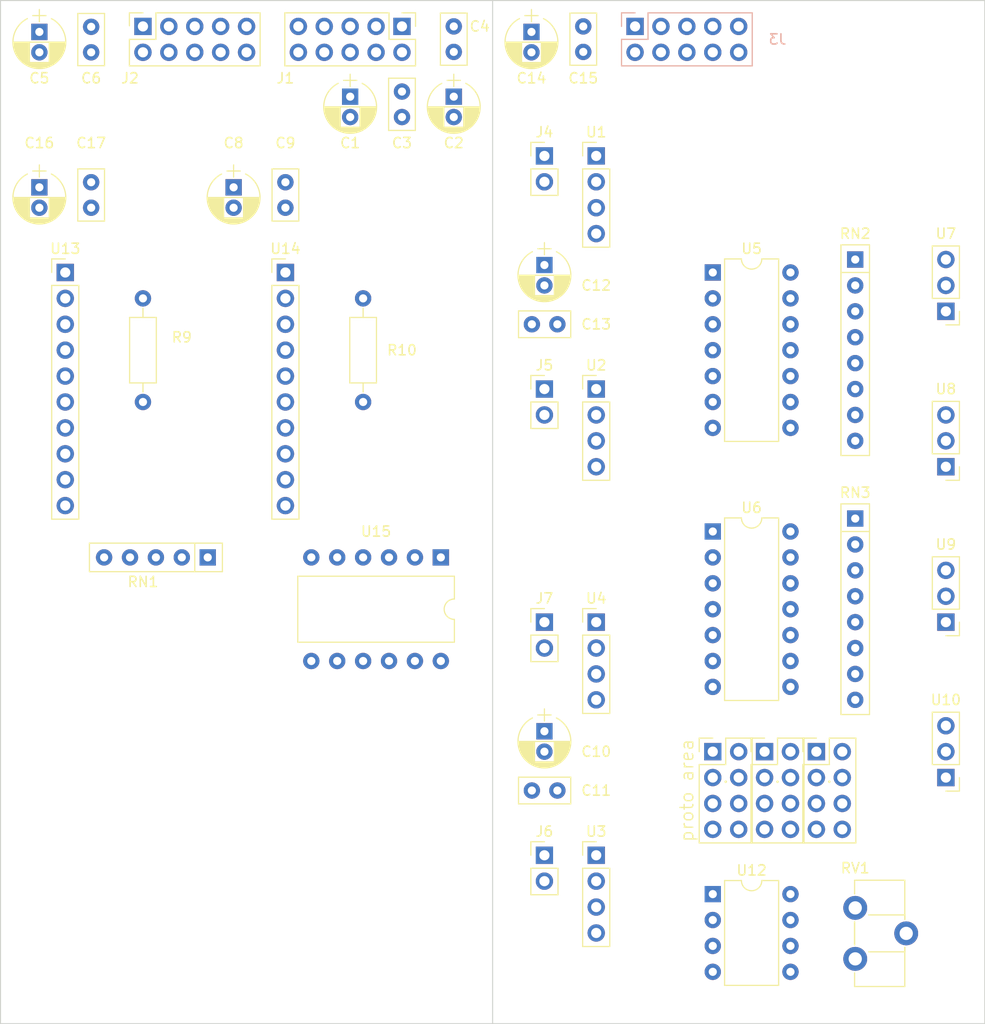
<source format=kicad_pcb>
(kicad_pcb (version 4) (host pcbnew 4.0.7)

  (general
    (links 0)
    (no_connects 132)
    (area 156.159999 50.538499 252.780001 151.180001)
    (thickness 1.6)
    (drawings 8)
    (tracks 1)
    (zones 0)
    (modules 46)
    (nets 63)
  )

  (page A4)
  (layers
    (0 F.Cu signal)
    (31 B.Cu signal)
    (32 B.Adhes user)
    (33 F.Adhes user)
    (34 B.Paste user)
    (35 F.Paste user)
    (36 B.SilkS user)
    (37 F.SilkS user)
    (38 B.Mask user)
    (39 F.Mask user)
    (40 Dwgs.User user)
    (41 Cmts.User user)
    (42 Eco1.User user)
    (43 Eco2.User user)
    (44 Edge.Cuts user)
    (45 Margin user)
    (46 B.CrtYd user)
    (47 F.CrtYd user)
    (48 B.Fab user)
    (49 F.Fab user)
  )

  (setup
    (last_trace_width 0.381)
    (trace_clearance 0.254)
    (zone_clearance 0.508)
    (zone_45_only no)
    (trace_min 0.381)
    (segment_width 0.2)
    (edge_width 0.1)
    (via_size 0.889)
    (via_drill 0.635)
    (via_min_size 0.889)
    (via_min_drill 0.635)
    (uvia_size 0.508)
    (uvia_drill 0.2032)
    (uvias_allowed no)
    (uvia_min_size 0.508)
    (uvia_min_drill 0.2032)
    (pcb_text_width 0.3)
    (pcb_text_size 1.5 1.5)
    (mod_edge_width 0.15)
    (mod_text_size 1 1)
    (mod_text_width 0.15)
    (pad_size 1.5 1.5)
    (pad_drill 0.6)
    (pad_to_mask_clearance 0)
    (aux_axis_origin 0 0)
    (visible_elements 7FFFFFFF)
    (pcbplotparams
      (layerselection 0x00030_80000001)
      (usegerberextensions false)
      (excludeedgelayer true)
      (linewidth 0.100000)
      (plotframeref false)
      (viasonmask false)
      (mode 1)
      (useauxorigin false)
      (hpglpennumber 1)
      (hpglpenspeed 20)
      (hpglpendiameter 15)
      (hpglpenoverlay 2)
      (psnegative false)
      (psa4output false)
      (plotreference true)
      (plotvalue true)
      (plotinvisibletext false)
      (padsonsilk false)
      (subtractmaskfromsilk false)
      (outputformat 1)
      (mirror false)
      (drillshape 1)
      (scaleselection 1)
      (outputdirectory ""))
  )

  (net 0 "")
  (net 1 GND)
  (net 2 VCC)
  (net 3 "Net-(J2-Pad5)")
  (net 4 "Net-(J2-Pad7)")
  (net 5 "Net-(J2-Pad9)")
  (net 6 "Net-(J3-Pad5)")
  (net 7 "Net-(J3-Pad7)")
  (net 8 "Net-(J3-Pad9)")
  (net 9 "Net-(J3-Pad6)")
  (net 10 "Net-(J3-Pad8)")
  (net 11 "Net-(J3-Pad10)")
  (net 12 "Net-(J2-Pad10)")
  (net 13 "Net-(J2-Pad8)")
  (net 14 "Net-(J2-Pad6)")
  (net 15 "Net-(J2-Pad3)")
  (net 16 "Net-(J2-Pad4)")
  (net 17 "Net-(J3-Pad3)")
  (net 18 "Net-(J3-Pad4)")
  (net 19 +3V3)
  (net 20 GNDD)
  (net 21 "Net-(J1-Pad3)")
  (net 22 "Net-(J1-Pad5)")
  (net 23 "Net-(J1-Pad7)")
  (net 24 "Net-(J1-Pad8)")
  (net 25 "Net-(J1-Pad10)")
  (net 26 "Net-(R9-Pad1)")
  (net 27 "Net-(R10-Pad1)")
  (net 28 "Net-(RV1-Pad2)")
  (net 29 "Net-(U1-Pad2)")
  (net 30 "Net-(U2-Pad2)")
  (net 31 "Net-(U3-Pad4)")
  (net 32 "Net-(U4-Pad3)")
  (net 33 "Net-(U5-Pad10)")
  (net 34 "Net-(U5-Pad4)")
  (net 35 "Net-(U6-Pad10)")
  (net 36 "Net-(U6-Pad4)")
  (net 37 "Net-(U12-Pad1)")
  (net 38 "Net-(U12-Pad7)")
  (net 39 "Net-(U13-Pad5)")
  (net 40 "Net-(U14-Pad5)")
  (net 41 "Net-(U15-Pad7)")
  (net 42 "Net-(U15-Pad8)")
  (net 43 "Net-(U15-Pad9)")
  (net 44 "Net-(U15-Pad10)")
  (net 45 "Net-(U15-Pad5)")
  (net 46 "Net-(U15-Pad6)")
  (net 47 "Net-(RN2-Pad1)")
  (net 48 "Net-(RN2-Pad2)")
  (net 49 "Net-(RN2-Pad3)")
  (net 50 "Net-(RN2-Pad4)")
  (net 51 "Net-(RN2-Pad5)")
  (net 52 "Net-(RN2-Pad6)")
  (net 53 "Net-(RN2-Pad7)")
  (net 54 "Net-(RN2-Pad8)")
  (net 55 "Net-(RN3-Pad1)")
  (net 56 "Net-(RN3-Pad2)")
  (net 57 "Net-(RN3-Pad3)")
  (net 58 "Net-(RN3-Pad4)")
  (net 59 "Net-(RN3-Pad5)")
  (net 60 "Net-(RN3-Pad6)")
  (net 61 "Net-(RN3-Pad7)")
  (net 62 "Net-(RN3-Pad8)")

  (net_class Default "This is the default net class."
    (clearance 0.254)
    (trace_width 0.381)
    (via_dia 0.889)
    (via_drill 0.635)
    (uvia_dia 0.508)
    (uvia_drill 0.2032)
    (add_net +3V3)
    (add_net GND)
    (add_net GNDD)
    (add_net "Net-(J1-Pad10)")
    (add_net "Net-(J1-Pad3)")
    (add_net "Net-(J1-Pad5)")
    (add_net "Net-(J1-Pad7)")
    (add_net "Net-(J1-Pad8)")
    (add_net "Net-(J2-Pad10)")
    (add_net "Net-(J2-Pad3)")
    (add_net "Net-(J2-Pad4)")
    (add_net "Net-(J2-Pad5)")
    (add_net "Net-(J2-Pad6)")
    (add_net "Net-(J2-Pad7)")
    (add_net "Net-(J2-Pad8)")
    (add_net "Net-(J2-Pad9)")
    (add_net "Net-(J3-Pad10)")
    (add_net "Net-(J3-Pad3)")
    (add_net "Net-(J3-Pad4)")
    (add_net "Net-(J3-Pad5)")
    (add_net "Net-(J3-Pad6)")
    (add_net "Net-(J3-Pad7)")
    (add_net "Net-(J3-Pad8)")
    (add_net "Net-(J3-Pad9)")
    (add_net "Net-(R10-Pad1)")
    (add_net "Net-(R9-Pad1)")
    (add_net "Net-(RN2-Pad1)")
    (add_net "Net-(RN2-Pad2)")
    (add_net "Net-(RN2-Pad3)")
    (add_net "Net-(RN2-Pad4)")
    (add_net "Net-(RN2-Pad5)")
    (add_net "Net-(RN2-Pad6)")
    (add_net "Net-(RN2-Pad7)")
    (add_net "Net-(RN2-Pad8)")
    (add_net "Net-(RN3-Pad1)")
    (add_net "Net-(RN3-Pad2)")
    (add_net "Net-(RN3-Pad3)")
    (add_net "Net-(RN3-Pad4)")
    (add_net "Net-(RN3-Pad5)")
    (add_net "Net-(RN3-Pad6)")
    (add_net "Net-(RN3-Pad7)")
    (add_net "Net-(RN3-Pad8)")
    (add_net "Net-(RV1-Pad2)")
    (add_net "Net-(U1-Pad2)")
    (add_net "Net-(U12-Pad1)")
    (add_net "Net-(U12-Pad7)")
    (add_net "Net-(U13-Pad5)")
    (add_net "Net-(U14-Pad5)")
    (add_net "Net-(U15-Pad10)")
    (add_net "Net-(U15-Pad5)")
    (add_net "Net-(U15-Pad6)")
    (add_net "Net-(U15-Pad7)")
    (add_net "Net-(U15-Pad8)")
    (add_net "Net-(U15-Pad9)")
    (add_net "Net-(U2-Pad2)")
    (add_net "Net-(U3-Pad4)")
    (add_net "Net-(U4-Pad3)")
    (add_net "Net-(U5-Pad10)")
    (add_net "Net-(U5-Pad4)")
    (add_net "Net-(U6-Pad10)")
    (add_net "Net-(U6-Pad4)")
    (add_net VCC)
  )

  (module Pin_Headers:Pin_Header_Straight_2x05_Pitch2.54mm (layer B.Cu) (tedit 5A0AC375) (tstamp 5A059C21)
    (at 218.44 53.34 270)
    (descr "Through hole straight pin header, 2x05, 2.54mm pitch, double rows")
    (tags "Through hole pin header THT 2x05 2.54mm double row")
    (path /5A0A52C5)
    (fp_text reference J3 (at 1.27 -13.97 360) (layer B.SilkS)
      (effects (font (size 1 1) (thickness 0.15)) (justify mirror))
    )
    (fp_text value "digital header" (at 5.08 -5.08 360) (layer B.Fab)
      (effects (font (size 1 1) (thickness 0.15)) (justify mirror))
    )
    (fp_line (start 0 1.27) (end 3.81 1.27) (layer B.Fab) (width 0.1))
    (fp_line (start 3.81 1.27) (end 3.81 -11.43) (layer B.Fab) (width 0.1))
    (fp_line (start 3.81 -11.43) (end -1.27 -11.43) (layer B.Fab) (width 0.1))
    (fp_line (start -1.27 -11.43) (end -1.27 0) (layer B.Fab) (width 0.1))
    (fp_line (start -1.27 0) (end 0 1.27) (layer B.Fab) (width 0.1))
    (fp_line (start -1.33 -11.49) (end 3.87 -11.49) (layer B.SilkS) (width 0.12))
    (fp_line (start -1.33 -1.27) (end -1.33 -11.49) (layer B.SilkS) (width 0.12))
    (fp_line (start 3.87 1.33) (end 3.87 -11.49) (layer B.SilkS) (width 0.12))
    (fp_line (start -1.33 -1.27) (end 1.27 -1.27) (layer B.SilkS) (width 0.12))
    (fp_line (start 1.27 -1.27) (end 1.27 1.33) (layer B.SilkS) (width 0.12))
    (fp_line (start 1.27 1.33) (end 3.87 1.33) (layer B.SilkS) (width 0.12))
    (fp_line (start -1.33 0) (end -1.33 1.33) (layer B.SilkS) (width 0.12))
    (fp_line (start -1.33 1.33) (end 0 1.33) (layer B.SilkS) (width 0.12))
    (fp_line (start -1.8 1.8) (end -1.8 -11.95) (layer B.CrtYd) (width 0.05))
    (fp_line (start -1.8 -11.95) (end 4.35 -11.95) (layer B.CrtYd) (width 0.05))
    (fp_line (start 4.35 -11.95) (end 4.35 1.8) (layer B.CrtYd) (width 0.05))
    (fp_line (start 4.35 1.8) (end -1.8 1.8) (layer B.CrtYd) (width 0.05))
    (fp_text user %R (at 1.27 -5.08 540) (layer B.Fab)
      (effects (font (size 1 1) (thickness 0.15)) (justify mirror))
    )
    (pad 1 thru_hole rect (at 0 0 270) (size 1.7 1.7) (drill 1) (layers *.Cu *.Mask)
      (net 2 VCC))
    (pad 2 thru_hole oval (at 2.54 0 270) (size 1.7 1.7) (drill 1) (layers *.Cu *.Mask)
      (net 1 GND))
    (pad 3 thru_hole oval (at 0 -2.54 270) (size 1.7 1.7) (drill 1) (layers *.Cu *.Mask)
      (net 17 "Net-(J3-Pad3)"))
    (pad 4 thru_hole oval (at 2.54 -2.54 270) (size 1.7 1.7) (drill 1) (layers *.Cu *.Mask)
      (net 18 "Net-(J3-Pad4)"))
    (pad 5 thru_hole oval (at 0 -5.08 270) (size 1.7 1.7) (drill 1) (layers *.Cu *.Mask)
      (net 6 "Net-(J3-Pad5)"))
    (pad 6 thru_hole oval (at 2.54 -5.08 270) (size 1.7 1.7) (drill 1) (layers *.Cu *.Mask)
      (net 9 "Net-(J3-Pad6)"))
    (pad 7 thru_hole oval (at 0 -7.62 270) (size 1.7 1.7) (drill 1) (layers *.Cu *.Mask)
      (net 7 "Net-(J3-Pad7)"))
    (pad 8 thru_hole oval (at 2.54 -7.62 270) (size 1.7 1.7) (drill 1) (layers *.Cu *.Mask)
      (net 10 "Net-(J3-Pad8)"))
    (pad 9 thru_hole oval (at 0 -10.16 270) (size 1.7 1.7) (drill 1) (layers *.Cu *.Mask)
      (net 8 "Net-(J3-Pad9)"))
    (pad 10 thru_hole oval (at 2.54 -10.16 270) (size 1.7 1.7) (drill 1) (layers *.Cu *.Mask)
      (net 11 "Net-(J3-Pad10)"))
    (model ${KISYS3DMOD}/Pin_Headers.3dshapes/Pin_Header_Straight_2x05_Pitch2.54mm.wrl
      (at (xyz 0 0 0))
      (scale (xyz 1 1 1))
      (rotate (xyz 0 0 0))
    )
  )

  (module Capacitors_THT:CP_Radial_D5.0mm_P2.00mm (layer F.Cu) (tedit 597BC7C2) (tstamp 5A0A7A94)
    (at 190.5 60.23 270)
    (descr "CP, Radial series, Radial, pin pitch=2.00mm, , diameter=5mm, Electrolytic Capacitor")
    (tags "CP Radial series Radial pin pitch 2.00mm  diameter 5mm Electrolytic Capacitor")
    (path /5A0A91B1)
    (fp_text reference C1 (at 4.54 0 360) (layer F.SilkS)
      (effects (font (size 1 1) (thickness 0.15)))
    )
    (fp_text value 1uF (at 5.81 0 540) (layer F.Fab)
      (effects (font (size 1 1) (thickness 0.15)))
    )
    (fp_arc (start 1 0) (end -1.30558 -1.18) (angle 125.8) (layer F.SilkS) (width 0.12))
    (fp_arc (start 1 0) (end -1.30558 1.18) (angle -125.8) (layer F.SilkS) (width 0.12))
    (fp_arc (start 1 0) (end 3.30558 -1.18) (angle 54.2) (layer F.SilkS) (width 0.12))
    (fp_circle (center 1 0) (end 3.5 0) (layer F.Fab) (width 0.1))
    (fp_line (start -2.2 0) (end -1 0) (layer F.Fab) (width 0.1))
    (fp_line (start -1.6 -0.65) (end -1.6 0.65) (layer F.Fab) (width 0.1))
    (fp_line (start 1 -2.55) (end 1 2.55) (layer F.SilkS) (width 0.12))
    (fp_line (start 1.04 -2.55) (end 1.04 -0.98) (layer F.SilkS) (width 0.12))
    (fp_line (start 1.04 0.98) (end 1.04 2.55) (layer F.SilkS) (width 0.12))
    (fp_line (start 1.08 -2.549) (end 1.08 -0.98) (layer F.SilkS) (width 0.12))
    (fp_line (start 1.08 0.98) (end 1.08 2.549) (layer F.SilkS) (width 0.12))
    (fp_line (start 1.12 -2.548) (end 1.12 -0.98) (layer F.SilkS) (width 0.12))
    (fp_line (start 1.12 0.98) (end 1.12 2.548) (layer F.SilkS) (width 0.12))
    (fp_line (start 1.16 -2.546) (end 1.16 -0.98) (layer F.SilkS) (width 0.12))
    (fp_line (start 1.16 0.98) (end 1.16 2.546) (layer F.SilkS) (width 0.12))
    (fp_line (start 1.2 -2.543) (end 1.2 -0.98) (layer F.SilkS) (width 0.12))
    (fp_line (start 1.2 0.98) (end 1.2 2.543) (layer F.SilkS) (width 0.12))
    (fp_line (start 1.24 -2.539) (end 1.24 -0.98) (layer F.SilkS) (width 0.12))
    (fp_line (start 1.24 0.98) (end 1.24 2.539) (layer F.SilkS) (width 0.12))
    (fp_line (start 1.28 -2.535) (end 1.28 -0.98) (layer F.SilkS) (width 0.12))
    (fp_line (start 1.28 0.98) (end 1.28 2.535) (layer F.SilkS) (width 0.12))
    (fp_line (start 1.32 -2.531) (end 1.32 -0.98) (layer F.SilkS) (width 0.12))
    (fp_line (start 1.32 0.98) (end 1.32 2.531) (layer F.SilkS) (width 0.12))
    (fp_line (start 1.36 -2.525) (end 1.36 -0.98) (layer F.SilkS) (width 0.12))
    (fp_line (start 1.36 0.98) (end 1.36 2.525) (layer F.SilkS) (width 0.12))
    (fp_line (start 1.4 -2.519) (end 1.4 -0.98) (layer F.SilkS) (width 0.12))
    (fp_line (start 1.4 0.98) (end 1.4 2.519) (layer F.SilkS) (width 0.12))
    (fp_line (start 1.44 -2.513) (end 1.44 -0.98) (layer F.SilkS) (width 0.12))
    (fp_line (start 1.44 0.98) (end 1.44 2.513) (layer F.SilkS) (width 0.12))
    (fp_line (start 1.48 -2.506) (end 1.48 -0.98) (layer F.SilkS) (width 0.12))
    (fp_line (start 1.48 0.98) (end 1.48 2.506) (layer F.SilkS) (width 0.12))
    (fp_line (start 1.52 -2.498) (end 1.52 -0.98) (layer F.SilkS) (width 0.12))
    (fp_line (start 1.52 0.98) (end 1.52 2.498) (layer F.SilkS) (width 0.12))
    (fp_line (start 1.56 -2.489) (end 1.56 -0.98) (layer F.SilkS) (width 0.12))
    (fp_line (start 1.56 0.98) (end 1.56 2.489) (layer F.SilkS) (width 0.12))
    (fp_line (start 1.6 -2.48) (end 1.6 -0.98) (layer F.SilkS) (width 0.12))
    (fp_line (start 1.6 0.98) (end 1.6 2.48) (layer F.SilkS) (width 0.12))
    (fp_line (start 1.64 -2.47) (end 1.64 -0.98) (layer F.SilkS) (width 0.12))
    (fp_line (start 1.64 0.98) (end 1.64 2.47) (layer F.SilkS) (width 0.12))
    (fp_line (start 1.68 -2.46) (end 1.68 -0.98) (layer F.SilkS) (width 0.12))
    (fp_line (start 1.68 0.98) (end 1.68 2.46) (layer F.SilkS) (width 0.12))
    (fp_line (start 1.721 -2.448) (end 1.721 -0.98) (layer F.SilkS) (width 0.12))
    (fp_line (start 1.721 0.98) (end 1.721 2.448) (layer F.SilkS) (width 0.12))
    (fp_line (start 1.761 -2.436) (end 1.761 -0.98) (layer F.SilkS) (width 0.12))
    (fp_line (start 1.761 0.98) (end 1.761 2.436) (layer F.SilkS) (width 0.12))
    (fp_line (start 1.801 -2.424) (end 1.801 -0.98) (layer F.SilkS) (width 0.12))
    (fp_line (start 1.801 0.98) (end 1.801 2.424) (layer F.SilkS) (width 0.12))
    (fp_line (start 1.841 -2.41) (end 1.841 -0.98) (layer F.SilkS) (width 0.12))
    (fp_line (start 1.841 0.98) (end 1.841 2.41) (layer F.SilkS) (width 0.12))
    (fp_line (start 1.881 -2.396) (end 1.881 -0.98) (layer F.SilkS) (width 0.12))
    (fp_line (start 1.881 0.98) (end 1.881 2.396) (layer F.SilkS) (width 0.12))
    (fp_line (start 1.921 -2.382) (end 1.921 -0.98) (layer F.SilkS) (width 0.12))
    (fp_line (start 1.921 0.98) (end 1.921 2.382) (layer F.SilkS) (width 0.12))
    (fp_line (start 1.961 -2.366) (end 1.961 -0.98) (layer F.SilkS) (width 0.12))
    (fp_line (start 1.961 0.98) (end 1.961 2.366) (layer F.SilkS) (width 0.12))
    (fp_line (start 2.001 -2.35) (end 2.001 -0.98) (layer F.SilkS) (width 0.12))
    (fp_line (start 2.001 0.98) (end 2.001 2.35) (layer F.SilkS) (width 0.12))
    (fp_line (start 2.041 -2.333) (end 2.041 -0.98) (layer F.SilkS) (width 0.12))
    (fp_line (start 2.041 0.98) (end 2.041 2.333) (layer F.SilkS) (width 0.12))
    (fp_line (start 2.081 -2.315) (end 2.081 -0.98) (layer F.SilkS) (width 0.12))
    (fp_line (start 2.081 0.98) (end 2.081 2.315) (layer F.SilkS) (width 0.12))
    (fp_line (start 2.121 -2.296) (end 2.121 -0.98) (layer F.SilkS) (width 0.12))
    (fp_line (start 2.121 0.98) (end 2.121 2.296) (layer F.SilkS) (width 0.12))
    (fp_line (start 2.161 -2.276) (end 2.161 -0.98) (layer F.SilkS) (width 0.12))
    (fp_line (start 2.161 0.98) (end 2.161 2.276) (layer F.SilkS) (width 0.12))
    (fp_line (start 2.201 -2.256) (end 2.201 -0.98) (layer F.SilkS) (width 0.12))
    (fp_line (start 2.201 0.98) (end 2.201 2.256) (layer F.SilkS) (width 0.12))
    (fp_line (start 2.241 -2.234) (end 2.241 -0.98) (layer F.SilkS) (width 0.12))
    (fp_line (start 2.241 0.98) (end 2.241 2.234) (layer F.SilkS) (width 0.12))
    (fp_line (start 2.281 -2.212) (end 2.281 -0.98) (layer F.SilkS) (width 0.12))
    (fp_line (start 2.281 0.98) (end 2.281 2.212) (layer F.SilkS) (width 0.12))
    (fp_line (start 2.321 -2.189) (end 2.321 -0.98) (layer F.SilkS) (width 0.12))
    (fp_line (start 2.321 0.98) (end 2.321 2.189) (layer F.SilkS) (width 0.12))
    (fp_line (start 2.361 -2.165) (end 2.361 -0.98) (layer F.SilkS) (width 0.12))
    (fp_line (start 2.361 0.98) (end 2.361 2.165) (layer F.SilkS) (width 0.12))
    (fp_line (start 2.401 -2.14) (end 2.401 -0.98) (layer F.SilkS) (width 0.12))
    (fp_line (start 2.401 0.98) (end 2.401 2.14) (layer F.SilkS) (width 0.12))
    (fp_line (start 2.441 -2.113) (end 2.441 -0.98) (layer F.SilkS) (width 0.12))
    (fp_line (start 2.441 0.98) (end 2.441 2.113) (layer F.SilkS) (width 0.12))
    (fp_line (start 2.481 -2.086) (end 2.481 -0.98) (layer F.SilkS) (width 0.12))
    (fp_line (start 2.481 0.98) (end 2.481 2.086) (layer F.SilkS) (width 0.12))
    (fp_line (start 2.521 -2.058) (end 2.521 -0.98) (layer F.SilkS) (width 0.12))
    (fp_line (start 2.521 0.98) (end 2.521 2.058) (layer F.SilkS) (width 0.12))
    (fp_line (start 2.561 -2.028) (end 2.561 -0.98) (layer F.SilkS) (width 0.12))
    (fp_line (start 2.561 0.98) (end 2.561 2.028) (layer F.SilkS) (width 0.12))
    (fp_line (start 2.601 -1.997) (end 2.601 -0.98) (layer F.SilkS) (width 0.12))
    (fp_line (start 2.601 0.98) (end 2.601 1.997) (layer F.SilkS) (width 0.12))
    (fp_line (start 2.641 -1.965) (end 2.641 -0.98) (layer F.SilkS) (width 0.12))
    (fp_line (start 2.641 0.98) (end 2.641 1.965) (layer F.SilkS) (width 0.12))
    (fp_line (start 2.681 -1.932) (end 2.681 -0.98) (layer F.SilkS) (width 0.12))
    (fp_line (start 2.681 0.98) (end 2.681 1.932) (layer F.SilkS) (width 0.12))
    (fp_line (start 2.721 -1.897) (end 2.721 -0.98) (layer F.SilkS) (width 0.12))
    (fp_line (start 2.721 0.98) (end 2.721 1.897) (layer F.SilkS) (width 0.12))
    (fp_line (start 2.761 -1.861) (end 2.761 -0.98) (layer F.SilkS) (width 0.12))
    (fp_line (start 2.761 0.98) (end 2.761 1.861) (layer F.SilkS) (width 0.12))
    (fp_line (start 2.801 -1.823) (end 2.801 -0.98) (layer F.SilkS) (width 0.12))
    (fp_line (start 2.801 0.98) (end 2.801 1.823) (layer F.SilkS) (width 0.12))
    (fp_line (start 2.841 -1.783) (end 2.841 -0.98) (layer F.SilkS) (width 0.12))
    (fp_line (start 2.841 0.98) (end 2.841 1.783) (layer F.SilkS) (width 0.12))
    (fp_line (start 2.881 -1.742) (end 2.881 -0.98) (layer F.SilkS) (width 0.12))
    (fp_line (start 2.881 0.98) (end 2.881 1.742) (layer F.SilkS) (width 0.12))
    (fp_line (start 2.921 -1.699) (end 2.921 -0.98) (layer F.SilkS) (width 0.12))
    (fp_line (start 2.921 0.98) (end 2.921 1.699) (layer F.SilkS) (width 0.12))
    (fp_line (start 2.961 -1.654) (end 2.961 -0.98) (layer F.SilkS) (width 0.12))
    (fp_line (start 2.961 0.98) (end 2.961 1.654) (layer F.SilkS) (width 0.12))
    (fp_line (start 3.001 -1.606) (end 3.001 1.606) (layer F.SilkS) (width 0.12))
    (fp_line (start 3.041 -1.556) (end 3.041 1.556) (layer F.SilkS) (width 0.12))
    (fp_line (start 3.081 -1.504) (end 3.081 1.504) (layer F.SilkS) (width 0.12))
    (fp_line (start 3.121 -1.448) (end 3.121 1.448) (layer F.SilkS) (width 0.12))
    (fp_line (start 3.161 -1.39) (end 3.161 1.39) (layer F.SilkS) (width 0.12))
    (fp_line (start 3.201 -1.327) (end 3.201 1.327) (layer F.SilkS) (width 0.12))
    (fp_line (start 3.241 -1.261) (end 3.241 1.261) (layer F.SilkS) (width 0.12))
    (fp_line (start 3.281 -1.189) (end 3.281 1.189) (layer F.SilkS) (width 0.12))
    (fp_line (start 3.321 -1.112) (end 3.321 1.112) (layer F.SilkS) (width 0.12))
    (fp_line (start 3.361 -1.028) (end 3.361 1.028) (layer F.SilkS) (width 0.12))
    (fp_line (start 3.401 -0.934) (end 3.401 0.934) (layer F.SilkS) (width 0.12))
    (fp_line (start 3.441 -0.829) (end 3.441 0.829) (layer F.SilkS) (width 0.12))
    (fp_line (start 3.481 -0.707) (end 3.481 0.707) (layer F.SilkS) (width 0.12))
    (fp_line (start 3.521 -0.559) (end 3.521 0.559) (layer F.SilkS) (width 0.12))
    (fp_line (start 3.561 -0.354) (end 3.561 0.354) (layer F.SilkS) (width 0.12))
    (fp_line (start -2.2 0) (end -1 0) (layer F.SilkS) (width 0.12))
    (fp_line (start -1.6 -0.65) (end -1.6 0.65) (layer F.SilkS) (width 0.12))
    (fp_line (start -1.85 -2.85) (end -1.85 2.85) (layer F.CrtYd) (width 0.05))
    (fp_line (start -1.85 2.85) (end 3.85 2.85) (layer F.CrtYd) (width 0.05))
    (fp_line (start 3.85 2.85) (end 3.85 -2.85) (layer F.CrtYd) (width 0.05))
    (fp_line (start 3.85 -2.85) (end -1.85 -2.85) (layer F.CrtYd) (width 0.05))
    (fp_text user %R (at 0.73 0 270) (layer F.Fab)
      (effects (font (size 1 1) (thickness 0.15)))
    )
    (pad 1 thru_hole rect (at 0 0 270) (size 1.6 1.6) (drill 0.8) (layers *.Cu *.Mask)
      (net 2 VCC))
    (pad 2 thru_hole circle (at 2 0 270) (size 1.6 1.6) (drill 0.8) (layers *.Cu *.Mask)
      (net 1 GND))
    (model ${KISYS3DMOD}/Capacitors_THT.3dshapes/CP_Radial_D5.0mm_P2.00mm.wrl
      (at (xyz 0 0 0))
      (scale (xyz 1 1 1))
      (rotate (xyz 0 0 0))
    )
  )

  (module Capacitors_THT:CP_Radial_D5.0mm_P2.00mm (layer F.Cu) (tedit 597BC7C2) (tstamp 5A0A7B19)
    (at 200.66 60.23 270)
    (descr "CP, Radial series, Radial, pin pitch=2.00mm, , diameter=5mm, Electrolytic Capacitor")
    (tags "CP Radial series Radial pin pitch 2.00mm  diameter 5mm Electrolytic Capacitor")
    (path /5A0A9063)
    (fp_text reference C2 (at 4.54 0 360) (layer F.SilkS)
      (effects (font (size 1 1) (thickness 0.15)))
    )
    (fp_text value 1uF (at 5.81 0 360) (layer F.Fab)
      (effects (font (size 1 1) (thickness 0.15)))
    )
    (fp_arc (start 1 0) (end -1.30558 -1.18) (angle 125.8) (layer F.SilkS) (width 0.12))
    (fp_arc (start 1 0) (end -1.30558 1.18) (angle -125.8) (layer F.SilkS) (width 0.12))
    (fp_arc (start 1 0) (end 3.30558 -1.18) (angle 54.2) (layer F.SilkS) (width 0.12))
    (fp_circle (center 1 0) (end 3.5 0) (layer F.Fab) (width 0.1))
    (fp_line (start -2.2 0) (end -1 0) (layer F.Fab) (width 0.1))
    (fp_line (start -1.6 -0.65) (end -1.6 0.65) (layer F.Fab) (width 0.1))
    (fp_line (start 1 -2.55) (end 1 2.55) (layer F.SilkS) (width 0.12))
    (fp_line (start 1.04 -2.55) (end 1.04 -0.98) (layer F.SilkS) (width 0.12))
    (fp_line (start 1.04 0.98) (end 1.04 2.55) (layer F.SilkS) (width 0.12))
    (fp_line (start 1.08 -2.549) (end 1.08 -0.98) (layer F.SilkS) (width 0.12))
    (fp_line (start 1.08 0.98) (end 1.08 2.549) (layer F.SilkS) (width 0.12))
    (fp_line (start 1.12 -2.548) (end 1.12 -0.98) (layer F.SilkS) (width 0.12))
    (fp_line (start 1.12 0.98) (end 1.12 2.548) (layer F.SilkS) (width 0.12))
    (fp_line (start 1.16 -2.546) (end 1.16 -0.98) (layer F.SilkS) (width 0.12))
    (fp_line (start 1.16 0.98) (end 1.16 2.546) (layer F.SilkS) (width 0.12))
    (fp_line (start 1.2 -2.543) (end 1.2 -0.98) (layer F.SilkS) (width 0.12))
    (fp_line (start 1.2 0.98) (end 1.2 2.543) (layer F.SilkS) (width 0.12))
    (fp_line (start 1.24 -2.539) (end 1.24 -0.98) (layer F.SilkS) (width 0.12))
    (fp_line (start 1.24 0.98) (end 1.24 2.539) (layer F.SilkS) (width 0.12))
    (fp_line (start 1.28 -2.535) (end 1.28 -0.98) (layer F.SilkS) (width 0.12))
    (fp_line (start 1.28 0.98) (end 1.28 2.535) (layer F.SilkS) (width 0.12))
    (fp_line (start 1.32 -2.531) (end 1.32 -0.98) (layer F.SilkS) (width 0.12))
    (fp_line (start 1.32 0.98) (end 1.32 2.531) (layer F.SilkS) (width 0.12))
    (fp_line (start 1.36 -2.525) (end 1.36 -0.98) (layer F.SilkS) (width 0.12))
    (fp_line (start 1.36 0.98) (end 1.36 2.525) (layer F.SilkS) (width 0.12))
    (fp_line (start 1.4 -2.519) (end 1.4 -0.98) (layer F.SilkS) (width 0.12))
    (fp_line (start 1.4 0.98) (end 1.4 2.519) (layer F.SilkS) (width 0.12))
    (fp_line (start 1.44 -2.513) (end 1.44 -0.98) (layer F.SilkS) (width 0.12))
    (fp_line (start 1.44 0.98) (end 1.44 2.513) (layer F.SilkS) (width 0.12))
    (fp_line (start 1.48 -2.506) (end 1.48 -0.98) (layer F.SilkS) (width 0.12))
    (fp_line (start 1.48 0.98) (end 1.48 2.506) (layer F.SilkS) (width 0.12))
    (fp_line (start 1.52 -2.498) (end 1.52 -0.98) (layer F.SilkS) (width 0.12))
    (fp_line (start 1.52 0.98) (end 1.52 2.498) (layer F.SilkS) (width 0.12))
    (fp_line (start 1.56 -2.489) (end 1.56 -0.98) (layer F.SilkS) (width 0.12))
    (fp_line (start 1.56 0.98) (end 1.56 2.489) (layer F.SilkS) (width 0.12))
    (fp_line (start 1.6 -2.48) (end 1.6 -0.98) (layer F.SilkS) (width 0.12))
    (fp_line (start 1.6 0.98) (end 1.6 2.48) (layer F.SilkS) (width 0.12))
    (fp_line (start 1.64 -2.47) (end 1.64 -0.98) (layer F.SilkS) (width 0.12))
    (fp_line (start 1.64 0.98) (end 1.64 2.47) (layer F.SilkS) (width 0.12))
    (fp_line (start 1.68 -2.46) (end 1.68 -0.98) (layer F.SilkS) (width 0.12))
    (fp_line (start 1.68 0.98) (end 1.68 2.46) (layer F.SilkS) (width 0.12))
    (fp_line (start 1.721 -2.448) (end 1.721 -0.98) (layer F.SilkS) (width 0.12))
    (fp_line (start 1.721 0.98) (end 1.721 2.448) (layer F.SilkS) (width 0.12))
    (fp_line (start 1.761 -2.436) (end 1.761 -0.98) (layer F.SilkS) (width 0.12))
    (fp_line (start 1.761 0.98) (end 1.761 2.436) (layer F.SilkS) (width 0.12))
    (fp_line (start 1.801 -2.424) (end 1.801 -0.98) (layer F.SilkS) (width 0.12))
    (fp_line (start 1.801 0.98) (end 1.801 2.424) (layer F.SilkS) (width 0.12))
    (fp_line (start 1.841 -2.41) (end 1.841 -0.98) (layer F.SilkS) (width 0.12))
    (fp_line (start 1.841 0.98) (end 1.841 2.41) (layer F.SilkS) (width 0.12))
    (fp_line (start 1.881 -2.396) (end 1.881 -0.98) (layer F.SilkS) (width 0.12))
    (fp_line (start 1.881 0.98) (end 1.881 2.396) (layer F.SilkS) (width 0.12))
    (fp_line (start 1.921 -2.382) (end 1.921 -0.98) (layer F.SilkS) (width 0.12))
    (fp_line (start 1.921 0.98) (end 1.921 2.382) (layer F.SilkS) (width 0.12))
    (fp_line (start 1.961 -2.366) (end 1.961 -0.98) (layer F.SilkS) (width 0.12))
    (fp_line (start 1.961 0.98) (end 1.961 2.366) (layer F.SilkS) (width 0.12))
    (fp_line (start 2.001 -2.35) (end 2.001 -0.98) (layer F.SilkS) (width 0.12))
    (fp_line (start 2.001 0.98) (end 2.001 2.35) (layer F.SilkS) (width 0.12))
    (fp_line (start 2.041 -2.333) (end 2.041 -0.98) (layer F.SilkS) (width 0.12))
    (fp_line (start 2.041 0.98) (end 2.041 2.333) (layer F.SilkS) (width 0.12))
    (fp_line (start 2.081 -2.315) (end 2.081 -0.98) (layer F.SilkS) (width 0.12))
    (fp_line (start 2.081 0.98) (end 2.081 2.315) (layer F.SilkS) (width 0.12))
    (fp_line (start 2.121 -2.296) (end 2.121 -0.98) (layer F.SilkS) (width 0.12))
    (fp_line (start 2.121 0.98) (end 2.121 2.296) (layer F.SilkS) (width 0.12))
    (fp_line (start 2.161 -2.276) (end 2.161 -0.98) (layer F.SilkS) (width 0.12))
    (fp_line (start 2.161 0.98) (end 2.161 2.276) (layer F.SilkS) (width 0.12))
    (fp_line (start 2.201 -2.256) (end 2.201 -0.98) (layer F.SilkS) (width 0.12))
    (fp_line (start 2.201 0.98) (end 2.201 2.256) (layer F.SilkS) (width 0.12))
    (fp_line (start 2.241 -2.234) (end 2.241 -0.98) (layer F.SilkS) (width 0.12))
    (fp_line (start 2.241 0.98) (end 2.241 2.234) (layer F.SilkS) (width 0.12))
    (fp_line (start 2.281 -2.212) (end 2.281 -0.98) (layer F.SilkS) (width 0.12))
    (fp_line (start 2.281 0.98) (end 2.281 2.212) (layer F.SilkS) (width 0.12))
    (fp_line (start 2.321 -2.189) (end 2.321 -0.98) (layer F.SilkS) (width 0.12))
    (fp_line (start 2.321 0.98) (end 2.321 2.189) (layer F.SilkS) (width 0.12))
    (fp_line (start 2.361 -2.165) (end 2.361 -0.98) (layer F.SilkS) (width 0.12))
    (fp_line (start 2.361 0.98) (end 2.361 2.165) (layer F.SilkS) (width 0.12))
    (fp_line (start 2.401 -2.14) (end 2.401 -0.98) (layer F.SilkS) (width 0.12))
    (fp_line (start 2.401 0.98) (end 2.401 2.14) (layer F.SilkS) (width 0.12))
    (fp_line (start 2.441 -2.113) (end 2.441 -0.98) (layer F.SilkS) (width 0.12))
    (fp_line (start 2.441 0.98) (end 2.441 2.113) (layer F.SilkS) (width 0.12))
    (fp_line (start 2.481 -2.086) (end 2.481 -0.98) (layer F.SilkS) (width 0.12))
    (fp_line (start 2.481 0.98) (end 2.481 2.086) (layer F.SilkS) (width 0.12))
    (fp_line (start 2.521 -2.058) (end 2.521 -0.98) (layer F.SilkS) (width 0.12))
    (fp_line (start 2.521 0.98) (end 2.521 2.058) (layer F.SilkS) (width 0.12))
    (fp_line (start 2.561 -2.028) (end 2.561 -0.98) (layer F.SilkS) (width 0.12))
    (fp_line (start 2.561 0.98) (end 2.561 2.028) (layer F.SilkS) (width 0.12))
    (fp_line (start 2.601 -1.997) (end 2.601 -0.98) (layer F.SilkS) (width 0.12))
    (fp_line (start 2.601 0.98) (end 2.601 1.997) (layer F.SilkS) (width 0.12))
    (fp_line (start 2.641 -1.965) (end 2.641 -0.98) (layer F.SilkS) (width 0.12))
    (fp_line (start 2.641 0.98) (end 2.641 1.965) (layer F.SilkS) (width 0.12))
    (fp_line (start 2.681 -1.932) (end 2.681 -0.98) (layer F.SilkS) (width 0.12))
    (fp_line (start 2.681 0.98) (end 2.681 1.932) (layer F.SilkS) (width 0.12))
    (fp_line (start 2.721 -1.897) (end 2.721 -0.98) (layer F.SilkS) (width 0.12))
    (fp_line (start 2.721 0.98) (end 2.721 1.897) (layer F.SilkS) (width 0.12))
    (fp_line (start 2.761 -1.861) (end 2.761 -0.98) (layer F.SilkS) (width 0.12))
    (fp_line (start 2.761 0.98) (end 2.761 1.861) (layer F.SilkS) (width 0.12))
    (fp_line (start 2.801 -1.823) (end 2.801 -0.98) (layer F.SilkS) (width 0.12))
    (fp_line (start 2.801 0.98) (end 2.801 1.823) (layer F.SilkS) (width 0.12))
    (fp_line (start 2.841 -1.783) (end 2.841 -0.98) (layer F.SilkS) (width 0.12))
    (fp_line (start 2.841 0.98) (end 2.841 1.783) (layer F.SilkS) (width 0.12))
    (fp_line (start 2.881 -1.742) (end 2.881 -0.98) (layer F.SilkS) (width 0.12))
    (fp_line (start 2.881 0.98) (end 2.881 1.742) (layer F.SilkS) (width 0.12))
    (fp_line (start 2.921 -1.699) (end 2.921 -0.98) (layer F.SilkS) (width 0.12))
    (fp_line (start 2.921 0.98) (end 2.921 1.699) (layer F.SilkS) (width 0.12))
    (fp_line (start 2.961 -1.654) (end 2.961 -0.98) (layer F.SilkS) (width 0.12))
    (fp_line (start 2.961 0.98) (end 2.961 1.654) (layer F.SilkS) (width 0.12))
    (fp_line (start 3.001 -1.606) (end 3.001 1.606) (layer F.SilkS) (width 0.12))
    (fp_line (start 3.041 -1.556) (end 3.041 1.556) (layer F.SilkS) (width 0.12))
    (fp_line (start 3.081 -1.504) (end 3.081 1.504) (layer F.SilkS) (width 0.12))
    (fp_line (start 3.121 -1.448) (end 3.121 1.448) (layer F.SilkS) (width 0.12))
    (fp_line (start 3.161 -1.39) (end 3.161 1.39) (layer F.SilkS) (width 0.12))
    (fp_line (start 3.201 -1.327) (end 3.201 1.327) (layer F.SilkS) (width 0.12))
    (fp_line (start 3.241 -1.261) (end 3.241 1.261) (layer F.SilkS) (width 0.12))
    (fp_line (start 3.281 -1.189) (end 3.281 1.189) (layer F.SilkS) (width 0.12))
    (fp_line (start 3.321 -1.112) (end 3.321 1.112) (layer F.SilkS) (width 0.12))
    (fp_line (start 3.361 -1.028) (end 3.361 1.028) (layer F.SilkS) (width 0.12))
    (fp_line (start 3.401 -0.934) (end 3.401 0.934) (layer F.SilkS) (width 0.12))
    (fp_line (start 3.441 -0.829) (end 3.441 0.829) (layer F.SilkS) (width 0.12))
    (fp_line (start 3.481 -0.707) (end 3.481 0.707) (layer F.SilkS) (width 0.12))
    (fp_line (start 3.521 -0.559) (end 3.521 0.559) (layer F.SilkS) (width 0.12))
    (fp_line (start 3.561 -0.354) (end 3.561 0.354) (layer F.SilkS) (width 0.12))
    (fp_line (start -2.2 0) (end -1 0) (layer F.SilkS) (width 0.12))
    (fp_line (start -1.6 -0.65) (end -1.6 0.65) (layer F.SilkS) (width 0.12))
    (fp_line (start -1.85 -2.85) (end -1.85 2.85) (layer F.CrtYd) (width 0.05))
    (fp_line (start -1.85 2.85) (end 3.85 2.85) (layer F.CrtYd) (width 0.05))
    (fp_line (start 3.85 2.85) (end 3.85 -2.85) (layer F.CrtYd) (width 0.05))
    (fp_line (start 3.85 -2.85) (end -1.85 -2.85) (layer F.CrtYd) (width 0.05))
    (fp_text user %R (at 1 0 270) (layer F.Fab)
      (effects (font (size 1 1) (thickness 0.15)))
    )
    (pad 1 thru_hole rect (at 0 0 270) (size 1.6 1.6) (drill 0.8) (layers *.Cu *.Mask)
      (net 19 +3V3))
    (pad 2 thru_hole circle (at 2 0 270) (size 1.6 1.6) (drill 0.8) (layers *.Cu *.Mask)
      (net 20 GNDD))
    (model ${KISYS3DMOD}/Capacitors_THT.3dshapes/CP_Radial_D5.0mm_P2.00mm.wrl
      (at (xyz 0 0 0))
      (scale (xyz 1 1 1))
      (rotate (xyz 0 0 0))
    )
  )

  (module Capacitors_THT:C_Disc_D5.0mm_W2.5mm_P2.50mm (layer F.Cu) (tedit 597BC7C2) (tstamp 5A0A7B2C)
    (at 195.58 62.23 90)
    (descr "C, Disc series, Radial, pin pitch=2.50mm, , diameter*width=5*2.5mm^2, Capacitor, http://cdn-reichelt.de/documents/datenblatt/B300/DS_KERKO_TC.pdf")
    (tags "C Disc series Radial pin pitch 2.50mm  diameter 5mm width 2.5mm Capacitor")
    (path /5A0A94FF)
    (fp_text reference C3 (at -2.54 0 180) (layer F.SilkS)
      (effects (font (size 1 1) (thickness 0.15)))
    )
    (fp_text value 0.1uF (at -3.81 0 180) (layer F.Fab)
      (effects (font (size 1 1) (thickness 0.15)))
    )
    (fp_line (start -1.25 -1.25) (end -1.25 1.25) (layer F.Fab) (width 0.1))
    (fp_line (start -1.25 1.25) (end 3.75 1.25) (layer F.Fab) (width 0.1))
    (fp_line (start 3.75 1.25) (end 3.75 -1.25) (layer F.Fab) (width 0.1))
    (fp_line (start 3.75 -1.25) (end -1.25 -1.25) (layer F.Fab) (width 0.1))
    (fp_line (start -1.31 -1.31) (end 3.81 -1.31) (layer F.SilkS) (width 0.12))
    (fp_line (start -1.31 1.31) (end 3.81 1.31) (layer F.SilkS) (width 0.12))
    (fp_line (start -1.31 -1.31) (end -1.31 1.31) (layer F.SilkS) (width 0.12))
    (fp_line (start 3.81 -1.31) (end 3.81 1.31) (layer F.SilkS) (width 0.12))
    (fp_line (start -1.6 -1.6) (end -1.6 1.6) (layer F.CrtYd) (width 0.05))
    (fp_line (start -1.6 1.6) (end 4.1 1.6) (layer F.CrtYd) (width 0.05))
    (fp_line (start 4.1 1.6) (end 4.1 -1.6) (layer F.CrtYd) (width 0.05))
    (fp_line (start 4.1 -1.6) (end -1.6 -1.6) (layer F.CrtYd) (width 0.05))
    (fp_text user %R (at 1.25 0 90) (layer F.Fab)
      (effects (font (size 1 1) (thickness 0.15)))
    )
    (pad 1 thru_hole circle (at 0 0 90) (size 1.6 1.6) (drill 0.8) (layers *.Cu *.Mask)
      (net 1 GND))
    (pad 2 thru_hole circle (at 2.5 0 90) (size 1.6 1.6) (drill 0.8) (layers *.Cu *.Mask)
      (net 2 VCC))
    (model ${KISYS3DMOD}/Capacitors_THT.3dshapes/C_Disc_D5.0mm_W2.5mm_P2.50mm.wrl
      (at (xyz 0 0 0))
      (scale (xyz 1 1 1))
      (rotate (xyz 0 0 0))
    )
  )

  (module Capacitors_THT:C_Disc_D5.0mm_W2.5mm_P2.50mm (layer F.Cu) (tedit 597BC7C2) (tstamp 5A0A7B3F)
    (at 200.66 55.84 90)
    (descr "C, Disc series, Radial, pin pitch=2.50mm, , diameter*width=5*2.5mm^2, Capacitor, http://cdn-reichelt.de/documents/datenblatt/B300/DS_KERKO_TC.pdf")
    (tags "C Disc series Radial pin pitch 2.50mm  diameter 5mm width 2.5mm Capacitor")
    (path /5A0A95CD)
    (fp_text reference C4 (at 2.5 2.54 180) (layer F.SilkS)
      (effects (font (size 1 1) (thickness 0.15)))
    )
    (fp_text value 0.1uF (at -0.04 2.54 270) (layer F.Fab)
      (effects (font (size 1 1) (thickness 0.15)))
    )
    (fp_line (start -1.25 -1.25) (end -1.25 1.25) (layer F.Fab) (width 0.1))
    (fp_line (start -1.25 1.25) (end 3.75 1.25) (layer F.Fab) (width 0.1))
    (fp_line (start 3.75 1.25) (end 3.75 -1.25) (layer F.Fab) (width 0.1))
    (fp_line (start 3.75 -1.25) (end -1.25 -1.25) (layer F.Fab) (width 0.1))
    (fp_line (start -1.31 -1.31) (end 3.81 -1.31) (layer F.SilkS) (width 0.12))
    (fp_line (start -1.31 1.31) (end 3.81 1.31) (layer F.SilkS) (width 0.12))
    (fp_line (start -1.31 -1.31) (end -1.31 1.31) (layer F.SilkS) (width 0.12))
    (fp_line (start 3.81 -1.31) (end 3.81 1.31) (layer F.SilkS) (width 0.12))
    (fp_line (start -1.6 -1.6) (end -1.6 1.6) (layer F.CrtYd) (width 0.05))
    (fp_line (start -1.6 1.6) (end 4.1 1.6) (layer F.CrtYd) (width 0.05))
    (fp_line (start 4.1 1.6) (end 4.1 -1.6) (layer F.CrtYd) (width 0.05))
    (fp_line (start 4.1 -1.6) (end -1.6 -1.6) (layer F.CrtYd) (width 0.05))
    (fp_text user %R (at 1.25 0 90) (layer F.Fab)
      (effects (font (size 1 1) (thickness 0.15)))
    )
    (pad 1 thru_hole circle (at 0 0 90) (size 1.6 1.6) (drill 0.8) (layers *.Cu *.Mask)
      (net 20 GNDD))
    (pad 2 thru_hole circle (at 2.5 0 90) (size 1.6 1.6) (drill 0.8) (layers *.Cu *.Mask)
      (net 19 +3V3))
    (model ${KISYS3DMOD}/Capacitors_THT.3dshapes/C_Disc_D5.0mm_W2.5mm_P2.50mm.wrl
      (at (xyz 0 0 0))
      (scale (xyz 1 1 1))
      (rotate (xyz 0 0 0))
    )
  )

  (module Capacitors_THT:CP_Radial_D5.0mm_P2.00mm (layer F.Cu) (tedit 597BC7C2) (tstamp 5A0A7BC4)
    (at 160.02 53.88 270)
    (descr "CP, Radial series, Radial, pin pitch=2.00mm, , diameter=5mm, Electrolytic Capacitor")
    (tags "CP Radial series Radial pin pitch 2.00mm  diameter 5mm Electrolytic Capacitor")
    (path /5A0B3058)
    (fp_text reference C5 (at 4.54 0 360) (layer F.SilkS)
      (effects (font (size 1 1) (thickness 0.15)))
    )
    (fp_text value 1uF (at 5.81 0 360) (layer F.Fab)
      (effects (font (size 1 1) (thickness 0.15)))
    )
    (fp_arc (start 1 0) (end -1.30558 -1.18) (angle 125.8) (layer F.SilkS) (width 0.12))
    (fp_arc (start 1 0) (end -1.30558 1.18) (angle -125.8) (layer F.SilkS) (width 0.12))
    (fp_arc (start 1 0) (end 3.30558 -1.18) (angle 54.2) (layer F.SilkS) (width 0.12))
    (fp_circle (center 1 0) (end 3.5 0) (layer F.Fab) (width 0.1))
    (fp_line (start -2.2 0) (end -1 0) (layer F.Fab) (width 0.1))
    (fp_line (start -1.6 -0.65) (end -1.6 0.65) (layer F.Fab) (width 0.1))
    (fp_line (start 1 -2.55) (end 1 2.55) (layer F.SilkS) (width 0.12))
    (fp_line (start 1.04 -2.55) (end 1.04 -0.98) (layer F.SilkS) (width 0.12))
    (fp_line (start 1.04 0.98) (end 1.04 2.55) (layer F.SilkS) (width 0.12))
    (fp_line (start 1.08 -2.549) (end 1.08 -0.98) (layer F.SilkS) (width 0.12))
    (fp_line (start 1.08 0.98) (end 1.08 2.549) (layer F.SilkS) (width 0.12))
    (fp_line (start 1.12 -2.548) (end 1.12 -0.98) (layer F.SilkS) (width 0.12))
    (fp_line (start 1.12 0.98) (end 1.12 2.548) (layer F.SilkS) (width 0.12))
    (fp_line (start 1.16 -2.546) (end 1.16 -0.98) (layer F.SilkS) (width 0.12))
    (fp_line (start 1.16 0.98) (end 1.16 2.546) (layer F.SilkS) (width 0.12))
    (fp_line (start 1.2 -2.543) (end 1.2 -0.98) (layer F.SilkS) (width 0.12))
    (fp_line (start 1.2 0.98) (end 1.2 2.543) (layer F.SilkS) (width 0.12))
    (fp_line (start 1.24 -2.539) (end 1.24 -0.98) (layer F.SilkS) (width 0.12))
    (fp_line (start 1.24 0.98) (end 1.24 2.539) (layer F.SilkS) (width 0.12))
    (fp_line (start 1.28 -2.535) (end 1.28 -0.98) (layer F.SilkS) (width 0.12))
    (fp_line (start 1.28 0.98) (end 1.28 2.535) (layer F.SilkS) (width 0.12))
    (fp_line (start 1.32 -2.531) (end 1.32 -0.98) (layer F.SilkS) (width 0.12))
    (fp_line (start 1.32 0.98) (end 1.32 2.531) (layer F.SilkS) (width 0.12))
    (fp_line (start 1.36 -2.525) (end 1.36 -0.98) (layer F.SilkS) (width 0.12))
    (fp_line (start 1.36 0.98) (end 1.36 2.525) (layer F.SilkS) (width 0.12))
    (fp_line (start 1.4 -2.519) (end 1.4 -0.98) (layer F.SilkS) (width 0.12))
    (fp_line (start 1.4 0.98) (end 1.4 2.519) (layer F.SilkS) (width 0.12))
    (fp_line (start 1.44 -2.513) (end 1.44 -0.98) (layer F.SilkS) (width 0.12))
    (fp_line (start 1.44 0.98) (end 1.44 2.513) (layer F.SilkS) (width 0.12))
    (fp_line (start 1.48 -2.506) (end 1.48 -0.98) (layer F.SilkS) (width 0.12))
    (fp_line (start 1.48 0.98) (end 1.48 2.506) (layer F.SilkS) (width 0.12))
    (fp_line (start 1.52 -2.498) (end 1.52 -0.98) (layer F.SilkS) (width 0.12))
    (fp_line (start 1.52 0.98) (end 1.52 2.498) (layer F.SilkS) (width 0.12))
    (fp_line (start 1.56 -2.489) (end 1.56 -0.98) (layer F.SilkS) (width 0.12))
    (fp_line (start 1.56 0.98) (end 1.56 2.489) (layer F.SilkS) (width 0.12))
    (fp_line (start 1.6 -2.48) (end 1.6 -0.98) (layer F.SilkS) (width 0.12))
    (fp_line (start 1.6 0.98) (end 1.6 2.48) (layer F.SilkS) (width 0.12))
    (fp_line (start 1.64 -2.47) (end 1.64 -0.98) (layer F.SilkS) (width 0.12))
    (fp_line (start 1.64 0.98) (end 1.64 2.47) (layer F.SilkS) (width 0.12))
    (fp_line (start 1.68 -2.46) (end 1.68 -0.98) (layer F.SilkS) (width 0.12))
    (fp_line (start 1.68 0.98) (end 1.68 2.46) (layer F.SilkS) (width 0.12))
    (fp_line (start 1.721 -2.448) (end 1.721 -0.98) (layer F.SilkS) (width 0.12))
    (fp_line (start 1.721 0.98) (end 1.721 2.448) (layer F.SilkS) (width 0.12))
    (fp_line (start 1.761 -2.436) (end 1.761 -0.98) (layer F.SilkS) (width 0.12))
    (fp_line (start 1.761 0.98) (end 1.761 2.436) (layer F.SilkS) (width 0.12))
    (fp_line (start 1.801 -2.424) (end 1.801 -0.98) (layer F.SilkS) (width 0.12))
    (fp_line (start 1.801 0.98) (end 1.801 2.424) (layer F.SilkS) (width 0.12))
    (fp_line (start 1.841 -2.41) (end 1.841 -0.98) (layer F.SilkS) (width 0.12))
    (fp_line (start 1.841 0.98) (end 1.841 2.41) (layer F.SilkS) (width 0.12))
    (fp_line (start 1.881 -2.396) (end 1.881 -0.98) (layer F.SilkS) (width 0.12))
    (fp_line (start 1.881 0.98) (end 1.881 2.396) (layer F.SilkS) (width 0.12))
    (fp_line (start 1.921 -2.382) (end 1.921 -0.98) (layer F.SilkS) (width 0.12))
    (fp_line (start 1.921 0.98) (end 1.921 2.382) (layer F.SilkS) (width 0.12))
    (fp_line (start 1.961 -2.366) (end 1.961 -0.98) (layer F.SilkS) (width 0.12))
    (fp_line (start 1.961 0.98) (end 1.961 2.366) (layer F.SilkS) (width 0.12))
    (fp_line (start 2.001 -2.35) (end 2.001 -0.98) (layer F.SilkS) (width 0.12))
    (fp_line (start 2.001 0.98) (end 2.001 2.35) (layer F.SilkS) (width 0.12))
    (fp_line (start 2.041 -2.333) (end 2.041 -0.98) (layer F.SilkS) (width 0.12))
    (fp_line (start 2.041 0.98) (end 2.041 2.333) (layer F.SilkS) (width 0.12))
    (fp_line (start 2.081 -2.315) (end 2.081 -0.98) (layer F.SilkS) (width 0.12))
    (fp_line (start 2.081 0.98) (end 2.081 2.315) (layer F.SilkS) (width 0.12))
    (fp_line (start 2.121 -2.296) (end 2.121 -0.98) (layer F.SilkS) (width 0.12))
    (fp_line (start 2.121 0.98) (end 2.121 2.296) (layer F.SilkS) (width 0.12))
    (fp_line (start 2.161 -2.276) (end 2.161 -0.98) (layer F.SilkS) (width 0.12))
    (fp_line (start 2.161 0.98) (end 2.161 2.276) (layer F.SilkS) (width 0.12))
    (fp_line (start 2.201 -2.256) (end 2.201 -0.98) (layer F.SilkS) (width 0.12))
    (fp_line (start 2.201 0.98) (end 2.201 2.256) (layer F.SilkS) (width 0.12))
    (fp_line (start 2.241 -2.234) (end 2.241 -0.98) (layer F.SilkS) (width 0.12))
    (fp_line (start 2.241 0.98) (end 2.241 2.234) (layer F.SilkS) (width 0.12))
    (fp_line (start 2.281 -2.212) (end 2.281 -0.98) (layer F.SilkS) (width 0.12))
    (fp_line (start 2.281 0.98) (end 2.281 2.212) (layer F.SilkS) (width 0.12))
    (fp_line (start 2.321 -2.189) (end 2.321 -0.98) (layer F.SilkS) (width 0.12))
    (fp_line (start 2.321 0.98) (end 2.321 2.189) (layer F.SilkS) (width 0.12))
    (fp_line (start 2.361 -2.165) (end 2.361 -0.98) (layer F.SilkS) (width 0.12))
    (fp_line (start 2.361 0.98) (end 2.361 2.165) (layer F.SilkS) (width 0.12))
    (fp_line (start 2.401 -2.14) (end 2.401 -0.98) (layer F.SilkS) (width 0.12))
    (fp_line (start 2.401 0.98) (end 2.401 2.14) (layer F.SilkS) (width 0.12))
    (fp_line (start 2.441 -2.113) (end 2.441 -0.98) (layer F.SilkS) (width 0.12))
    (fp_line (start 2.441 0.98) (end 2.441 2.113) (layer F.SilkS) (width 0.12))
    (fp_line (start 2.481 -2.086) (end 2.481 -0.98) (layer F.SilkS) (width 0.12))
    (fp_line (start 2.481 0.98) (end 2.481 2.086) (layer F.SilkS) (width 0.12))
    (fp_line (start 2.521 -2.058) (end 2.521 -0.98) (layer F.SilkS) (width 0.12))
    (fp_line (start 2.521 0.98) (end 2.521 2.058) (layer F.SilkS) (width 0.12))
    (fp_line (start 2.561 -2.028) (end 2.561 -0.98) (layer F.SilkS) (width 0.12))
    (fp_line (start 2.561 0.98) (end 2.561 2.028) (layer F.SilkS) (width 0.12))
    (fp_line (start 2.601 -1.997) (end 2.601 -0.98) (layer F.SilkS) (width 0.12))
    (fp_line (start 2.601 0.98) (end 2.601 1.997) (layer F.SilkS) (width 0.12))
    (fp_line (start 2.641 -1.965) (end 2.641 -0.98) (layer F.SilkS) (width 0.12))
    (fp_line (start 2.641 0.98) (end 2.641 1.965) (layer F.SilkS) (width 0.12))
    (fp_line (start 2.681 -1.932) (end 2.681 -0.98) (layer F.SilkS) (width 0.12))
    (fp_line (start 2.681 0.98) (end 2.681 1.932) (layer F.SilkS) (width 0.12))
    (fp_line (start 2.721 -1.897) (end 2.721 -0.98) (layer F.SilkS) (width 0.12))
    (fp_line (start 2.721 0.98) (end 2.721 1.897) (layer F.SilkS) (width 0.12))
    (fp_line (start 2.761 -1.861) (end 2.761 -0.98) (layer F.SilkS) (width 0.12))
    (fp_line (start 2.761 0.98) (end 2.761 1.861) (layer F.SilkS) (width 0.12))
    (fp_line (start 2.801 -1.823) (end 2.801 -0.98) (layer F.SilkS) (width 0.12))
    (fp_line (start 2.801 0.98) (end 2.801 1.823) (layer F.SilkS) (width 0.12))
    (fp_line (start 2.841 -1.783) (end 2.841 -0.98) (layer F.SilkS) (width 0.12))
    (fp_line (start 2.841 0.98) (end 2.841 1.783) (layer F.SilkS) (width 0.12))
    (fp_line (start 2.881 -1.742) (end 2.881 -0.98) (layer F.SilkS) (width 0.12))
    (fp_line (start 2.881 0.98) (end 2.881 1.742) (layer F.SilkS) (width 0.12))
    (fp_line (start 2.921 -1.699) (end 2.921 -0.98) (layer F.SilkS) (width 0.12))
    (fp_line (start 2.921 0.98) (end 2.921 1.699) (layer F.SilkS) (width 0.12))
    (fp_line (start 2.961 -1.654) (end 2.961 -0.98) (layer F.SilkS) (width 0.12))
    (fp_line (start 2.961 0.98) (end 2.961 1.654) (layer F.SilkS) (width 0.12))
    (fp_line (start 3.001 -1.606) (end 3.001 1.606) (layer F.SilkS) (width 0.12))
    (fp_line (start 3.041 -1.556) (end 3.041 1.556) (layer F.SilkS) (width 0.12))
    (fp_line (start 3.081 -1.504) (end 3.081 1.504) (layer F.SilkS) (width 0.12))
    (fp_line (start 3.121 -1.448) (end 3.121 1.448) (layer F.SilkS) (width 0.12))
    (fp_line (start 3.161 -1.39) (end 3.161 1.39) (layer F.SilkS) (width 0.12))
    (fp_line (start 3.201 -1.327) (end 3.201 1.327) (layer F.SilkS) (width 0.12))
    (fp_line (start 3.241 -1.261) (end 3.241 1.261) (layer F.SilkS) (width 0.12))
    (fp_line (start 3.281 -1.189) (end 3.281 1.189) (layer F.SilkS) (width 0.12))
    (fp_line (start 3.321 -1.112) (end 3.321 1.112) (layer F.SilkS) (width 0.12))
    (fp_line (start 3.361 -1.028) (end 3.361 1.028) (layer F.SilkS) (width 0.12))
    (fp_line (start 3.401 -0.934) (end 3.401 0.934) (layer F.SilkS) (width 0.12))
    (fp_line (start 3.441 -0.829) (end 3.441 0.829) (layer F.SilkS) (width 0.12))
    (fp_line (start 3.481 -0.707) (end 3.481 0.707) (layer F.SilkS) (width 0.12))
    (fp_line (start 3.521 -0.559) (end 3.521 0.559) (layer F.SilkS) (width 0.12))
    (fp_line (start 3.561 -0.354) (end 3.561 0.354) (layer F.SilkS) (width 0.12))
    (fp_line (start -2.2 0) (end -1 0) (layer F.SilkS) (width 0.12))
    (fp_line (start -1.6 -0.65) (end -1.6 0.65) (layer F.SilkS) (width 0.12))
    (fp_line (start -1.85 -2.85) (end -1.85 2.85) (layer F.CrtYd) (width 0.05))
    (fp_line (start -1.85 2.85) (end 3.85 2.85) (layer F.CrtYd) (width 0.05))
    (fp_line (start 3.85 2.85) (end 3.85 -2.85) (layer F.CrtYd) (width 0.05))
    (fp_line (start 3.85 -2.85) (end -1.85 -2.85) (layer F.CrtYd) (width 0.05))
    (fp_text user %R (at 1 0 270) (layer F.Fab)
      (effects (font (size 1 1) (thickness 0.15)))
    )
    (pad 1 thru_hole rect (at 0 0 270) (size 1.6 1.6) (drill 0.8) (layers *.Cu *.Mask)
      (net 2 VCC))
    (pad 2 thru_hole circle (at 2 0 270) (size 1.6 1.6) (drill 0.8) (layers *.Cu *.Mask)
      (net 1 GND))
    (model ${KISYS3DMOD}/Capacitors_THT.3dshapes/CP_Radial_D5.0mm_P2.00mm.wrl
      (at (xyz 0 0 0))
      (scale (xyz 1 1 1))
      (rotate (xyz 0 0 0))
    )
  )

  (module Capacitors_THT:C_Disc_D5.0mm_W2.5mm_P2.50mm (layer F.Cu) (tedit 597BC7C2) (tstamp 5A0A7BD7)
    (at 165.1 55.88 90)
    (descr "C, Disc series, Radial, pin pitch=2.50mm, , diameter*width=5*2.5mm^2, Capacitor, http://cdn-reichelt.de/documents/datenblatt/B300/DS_KERKO_TC.pdf")
    (tags "C Disc series Radial pin pitch 2.50mm  diameter 5mm width 2.5mm Capacitor")
    (path /5A0B305E)
    (fp_text reference C6 (at -2.54 0 180) (layer F.SilkS)
      (effects (font (size 1 1) (thickness 0.15)))
    )
    (fp_text value 0.1uF (at -3.81 0 180) (layer F.Fab)
      (effects (font (size 1 1) (thickness 0.15)))
    )
    (fp_line (start -1.25 -1.25) (end -1.25 1.25) (layer F.Fab) (width 0.1))
    (fp_line (start -1.25 1.25) (end 3.75 1.25) (layer F.Fab) (width 0.1))
    (fp_line (start 3.75 1.25) (end 3.75 -1.25) (layer F.Fab) (width 0.1))
    (fp_line (start 3.75 -1.25) (end -1.25 -1.25) (layer F.Fab) (width 0.1))
    (fp_line (start -1.31 -1.31) (end 3.81 -1.31) (layer F.SilkS) (width 0.12))
    (fp_line (start -1.31 1.31) (end 3.81 1.31) (layer F.SilkS) (width 0.12))
    (fp_line (start -1.31 -1.31) (end -1.31 1.31) (layer F.SilkS) (width 0.12))
    (fp_line (start 3.81 -1.31) (end 3.81 1.31) (layer F.SilkS) (width 0.12))
    (fp_line (start -1.6 -1.6) (end -1.6 1.6) (layer F.CrtYd) (width 0.05))
    (fp_line (start -1.6 1.6) (end 4.1 1.6) (layer F.CrtYd) (width 0.05))
    (fp_line (start 4.1 1.6) (end 4.1 -1.6) (layer F.CrtYd) (width 0.05))
    (fp_line (start 4.1 -1.6) (end -1.6 -1.6) (layer F.CrtYd) (width 0.05))
    (fp_text user %R (at 1.25 0 90) (layer F.Fab)
      (effects (font (size 1 1) (thickness 0.15)))
    )
    (pad 1 thru_hole circle (at 0 0 90) (size 1.6 1.6) (drill 0.8) (layers *.Cu *.Mask)
      (net 1 GND))
    (pad 2 thru_hole circle (at 2.5 0 90) (size 1.6 1.6) (drill 0.8) (layers *.Cu *.Mask)
      (net 2 VCC))
    (model ${KISYS3DMOD}/Capacitors_THT.3dshapes/C_Disc_D5.0mm_W2.5mm_P2.50mm.wrl
      (at (xyz 0 0 0))
      (scale (xyz 1 1 1))
      (rotate (xyz 0 0 0))
    )
  )

  (module Capacitors_THT:CP_Radial_D5.0mm_P2.00mm (layer F.Cu) (tedit 597BC7C2) (tstamp 5A0A7C5C)
    (at 179.07 69.12 270)
    (descr "CP, Radial series, Radial, pin pitch=2.00mm, , diameter=5mm, Electrolytic Capacitor")
    (tags "CP Radial series Radial pin pitch 2.00mm  diameter 5mm Electrolytic Capacitor")
    (path /5A0B58FE)
    (fp_text reference C8 (at -4.35 0 360) (layer F.SilkS)
      (effects (font (size 1 1) (thickness 0.15)))
    )
    (fp_text value 1uF (at -3.08 0 360) (layer F.Fab)
      (effects (font (size 1 1) (thickness 0.15)))
    )
    (fp_arc (start 1 0) (end -1.30558 -1.18) (angle 125.8) (layer F.SilkS) (width 0.12))
    (fp_arc (start 1 0) (end -1.30558 1.18) (angle -125.8) (layer F.SilkS) (width 0.12))
    (fp_arc (start 1 0) (end 3.30558 -1.18) (angle 54.2) (layer F.SilkS) (width 0.12))
    (fp_circle (center 1 0) (end 3.5 0) (layer F.Fab) (width 0.1))
    (fp_line (start -2.2 0) (end -1 0) (layer F.Fab) (width 0.1))
    (fp_line (start -1.6 -0.65) (end -1.6 0.65) (layer F.Fab) (width 0.1))
    (fp_line (start 1 -2.55) (end 1 2.55) (layer F.SilkS) (width 0.12))
    (fp_line (start 1.04 -2.55) (end 1.04 -0.98) (layer F.SilkS) (width 0.12))
    (fp_line (start 1.04 0.98) (end 1.04 2.55) (layer F.SilkS) (width 0.12))
    (fp_line (start 1.08 -2.549) (end 1.08 -0.98) (layer F.SilkS) (width 0.12))
    (fp_line (start 1.08 0.98) (end 1.08 2.549) (layer F.SilkS) (width 0.12))
    (fp_line (start 1.12 -2.548) (end 1.12 -0.98) (layer F.SilkS) (width 0.12))
    (fp_line (start 1.12 0.98) (end 1.12 2.548) (layer F.SilkS) (width 0.12))
    (fp_line (start 1.16 -2.546) (end 1.16 -0.98) (layer F.SilkS) (width 0.12))
    (fp_line (start 1.16 0.98) (end 1.16 2.546) (layer F.SilkS) (width 0.12))
    (fp_line (start 1.2 -2.543) (end 1.2 -0.98) (layer F.SilkS) (width 0.12))
    (fp_line (start 1.2 0.98) (end 1.2 2.543) (layer F.SilkS) (width 0.12))
    (fp_line (start 1.24 -2.539) (end 1.24 -0.98) (layer F.SilkS) (width 0.12))
    (fp_line (start 1.24 0.98) (end 1.24 2.539) (layer F.SilkS) (width 0.12))
    (fp_line (start 1.28 -2.535) (end 1.28 -0.98) (layer F.SilkS) (width 0.12))
    (fp_line (start 1.28 0.98) (end 1.28 2.535) (layer F.SilkS) (width 0.12))
    (fp_line (start 1.32 -2.531) (end 1.32 -0.98) (layer F.SilkS) (width 0.12))
    (fp_line (start 1.32 0.98) (end 1.32 2.531) (layer F.SilkS) (width 0.12))
    (fp_line (start 1.36 -2.525) (end 1.36 -0.98) (layer F.SilkS) (width 0.12))
    (fp_line (start 1.36 0.98) (end 1.36 2.525) (layer F.SilkS) (width 0.12))
    (fp_line (start 1.4 -2.519) (end 1.4 -0.98) (layer F.SilkS) (width 0.12))
    (fp_line (start 1.4 0.98) (end 1.4 2.519) (layer F.SilkS) (width 0.12))
    (fp_line (start 1.44 -2.513) (end 1.44 -0.98) (layer F.SilkS) (width 0.12))
    (fp_line (start 1.44 0.98) (end 1.44 2.513) (layer F.SilkS) (width 0.12))
    (fp_line (start 1.48 -2.506) (end 1.48 -0.98) (layer F.SilkS) (width 0.12))
    (fp_line (start 1.48 0.98) (end 1.48 2.506) (layer F.SilkS) (width 0.12))
    (fp_line (start 1.52 -2.498) (end 1.52 -0.98) (layer F.SilkS) (width 0.12))
    (fp_line (start 1.52 0.98) (end 1.52 2.498) (layer F.SilkS) (width 0.12))
    (fp_line (start 1.56 -2.489) (end 1.56 -0.98) (layer F.SilkS) (width 0.12))
    (fp_line (start 1.56 0.98) (end 1.56 2.489) (layer F.SilkS) (width 0.12))
    (fp_line (start 1.6 -2.48) (end 1.6 -0.98) (layer F.SilkS) (width 0.12))
    (fp_line (start 1.6 0.98) (end 1.6 2.48) (layer F.SilkS) (width 0.12))
    (fp_line (start 1.64 -2.47) (end 1.64 -0.98) (layer F.SilkS) (width 0.12))
    (fp_line (start 1.64 0.98) (end 1.64 2.47) (layer F.SilkS) (width 0.12))
    (fp_line (start 1.68 -2.46) (end 1.68 -0.98) (layer F.SilkS) (width 0.12))
    (fp_line (start 1.68 0.98) (end 1.68 2.46) (layer F.SilkS) (width 0.12))
    (fp_line (start 1.721 -2.448) (end 1.721 -0.98) (layer F.SilkS) (width 0.12))
    (fp_line (start 1.721 0.98) (end 1.721 2.448) (layer F.SilkS) (width 0.12))
    (fp_line (start 1.761 -2.436) (end 1.761 -0.98) (layer F.SilkS) (width 0.12))
    (fp_line (start 1.761 0.98) (end 1.761 2.436) (layer F.SilkS) (width 0.12))
    (fp_line (start 1.801 -2.424) (end 1.801 -0.98) (layer F.SilkS) (width 0.12))
    (fp_line (start 1.801 0.98) (end 1.801 2.424) (layer F.SilkS) (width 0.12))
    (fp_line (start 1.841 -2.41) (end 1.841 -0.98) (layer F.SilkS) (width 0.12))
    (fp_line (start 1.841 0.98) (end 1.841 2.41) (layer F.SilkS) (width 0.12))
    (fp_line (start 1.881 -2.396) (end 1.881 -0.98) (layer F.SilkS) (width 0.12))
    (fp_line (start 1.881 0.98) (end 1.881 2.396) (layer F.SilkS) (width 0.12))
    (fp_line (start 1.921 -2.382) (end 1.921 -0.98) (layer F.SilkS) (width 0.12))
    (fp_line (start 1.921 0.98) (end 1.921 2.382) (layer F.SilkS) (width 0.12))
    (fp_line (start 1.961 -2.366) (end 1.961 -0.98) (layer F.SilkS) (width 0.12))
    (fp_line (start 1.961 0.98) (end 1.961 2.366) (layer F.SilkS) (width 0.12))
    (fp_line (start 2.001 -2.35) (end 2.001 -0.98) (layer F.SilkS) (width 0.12))
    (fp_line (start 2.001 0.98) (end 2.001 2.35) (layer F.SilkS) (width 0.12))
    (fp_line (start 2.041 -2.333) (end 2.041 -0.98) (layer F.SilkS) (width 0.12))
    (fp_line (start 2.041 0.98) (end 2.041 2.333) (layer F.SilkS) (width 0.12))
    (fp_line (start 2.081 -2.315) (end 2.081 -0.98) (layer F.SilkS) (width 0.12))
    (fp_line (start 2.081 0.98) (end 2.081 2.315) (layer F.SilkS) (width 0.12))
    (fp_line (start 2.121 -2.296) (end 2.121 -0.98) (layer F.SilkS) (width 0.12))
    (fp_line (start 2.121 0.98) (end 2.121 2.296) (layer F.SilkS) (width 0.12))
    (fp_line (start 2.161 -2.276) (end 2.161 -0.98) (layer F.SilkS) (width 0.12))
    (fp_line (start 2.161 0.98) (end 2.161 2.276) (layer F.SilkS) (width 0.12))
    (fp_line (start 2.201 -2.256) (end 2.201 -0.98) (layer F.SilkS) (width 0.12))
    (fp_line (start 2.201 0.98) (end 2.201 2.256) (layer F.SilkS) (width 0.12))
    (fp_line (start 2.241 -2.234) (end 2.241 -0.98) (layer F.SilkS) (width 0.12))
    (fp_line (start 2.241 0.98) (end 2.241 2.234) (layer F.SilkS) (width 0.12))
    (fp_line (start 2.281 -2.212) (end 2.281 -0.98) (layer F.SilkS) (width 0.12))
    (fp_line (start 2.281 0.98) (end 2.281 2.212) (layer F.SilkS) (width 0.12))
    (fp_line (start 2.321 -2.189) (end 2.321 -0.98) (layer F.SilkS) (width 0.12))
    (fp_line (start 2.321 0.98) (end 2.321 2.189) (layer F.SilkS) (width 0.12))
    (fp_line (start 2.361 -2.165) (end 2.361 -0.98) (layer F.SilkS) (width 0.12))
    (fp_line (start 2.361 0.98) (end 2.361 2.165) (layer F.SilkS) (width 0.12))
    (fp_line (start 2.401 -2.14) (end 2.401 -0.98) (layer F.SilkS) (width 0.12))
    (fp_line (start 2.401 0.98) (end 2.401 2.14) (layer F.SilkS) (width 0.12))
    (fp_line (start 2.441 -2.113) (end 2.441 -0.98) (layer F.SilkS) (width 0.12))
    (fp_line (start 2.441 0.98) (end 2.441 2.113) (layer F.SilkS) (width 0.12))
    (fp_line (start 2.481 -2.086) (end 2.481 -0.98) (layer F.SilkS) (width 0.12))
    (fp_line (start 2.481 0.98) (end 2.481 2.086) (layer F.SilkS) (width 0.12))
    (fp_line (start 2.521 -2.058) (end 2.521 -0.98) (layer F.SilkS) (width 0.12))
    (fp_line (start 2.521 0.98) (end 2.521 2.058) (layer F.SilkS) (width 0.12))
    (fp_line (start 2.561 -2.028) (end 2.561 -0.98) (layer F.SilkS) (width 0.12))
    (fp_line (start 2.561 0.98) (end 2.561 2.028) (layer F.SilkS) (width 0.12))
    (fp_line (start 2.601 -1.997) (end 2.601 -0.98) (layer F.SilkS) (width 0.12))
    (fp_line (start 2.601 0.98) (end 2.601 1.997) (layer F.SilkS) (width 0.12))
    (fp_line (start 2.641 -1.965) (end 2.641 -0.98) (layer F.SilkS) (width 0.12))
    (fp_line (start 2.641 0.98) (end 2.641 1.965) (layer F.SilkS) (width 0.12))
    (fp_line (start 2.681 -1.932) (end 2.681 -0.98) (layer F.SilkS) (width 0.12))
    (fp_line (start 2.681 0.98) (end 2.681 1.932) (layer F.SilkS) (width 0.12))
    (fp_line (start 2.721 -1.897) (end 2.721 -0.98) (layer F.SilkS) (width 0.12))
    (fp_line (start 2.721 0.98) (end 2.721 1.897) (layer F.SilkS) (width 0.12))
    (fp_line (start 2.761 -1.861) (end 2.761 -0.98) (layer F.SilkS) (width 0.12))
    (fp_line (start 2.761 0.98) (end 2.761 1.861) (layer F.SilkS) (width 0.12))
    (fp_line (start 2.801 -1.823) (end 2.801 -0.98) (layer F.SilkS) (width 0.12))
    (fp_line (start 2.801 0.98) (end 2.801 1.823) (layer F.SilkS) (width 0.12))
    (fp_line (start 2.841 -1.783) (end 2.841 -0.98) (layer F.SilkS) (width 0.12))
    (fp_line (start 2.841 0.98) (end 2.841 1.783) (layer F.SilkS) (width 0.12))
    (fp_line (start 2.881 -1.742) (end 2.881 -0.98) (layer F.SilkS) (width 0.12))
    (fp_line (start 2.881 0.98) (end 2.881 1.742) (layer F.SilkS) (width 0.12))
    (fp_line (start 2.921 -1.699) (end 2.921 -0.98) (layer F.SilkS) (width 0.12))
    (fp_line (start 2.921 0.98) (end 2.921 1.699) (layer F.SilkS) (width 0.12))
    (fp_line (start 2.961 -1.654) (end 2.961 -0.98) (layer F.SilkS) (width 0.12))
    (fp_line (start 2.961 0.98) (end 2.961 1.654) (layer F.SilkS) (width 0.12))
    (fp_line (start 3.001 -1.606) (end 3.001 1.606) (layer F.SilkS) (width 0.12))
    (fp_line (start 3.041 -1.556) (end 3.041 1.556) (layer F.SilkS) (width 0.12))
    (fp_line (start 3.081 -1.504) (end 3.081 1.504) (layer F.SilkS) (width 0.12))
    (fp_line (start 3.121 -1.448) (end 3.121 1.448) (layer F.SilkS) (width 0.12))
    (fp_line (start 3.161 -1.39) (end 3.161 1.39) (layer F.SilkS) (width 0.12))
    (fp_line (start 3.201 -1.327) (end 3.201 1.327) (layer F.SilkS) (width 0.12))
    (fp_line (start 3.241 -1.261) (end 3.241 1.261) (layer F.SilkS) (width 0.12))
    (fp_line (start 3.281 -1.189) (end 3.281 1.189) (layer F.SilkS) (width 0.12))
    (fp_line (start 3.321 -1.112) (end 3.321 1.112) (layer F.SilkS) (width 0.12))
    (fp_line (start 3.361 -1.028) (end 3.361 1.028) (layer F.SilkS) (width 0.12))
    (fp_line (start 3.401 -0.934) (end 3.401 0.934) (layer F.SilkS) (width 0.12))
    (fp_line (start 3.441 -0.829) (end 3.441 0.829) (layer F.SilkS) (width 0.12))
    (fp_line (start 3.481 -0.707) (end 3.481 0.707) (layer F.SilkS) (width 0.12))
    (fp_line (start 3.521 -0.559) (end 3.521 0.559) (layer F.SilkS) (width 0.12))
    (fp_line (start 3.561 -0.354) (end 3.561 0.354) (layer F.SilkS) (width 0.12))
    (fp_line (start -2.2 0) (end -1 0) (layer F.SilkS) (width 0.12))
    (fp_line (start -1.6 -0.65) (end -1.6 0.65) (layer F.SilkS) (width 0.12))
    (fp_line (start -1.85 -2.85) (end -1.85 2.85) (layer F.CrtYd) (width 0.05))
    (fp_line (start -1.85 2.85) (end 3.85 2.85) (layer F.CrtYd) (width 0.05))
    (fp_line (start 3.85 2.85) (end 3.85 -2.85) (layer F.CrtYd) (width 0.05))
    (fp_line (start 3.85 -2.85) (end -1.85 -2.85) (layer F.CrtYd) (width 0.05))
    (fp_text user %R (at 1 0 270) (layer F.Fab)
      (effects (font (size 1 1) (thickness 0.15)))
    )
    (pad 1 thru_hole rect (at 0 0 270) (size 1.6 1.6) (drill 0.8) (layers *.Cu *.Mask)
      (net 19 +3V3))
    (pad 2 thru_hole circle (at 2 0 270) (size 1.6 1.6) (drill 0.8) (layers *.Cu *.Mask)
      (net 20 GNDD))
    (model ${KISYS3DMOD}/Capacitors_THT.3dshapes/CP_Radial_D5.0mm_P2.00mm.wrl
      (at (xyz 0 0 0))
      (scale (xyz 1 1 1))
      (rotate (xyz 0 0 0))
    )
  )

  (module Capacitors_THT:C_Disc_D5.0mm_W2.5mm_P2.50mm (layer F.Cu) (tedit 597BC7C2) (tstamp 5A0A7C6F)
    (at 184.15 71.12 90)
    (descr "C, Disc series, Radial, pin pitch=2.50mm, , diameter*width=5*2.5mm^2, Capacitor, http://cdn-reichelt.de/documents/datenblatt/B300/DS_KERKO_TC.pdf")
    (tags "C Disc series Radial pin pitch 2.50mm  diameter 5mm width 2.5mm Capacitor")
    (path /5A0B5904)
    (fp_text reference C9 (at 6.35 0 180) (layer F.SilkS)
      (effects (font (size 1 1) (thickness 0.15)))
    )
    (fp_text value 0.1uF (at 5.08 0 180) (layer F.Fab)
      (effects (font (size 1 1) (thickness 0.15)))
    )
    (fp_line (start -1.25 -1.25) (end -1.25 1.25) (layer F.Fab) (width 0.1))
    (fp_line (start -1.25 1.25) (end 3.75 1.25) (layer F.Fab) (width 0.1))
    (fp_line (start 3.75 1.25) (end 3.75 -1.25) (layer F.Fab) (width 0.1))
    (fp_line (start 3.75 -1.25) (end -1.25 -1.25) (layer F.Fab) (width 0.1))
    (fp_line (start -1.31 -1.31) (end 3.81 -1.31) (layer F.SilkS) (width 0.12))
    (fp_line (start -1.31 1.31) (end 3.81 1.31) (layer F.SilkS) (width 0.12))
    (fp_line (start -1.31 -1.31) (end -1.31 1.31) (layer F.SilkS) (width 0.12))
    (fp_line (start 3.81 -1.31) (end 3.81 1.31) (layer F.SilkS) (width 0.12))
    (fp_line (start -1.6 -1.6) (end -1.6 1.6) (layer F.CrtYd) (width 0.05))
    (fp_line (start -1.6 1.6) (end 4.1 1.6) (layer F.CrtYd) (width 0.05))
    (fp_line (start 4.1 1.6) (end 4.1 -1.6) (layer F.CrtYd) (width 0.05))
    (fp_line (start 4.1 -1.6) (end -1.6 -1.6) (layer F.CrtYd) (width 0.05))
    (fp_text user %R (at 1.23 0 90) (layer F.Fab)
      (effects (font (size 1 1) (thickness 0.15)))
    )
    (pad 1 thru_hole circle (at 0 0 90) (size 1.6 1.6) (drill 0.8) (layers *.Cu *.Mask)
      (net 20 GNDD))
    (pad 2 thru_hole circle (at 2.5 0 90) (size 1.6 1.6) (drill 0.8) (layers *.Cu *.Mask)
      (net 19 +3V3))
    (model ${KISYS3DMOD}/Capacitors_THT.3dshapes/C_Disc_D5.0mm_W2.5mm_P2.50mm.wrl
      (at (xyz 0 0 0))
      (scale (xyz 1 1 1))
      (rotate (xyz 0 0 0))
    )
  )

  (module Capacitors_THT:CP_Radial_D5.0mm_P2.00mm (layer F.Cu) (tedit 597BC7C2) (tstamp 5A0A7CF4)
    (at 209.55 122.46 270)
    (descr "CP, Radial series, Radial, pin pitch=2.00mm, , diameter=5mm, Electrolytic Capacitor")
    (tags "CP Radial series Radial pin pitch 2.00mm  diameter 5mm Electrolytic Capacitor")
    (path /5A0BA482)
    (fp_text reference C10 (at 2 -5.08 360) (layer F.SilkS)
      (effects (font (size 1 1) (thickness 0.15)))
    )
    (fp_text value 1uF (at 3.27 -5.08 360) (layer F.Fab)
      (effects (font (size 1 1) (thickness 0.15)))
    )
    (fp_arc (start 1 0) (end -1.30558 -1.18) (angle 125.8) (layer F.SilkS) (width 0.12))
    (fp_arc (start 1 0) (end -1.30558 1.18) (angle -125.8) (layer F.SilkS) (width 0.12))
    (fp_arc (start 1 0) (end 3.30558 -1.18) (angle 54.2) (layer F.SilkS) (width 0.12))
    (fp_circle (center 1 0) (end 3.5 0) (layer F.Fab) (width 0.1))
    (fp_line (start -2.2 0) (end -1 0) (layer F.Fab) (width 0.1))
    (fp_line (start -1.6 -0.65) (end -1.6 0.65) (layer F.Fab) (width 0.1))
    (fp_line (start 1 -2.55) (end 1 2.55) (layer F.SilkS) (width 0.12))
    (fp_line (start 1.04 -2.55) (end 1.04 -0.98) (layer F.SilkS) (width 0.12))
    (fp_line (start 1.04 0.98) (end 1.04 2.55) (layer F.SilkS) (width 0.12))
    (fp_line (start 1.08 -2.549) (end 1.08 -0.98) (layer F.SilkS) (width 0.12))
    (fp_line (start 1.08 0.98) (end 1.08 2.549) (layer F.SilkS) (width 0.12))
    (fp_line (start 1.12 -2.548) (end 1.12 -0.98) (layer F.SilkS) (width 0.12))
    (fp_line (start 1.12 0.98) (end 1.12 2.548) (layer F.SilkS) (width 0.12))
    (fp_line (start 1.16 -2.546) (end 1.16 -0.98) (layer F.SilkS) (width 0.12))
    (fp_line (start 1.16 0.98) (end 1.16 2.546) (layer F.SilkS) (width 0.12))
    (fp_line (start 1.2 -2.543) (end 1.2 -0.98) (layer F.SilkS) (width 0.12))
    (fp_line (start 1.2 0.98) (end 1.2 2.543) (layer F.SilkS) (width 0.12))
    (fp_line (start 1.24 -2.539) (end 1.24 -0.98) (layer F.SilkS) (width 0.12))
    (fp_line (start 1.24 0.98) (end 1.24 2.539) (layer F.SilkS) (width 0.12))
    (fp_line (start 1.28 -2.535) (end 1.28 -0.98) (layer F.SilkS) (width 0.12))
    (fp_line (start 1.28 0.98) (end 1.28 2.535) (layer F.SilkS) (width 0.12))
    (fp_line (start 1.32 -2.531) (end 1.32 -0.98) (layer F.SilkS) (width 0.12))
    (fp_line (start 1.32 0.98) (end 1.32 2.531) (layer F.SilkS) (width 0.12))
    (fp_line (start 1.36 -2.525) (end 1.36 -0.98) (layer F.SilkS) (width 0.12))
    (fp_line (start 1.36 0.98) (end 1.36 2.525) (layer F.SilkS) (width 0.12))
    (fp_line (start 1.4 -2.519) (end 1.4 -0.98) (layer F.SilkS) (width 0.12))
    (fp_line (start 1.4 0.98) (end 1.4 2.519) (layer F.SilkS) (width 0.12))
    (fp_line (start 1.44 -2.513) (end 1.44 -0.98) (layer F.SilkS) (width 0.12))
    (fp_line (start 1.44 0.98) (end 1.44 2.513) (layer F.SilkS) (width 0.12))
    (fp_line (start 1.48 -2.506) (end 1.48 -0.98) (layer F.SilkS) (width 0.12))
    (fp_line (start 1.48 0.98) (end 1.48 2.506) (layer F.SilkS) (width 0.12))
    (fp_line (start 1.52 -2.498) (end 1.52 -0.98) (layer F.SilkS) (width 0.12))
    (fp_line (start 1.52 0.98) (end 1.52 2.498) (layer F.SilkS) (width 0.12))
    (fp_line (start 1.56 -2.489) (end 1.56 -0.98) (layer F.SilkS) (width 0.12))
    (fp_line (start 1.56 0.98) (end 1.56 2.489) (layer F.SilkS) (width 0.12))
    (fp_line (start 1.6 -2.48) (end 1.6 -0.98) (layer F.SilkS) (width 0.12))
    (fp_line (start 1.6 0.98) (end 1.6 2.48) (layer F.SilkS) (width 0.12))
    (fp_line (start 1.64 -2.47) (end 1.64 -0.98) (layer F.SilkS) (width 0.12))
    (fp_line (start 1.64 0.98) (end 1.64 2.47) (layer F.SilkS) (width 0.12))
    (fp_line (start 1.68 -2.46) (end 1.68 -0.98) (layer F.SilkS) (width 0.12))
    (fp_line (start 1.68 0.98) (end 1.68 2.46) (layer F.SilkS) (width 0.12))
    (fp_line (start 1.721 -2.448) (end 1.721 -0.98) (layer F.SilkS) (width 0.12))
    (fp_line (start 1.721 0.98) (end 1.721 2.448) (layer F.SilkS) (width 0.12))
    (fp_line (start 1.761 -2.436) (end 1.761 -0.98) (layer F.SilkS) (width 0.12))
    (fp_line (start 1.761 0.98) (end 1.761 2.436) (layer F.SilkS) (width 0.12))
    (fp_line (start 1.801 -2.424) (end 1.801 -0.98) (layer F.SilkS) (width 0.12))
    (fp_line (start 1.801 0.98) (end 1.801 2.424) (layer F.SilkS) (width 0.12))
    (fp_line (start 1.841 -2.41) (end 1.841 -0.98) (layer F.SilkS) (width 0.12))
    (fp_line (start 1.841 0.98) (end 1.841 2.41) (layer F.SilkS) (width 0.12))
    (fp_line (start 1.881 -2.396) (end 1.881 -0.98) (layer F.SilkS) (width 0.12))
    (fp_line (start 1.881 0.98) (end 1.881 2.396) (layer F.SilkS) (width 0.12))
    (fp_line (start 1.921 -2.382) (end 1.921 -0.98) (layer F.SilkS) (width 0.12))
    (fp_line (start 1.921 0.98) (end 1.921 2.382) (layer F.SilkS) (width 0.12))
    (fp_line (start 1.961 -2.366) (end 1.961 -0.98) (layer F.SilkS) (width 0.12))
    (fp_line (start 1.961 0.98) (end 1.961 2.366) (layer F.SilkS) (width 0.12))
    (fp_line (start 2.001 -2.35) (end 2.001 -0.98) (layer F.SilkS) (width 0.12))
    (fp_line (start 2.001 0.98) (end 2.001 2.35) (layer F.SilkS) (width 0.12))
    (fp_line (start 2.041 -2.333) (end 2.041 -0.98) (layer F.SilkS) (width 0.12))
    (fp_line (start 2.041 0.98) (end 2.041 2.333) (layer F.SilkS) (width 0.12))
    (fp_line (start 2.081 -2.315) (end 2.081 -0.98) (layer F.SilkS) (width 0.12))
    (fp_line (start 2.081 0.98) (end 2.081 2.315) (layer F.SilkS) (width 0.12))
    (fp_line (start 2.121 -2.296) (end 2.121 -0.98) (layer F.SilkS) (width 0.12))
    (fp_line (start 2.121 0.98) (end 2.121 2.296) (layer F.SilkS) (width 0.12))
    (fp_line (start 2.161 -2.276) (end 2.161 -0.98) (layer F.SilkS) (width 0.12))
    (fp_line (start 2.161 0.98) (end 2.161 2.276) (layer F.SilkS) (width 0.12))
    (fp_line (start 2.201 -2.256) (end 2.201 -0.98) (layer F.SilkS) (width 0.12))
    (fp_line (start 2.201 0.98) (end 2.201 2.256) (layer F.SilkS) (width 0.12))
    (fp_line (start 2.241 -2.234) (end 2.241 -0.98) (layer F.SilkS) (width 0.12))
    (fp_line (start 2.241 0.98) (end 2.241 2.234) (layer F.SilkS) (width 0.12))
    (fp_line (start 2.281 -2.212) (end 2.281 -0.98) (layer F.SilkS) (width 0.12))
    (fp_line (start 2.281 0.98) (end 2.281 2.212) (layer F.SilkS) (width 0.12))
    (fp_line (start 2.321 -2.189) (end 2.321 -0.98) (layer F.SilkS) (width 0.12))
    (fp_line (start 2.321 0.98) (end 2.321 2.189) (layer F.SilkS) (width 0.12))
    (fp_line (start 2.361 -2.165) (end 2.361 -0.98) (layer F.SilkS) (width 0.12))
    (fp_line (start 2.361 0.98) (end 2.361 2.165) (layer F.SilkS) (width 0.12))
    (fp_line (start 2.401 -2.14) (end 2.401 -0.98) (layer F.SilkS) (width 0.12))
    (fp_line (start 2.401 0.98) (end 2.401 2.14) (layer F.SilkS) (width 0.12))
    (fp_line (start 2.441 -2.113) (end 2.441 -0.98) (layer F.SilkS) (width 0.12))
    (fp_line (start 2.441 0.98) (end 2.441 2.113) (layer F.SilkS) (width 0.12))
    (fp_line (start 2.481 -2.086) (end 2.481 -0.98) (layer F.SilkS) (width 0.12))
    (fp_line (start 2.481 0.98) (end 2.481 2.086) (layer F.SilkS) (width 0.12))
    (fp_line (start 2.521 -2.058) (end 2.521 -0.98) (layer F.SilkS) (width 0.12))
    (fp_line (start 2.521 0.98) (end 2.521 2.058) (layer F.SilkS) (width 0.12))
    (fp_line (start 2.561 -2.028) (end 2.561 -0.98) (layer F.SilkS) (width 0.12))
    (fp_line (start 2.561 0.98) (end 2.561 2.028) (layer F.SilkS) (width 0.12))
    (fp_line (start 2.601 -1.997) (end 2.601 -0.98) (layer F.SilkS) (width 0.12))
    (fp_line (start 2.601 0.98) (end 2.601 1.997) (layer F.SilkS) (width 0.12))
    (fp_line (start 2.641 -1.965) (end 2.641 -0.98) (layer F.SilkS) (width 0.12))
    (fp_line (start 2.641 0.98) (end 2.641 1.965) (layer F.SilkS) (width 0.12))
    (fp_line (start 2.681 -1.932) (end 2.681 -0.98) (layer F.SilkS) (width 0.12))
    (fp_line (start 2.681 0.98) (end 2.681 1.932) (layer F.SilkS) (width 0.12))
    (fp_line (start 2.721 -1.897) (end 2.721 -0.98) (layer F.SilkS) (width 0.12))
    (fp_line (start 2.721 0.98) (end 2.721 1.897) (layer F.SilkS) (width 0.12))
    (fp_line (start 2.761 -1.861) (end 2.761 -0.98) (layer F.SilkS) (width 0.12))
    (fp_line (start 2.761 0.98) (end 2.761 1.861) (layer F.SilkS) (width 0.12))
    (fp_line (start 2.801 -1.823) (end 2.801 -0.98) (layer F.SilkS) (width 0.12))
    (fp_line (start 2.801 0.98) (end 2.801 1.823) (layer F.SilkS) (width 0.12))
    (fp_line (start 2.841 -1.783) (end 2.841 -0.98) (layer F.SilkS) (width 0.12))
    (fp_line (start 2.841 0.98) (end 2.841 1.783) (layer F.SilkS) (width 0.12))
    (fp_line (start 2.881 -1.742) (end 2.881 -0.98) (layer F.SilkS) (width 0.12))
    (fp_line (start 2.881 0.98) (end 2.881 1.742) (layer F.SilkS) (width 0.12))
    (fp_line (start 2.921 -1.699) (end 2.921 -0.98) (layer F.SilkS) (width 0.12))
    (fp_line (start 2.921 0.98) (end 2.921 1.699) (layer F.SilkS) (width 0.12))
    (fp_line (start 2.961 -1.654) (end 2.961 -0.98) (layer F.SilkS) (width 0.12))
    (fp_line (start 2.961 0.98) (end 2.961 1.654) (layer F.SilkS) (width 0.12))
    (fp_line (start 3.001 -1.606) (end 3.001 1.606) (layer F.SilkS) (width 0.12))
    (fp_line (start 3.041 -1.556) (end 3.041 1.556) (layer F.SilkS) (width 0.12))
    (fp_line (start 3.081 -1.504) (end 3.081 1.504) (layer F.SilkS) (width 0.12))
    (fp_line (start 3.121 -1.448) (end 3.121 1.448) (layer F.SilkS) (width 0.12))
    (fp_line (start 3.161 -1.39) (end 3.161 1.39) (layer F.SilkS) (width 0.12))
    (fp_line (start 3.201 -1.327) (end 3.201 1.327) (layer F.SilkS) (width 0.12))
    (fp_line (start 3.241 -1.261) (end 3.241 1.261) (layer F.SilkS) (width 0.12))
    (fp_line (start 3.281 -1.189) (end 3.281 1.189) (layer F.SilkS) (width 0.12))
    (fp_line (start 3.321 -1.112) (end 3.321 1.112) (layer F.SilkS) (width 0.12))
    (fp_line (start 3.361 -1.028) (end 3.361 1.028) (layer F.SilkS) (width 0.12))
    (fp_line (start 3.401 -0.934) (end 3.401 0.934) (layer F.SilkS) (width 0.12))
    (fp_line (start 3.441 -0.829) (end 3.441 0.829) (layer F.SilkS) (width 0.12))
    (fp_line (start 3.481 -0.707) (end 3.481 0.707) (layer F.SilkS) (width 0.12))
    (fp_line (start 3.521 -0.559) (end 3.521 0.559) (layer F.SilkS) (width 0.12))
    (fp_line (start 3.561 -0.354) (end 3.561 0.354) (layer F.SilkS) (width 0.12))
    (fp_line (start -2.2 0) (end -1 0) (layer F.SilkS) (width 0.12))
    (fp_line (start -1.6 -0.65) (end -1.6 0.65) (layer F.SilkS) (width 0.12))
    (fp_line (start -1.85 -2.85) (end -1.85 2.85) (layer F.CrtYd) (width 0.05))
    (fp_line (start -1.85 2.85) (end 3.85 2.85) (layer F.CrtYd) (width 0.05))
    (fp_line (start 3.85 2.85) (end 3.85 -2.85) (layer F.CrtYd) (width 0.05))
    (fp_line (start 3.85 -2.85) (end -1.85 -2.85) (layer F.CrtYd) (width 0.05))
    (fp_text user %R (at 1 0 270) (layer F.Fab)
      (effects (font (size 1 1) (thickness 0.15)))
    )
    (pad 1 thru_hole rect (at 0 0 270) (size 1.6 1.6) (drill 0.8) (layers *.Cu *.Mask)
      (net 2 VCC))
    (pad 2 thru_hole circle (at 2 0 270) (size 1.6 1.6) (drill 0.8) (layers *.Cu *.Mask)
      (net 1 GND))
    (model ${KISYS3DMOD}/Capacitors_THT.3dshapes/CP_Radial_D5.0mm_P2.00mm.wrl
      (at (xyz 0 0 0))
      (scale (xyz 1 1 1))
      (rotate (xyz 0 0 0))
    )
  )

  (module Capacitors_THT:C_Disc_D5.0mm_W2.5mm_P2.50mm (layer F.Cu) (tedit 597BC7C2) (tstamp 5A0A7D07)
    (at 208.32 128.27)
    (descr "C, Disc series, Radial, pin pitch=2.50mm, , diameter*width=5*2.5mm^2, Capacitor, http://cdn-reichelt.de/documents/datenblatt/B300/DS_KERKO_TC.pdf")
    (tags "C Disc series Radial pin pitch 2.50mm  diameter 5mm width 2.5mm Capacitor")
    (path /5A0BA488)
    (fp_text reference C11 (at 6.31 0) (layer F.SilkS)
      (effects (font (size 1 1) (thickness 0.15)))
    )
    (fp_text value 0.1uF (at 6.31 1.27) (layer F.Fab)
      (effects (font (size 1 1) (thickness 0.15)))
    )
    (fp_line (start -1.25 -1.25) (end -1.25 1.25) (layer F.Fab) (width 0.1))
    (fp_line (start -1.25 1.25) (end 3.75 1.25) (layer F.Fab) (width 0.1))
    (fp_line (start 3.75 1.25) (end 3.75 -1.25) (layer F.Fab) (width 0.1))
    (fp_line (start 3.75 -1.25) (end -1.25 -1.25) (layer F.Fab) (width 0.1))
    (fp_line (start -1.31 -1.31) (end 3.81 -1.31) (layer F.SilkS) (width 0.12))
    (fp_line (start -1.31 1.31) (end 3.81 1.31) (layer F.SilkS) (width 0.12))
    (fp_line (start -1.31 -1.31) (end -1.31 1.31) (layer F.SilkS) (width 0.12))
    (fp_line (start 3.81 -1.31) (end 3.81 1.31) (layer F.SilkS) (width 0.12))
    (fp_line (start -1.6 -1.6) (end -1.6 1.6) (layer F.CrtYd) (width 0.05))
    (fp_line (start -1.6 1.6) (end 4.1 1.6) (layer F.CrtYd) (width 0.05))
    (fp_line (start 4.1 1.6) (end 4.1 -1.6) (layer F.CrtYd) (width 0.05))
    (fp_line (start 4.1 -1.6) (end -1.6 -1.6) (layer F.CrtYd) (width 0.05))
    (fp_text user %R (at 1.25 0) (layer F.Fab)
      (effects (font (size 1 1) (thickness 0.15)))
    )
    (pad 1 thru_hole circle (at 0 0) (size 1.6 1.6) (drill 0.8) (layers *.Cu *.Mask)
      (net 1 GND))
    (pad 2 thru_hole circle (at 2.5 0) (size 1.6 1.6) (drill 0.8) (layers *.Cu *.Mask)
      (net 2 VCC))
    (model ${KISYS3DMOD}/Capacitors_THT.3dshapes/C_Disc_D5.0mm_W2.5mm_P2.50mm.wrl
      (at (xyz 0 0 0))
      (scale (xyz 1 1 1))
      (rotate (xyz 0 0 0))
    )
  )

  (module Capacitors_THT:CP_Radial_D5.0mm_P2.00mm (layer F.Cu) (tedit 597BC7C2) (tstamp 5A0A7D8C)
    (at 209.55 76.74 270)
    (descr "CP, Radial series, Radial, pin pitch=2.00mm, , diameter=5mm, Electrolytic Capacitor")
    (tags "CP Radial series Radial pin pitch 2.00mm  diameter 5mm Electrolytic Capacitor")
    (path /5A0C6D05)
    (fp_text reference C12 (at 2 -5.08 540) (layer F.SilkS)
      (effects (font (size 1 1) (thickness 0.15)))
    )
    (fp_text value 1uF (at 3.27 -5.08 360) (layer F.Fab)
      (effects (font (size 1 1) (thickness 0.15)))
    )
    (fp_arc (start 1 0) (end -1.30558 -1.18) (angle 125.8) (layer F.SilkS) (width 0.12))
    (fp_arc (start 1 0) (end -1.30558 1.18) (angle -125.8) (layer F.SilkS) (width 0.12))
    (fp_arc (start 1 0) (end 3.30558 -1.18) (angle 54.2) (layer F.SilkS) (width 0.12))
    (fp_circle (center 1 0) (end 3.5 0) (layer F.Fab) (width 0.1))
    (fp_line (start -2.2 0) (end -1 0) (layer F.Fab) (width 0.1))
    (fp_line (start -1.6 -0.65) (end -1.6 0.65) (layer F.Fab) (width 0.1))
    (fp_line (start 1 -2.55) (end 1 2.55) (layer F.SilkS) (width 0.12))
    (fp_line (start 1.04 -2.55) (end 1.04 -0.98) (layer F.SilkS) (width 0.12))
    (fp_line (start 1.04 0.98) (end 1.04 2.55) (layer F.SilkS) (width 0.12))
    (fp_line (start 1.08 -2.549) (end 1.08 -0.98) (layer F.SilkS) (width 0.12))
    (fp_line (start 1.08 0.98) (end 1.08 2.549) (layer F.SilkS) (width 0.12))
    (fp_line (start 1.12 -2.548) (end 1.12 -0.98) (layer F.SilkS) (width 0.12))
    (fp_line (start 1.12 0.98) (end 1.12 2.548) (layer F.SilkS) (width 0.12))
    (fp_line (start 1.16 -2.546) (end 1.16 -0.98) (layer F.SilkS) (width 0.12))
    (fp_line (start 1.16 0.98) (end 1.16 2.546) (layer F.SilkS) (width 0.12))
    (fp_line (start 1.2 -2.543) (end 1.2 -0.98) (layer F.SilkS) (width 0.12))
    (fp_line (start 1.2 0.98) (end 1.2 2.543) (layer F.SilkS) (width 0.12))
    (fp_line (start 1.24 -2.539) (end 1.24 -0.98) (layer F.SilkS) (width 0.12))
    (fp_line (start 1.24 0.98) (end 1.24 2.539) (layer F.SilkS) (width 0.12))
    (fp_line (start 1.28 -2.535) (end 1.28 -0.98) (layer F.SilkS) (width 0.12))
    (fp_line (start 1.28 0.98) (end 1.28 2.535) (layer F.SilkS) (width 0.12))
    (fp_line (start 1.32 -2.531) (end 1.32 -0.98) (layer F.SilkS) (width 0.12))
    (fp_line (start 1.32 0.98) (end 1.32 2.531) (layer F.SilkS) (width 0.12))
    (fp_line (start 1.36 -2.525) (end 1.36 -0.98) (layer F.SilkS) (width 0.12))
    (fp_line (start 1.36 0.98) (end 1.36 2.525) (layer F.SilkS) (width 0.12))
    (fp_line (start 1.4 -2.519) (end 1.4 -0.98) (layer F.SilkS) (width 0.12))
    (fp_line (start 1.4 0.98) (end 1.4 2.519) (layer F.SilkS) (width 0.12))
    (fp_line (start 1.44 -2.513) (end 1.44 -0.98) (layer F.SilkS) (width 0.12))
    (fp_line (start 1.44 0.98) (end 1.44 2.513) (layer F.SilkS) (width 0.12))
    (fp_line (start 1.48 -2.506) (end 1.48 -0.98) (layer F.SilkS) (width 0.12))
    (fp_line (start 1.48 0.98) (end 1.48 2.506) (layer F.SilkS) (width 0.12))
    (fp_line (start 1.52 -2.498) (end 1.52 -0.98) (layer F.SilkS) (width 0.12))
    (fp_line (start 1.52 0.98) (end 1.52 2.498) (layer F.SilkS) (width 0.12))
    (fp_line (start 1.56 -2.489) (end 1.56 -0.98) (layer F.SilkS) (width 0.12))
    (fp_line (start 1.56 0.98) (end 1.56 2.489) (layer F.SilkS) (width 0.12))
    (fp_line (start 1.6 -2.48) (end 1.6 -0.98) (layer F.SilkS) (width 0.12))
    (fp_line (start 1.6 0.98) (end 1.6 2.48) (layer F.SilkS) (width 0.12))
    (fp_line (start 1.64 -2.47) (end 1.64 -0.98) (layer F.SilkS) (width 0.12))
    (fp_line (start 1.64 0.98) (end 1.64 2.47) (layer F.SilkS) (width 0.12))
    (fp_line (start 1.68 -2.46) (end 1.68 -0.98) (layer F.SilkS) (width 0.12))
    (fp_line (start 1.68 0.98) (end 1.68 2.46) (layer F.SilkS) (width 0.12))
    (fp_line (start 1.721 -2.448) (end 1.721 -0.98) (layer F.SilkS) (width 0.12))
    (fp_line (start 1.721 0.98) (end 1.721 2.448) (layer F.SilkS) (width 0.12))
    (fp_line (start 1.761 -2.436) (end 1.761 -0.98) (layer F.SilkS) (width 0.12))
    (fp_line (start 1.761 0.98) (end 1.761 2.436) (layer F.SilkS) (width 0.12))
    (fp_line (start 1.801 -2.424) (end 1.801 -0.98) (layer F.SilkS) (width 0.12))
    (fp_line (start 1.801 0.98) (end 1.801 2.424) (layer F.SilkS) (width 0.12))
    (fp_line (start 1.841 -2.41) (end 1.841 -0.98) (layer F.SilkS) (width 0.12))
    (fp_line (start 1.841 0.98) (end 1.841 2.41) (layer F.SilkS) (width 0.12))
    (fp_line (start 1.881 -2.396) (end 1.881 -0.98) (layer F.SilkS) (width 0.12))
    (fp_line (start 1.881 0.98) (end 1.881 2.396) (layer F.SilkS) (width 0.12))
    (fp_line (start 1.921 -2.382) (end 1.921 -0.98) (layer F.SilkS) (width 0.12))
    (fp_line (start 1.921 0.98) (end 1.921 2.382) (layer F.SilkS) (width 0.12))
    (fp_line (start 1.961 -2.366) (end 1.961 -0.98) (layer F.SilkS) (width 0.12))
    (fp_line (start 1.961 0.98) (end 1.961 2.366) (layer F.SilkS) (width 0.12))
    (fp_line (start 2.001 -2.35) (end 2.001 -0.98) (layer F.SilkS) (width 0.12))
    (fp_line (start 2.001 0.98) (end 2.001 2.35) (layer F.SilkS) (width 0.12))
    (fp_line (start 2.041 -2.333) (end 2.041 -0.98) (layer F.SilkS) (width 0.12))
    (fp_line (start 2.041 0.98) (end 2.041 2.333) (layer F.SilkS) (width 0.12))
    (fp_line (start 2.081 -2.315) (end 2.081 -0.98) (layer F.SilkS) (width 0.12))
    (fp_line (start 2.081 0.98) (end 2.081 2.315) (layer F.SilkS) (width 0.12))
    (fp_line (start 2.121 -2.296) (end 2.121 -0.98) (layer F.SilkS) (width 0.12))
    (fp_line (start 2.121 0.98) (end 2.121 2.296) (layer F.SilkS) (width 0.12))
    (fp_line (start 2.161 -2.276) (end 2.161 -0.98) (layer F.SilkS) (width 0.12))
    (fp_line (start 2.161 0.98) (end 2.161 2.276) (layer F.SilkS) (width 0.12))
    (fp_line (start 2.201 -2.256) (end 2.201 -0.98) (layer F.SilkS) (width 0.12))
    (fp_line (start 2.201 0.98) (end 2.201 2.256) (layer F.SilkS) (width 0.12))
    (fp_line (start 2.241 -2.234) (end 2.241 -0.98) (layer F.SilkS) (width 0.12))
    (fp_line (start 2.241 0.98) (end 2.241 2.234) (layer F.SilkS) (width 0.12))
    (fp_line (start 2.281 -2.212) (end 2.281 -0.98) (layer F.SilkS) (width 0.12))
    (fp_line (start 2.281 0.98) (end 2.281 2.212) (layer F.SilkS) (width 0.12))
    (fp_line (start 2.321 -2.189) (end 2.321 -0.98) (layer F.SilkS) (width 0.12))
    (fp_line (start 2.321 0.98) (end 2.321 2.189) (layer F.SilkS) (width 0.12))
    (fp_line (start 2.361 -2.165) (end 2.361 -0.98) (layer F.SilkS) (width 0.12))
    (fp_line (start 2.361 0.98) (end 2.361 2.165) (layer F.SilkS) (width 0.12))
    (fp_line (start 2.401 -2.14) (end 2.401 -0.98) (layer F.SilkS) (width 0.12))
    (fp_line (start 2.401 0.98) (end 2.401 2.14) (layer F.SilkS) (width 0.12))
    (fp_line (start 2.441 -2.113) (end 2.441 -0.98) (layer F.SilkS) (width 0.12))
    (fp_line (start 2.441 0.98) (end 2.441 2.113) (layer F.SilkS) (width 0.12))
    (fp_line (start 2.481 -2.086) (end 2.481 -0.98) (layer F.SilkS) (width 0.12))
    (fp_line (start 2.481 0.98) (end 2.481 2.086) (layer F.SilkS) (width 0.12))
    (fp_line (start 2.521 -2.058) (end 2.521 -0.98) (layer F.SilkS) (width 0.12))
    (fp_line (start 2.521 0.98) (end 2.521 2.058) (layer F.SilkS) (width 0.12))
    (fp_line (start 2.561 -2.028) (end 2.561 -0.98) (layer F.SilkS) (width 0.12))
    (fp_line (start 2.561 0.98) (end 2.561 2.028) (layer F.SilkS) (width 0.12))
    (fp_line (start 2.601 -1.997) (end 2.601 -0.98) (layer F.SilkS) (width 0.12))
    (fp_line (start 2.601 0.98) (end 2.601 1.997) (layer F.SilkS) (width 0.12))
    (fp_line (start 2.641 -1.965) (end 2.641 -0.98) (layer F.SilkS) (width 0.12))
    (fp_line (start 2.641 0.98) (end 2.641 1.965) (layer F.SilkS) (width 0.12))
    (fp_line (start 2.681 -1.932) (end 2.681 -0.98) (layer F.SilkS) (width 0.12))
    (fp_line (start 2.681 0.98) (end 2.681 1.932) (layer F.SilkS) (width 0.12))
    (fp_line (start 2.721 -1.897) (end 2.721 -0.98) (layer F.SilkS) (width 0.12))
    (fp_line (start 2.721 0.98) (end 2.721 1.897) (layer F.SilkS) (width 0.12))
    (fp_line (start 2.761 -1.861) (end 2.761 -0.98) (layer F.SilkS) (width 0.12))
    (fp_line (start 2.761 0.98) (end 2.761 1.861) (layer F.SilkS) (width 0.12))
    (fp_line (start 2.801 -1.823) (end 2.801 -0.98) (layer F.SilkS) (width 0.12))
    (fp_line (start 2.801 0.98) (end 2.801 1.823) (layer F.SilkS) (width 0.12))
    (fp_line (start 2.841 -1.783) (end 2.841 -0.98) (layer F.SilkS) (width 0.12))
    (fp_line (start 2.841 0.98) (end 2.841 1.783) (layer F.SilkS) (width 0.12))
    (fp_line (start 2.881 -1.742) (end 2.881 -0.98) (layer F.SilkS) (width 0.12))
    (fp_line (start 2.881 0.98) (end 2.881 1.742) (layer F.SilkS) (width 0.12))
    (fp_line (start 2.921 -1.699) (end 2.921 -0.98) (layer F.SilkS) (width 0.12))
    (fp_line (start 2.921 0.98) (end 2.921 1.699) (layer F.SilkS) (width 0.12))
    (fp_line (start 2.961 -1.654) (end 2.961 -0.98) (layer F.SilkS) (width 0.12))
    (fp_line (start 2.961 0.98) (end 2.961 1.654) (layer F.SilkS) (width 0.12))
    (fp_line (start 3.001 -1.606) (end 3.001 1.606) (layer F.SilkS) (width 0.12))
    (fp_line (start 3.041 -1.556) (end 3.041 1.556) (layer F.SilkS) (width 0.12))
    (fp_line (start 3.081 -1.504) (end 3.081 1.504) (layer F.SilkS) (width 0.12))
    (fp_line (start 3.121 -1.448) (end 3.121 1.448) (layer F.SilkS) (width 0.12))
    (fp_line (start 3.161 -1.39) (end 3.161 1.39) (layer F.SilkS) (width 0.12))
    (fp_line (start 3.201 -1.327) (end 3.201 1.327) (layer F.SilkS) (width 0.12))
    (fp_line (start 3.241 -1.261) (end 3.241 1.261) (layer F.SilkS) (width 0.12))
    (fp_line (start 3.281 -1.189) (end 3.281 1.189) (layer F.SilkS) (width 0.12))
    (fp_line (start 3.321 -1.112) (end 3.321 1.112) (layer F.SilkS) (width 0.12))
    (fp_line (start 3.361 -1.028) (end 3.361 1.028) (layer F.SilkS) (width 0.12))
    (fp_line (start 3.401 -0.934) (end 3.401 0.934) (layer F.SilkS) (width 0.12))
    (fp_line (start 3.441 -0.829) (end 3.441 0.829) (layer F.SilkS) (width 0.12))
    (fp_line (start 3.481 -0.707) (end 3.481 0.707) (layer F.SilkS) (width 0.12))
    (fp_line (start 3.521 -0.559) (end 3.521 0.559) (layer F.SilkS) (width 0.12))
    (fp_line (start 3.561 -0.354) (end 3.561 0.354) (layer F.SilkS) (width 0.12))
    (fp_line (start -2.2 0) (end -1 0) (layer F.SilkS) (width 0.12))
    (fp_line (start -1.6 -0.65) (end -1.6 0.65) (layer F.SilkS) (width 0.12))
    (fp_line (start -1.85 -2.85) (end -1.85 2.85) (layer F.CrtYd) (width 0.05))
    (fp_line (start -1.85 2.85) (end 3.85 2.85) (layer F.CrtYd) (width 0.05))
    (fp_line (start 3.85 2.85) (end 3.85 -2.85) (layer F.CrtYd) (width 0.05))
    (fp_line (start 3.85 -2.85) (end -1.85 -2.85) (layer F.CrtYd) (width 0.05))
    (fp_text user %R (at 1 0 270) (layer F.Fab)
      (effects (font (size 1 1) (thickness 0.15)))
    )
    (pad 1 thru_hole rect (at 0 0 270) (size 1.6 1.6) (drill 0.8) (layers *.Cu *.Mask)
      (net 2 VCC))
    (pad 2 thru_hole circle (at 2 0 270) (size 1.6 1.6) (drill 0.8) (layers *.Cu *.Mask)
      (net 1 GND))
    (model ${KISYS3DMOD}/Capacitors_THT.3dshapes/CP_Radial_D5.0mm_P2.00mm.wrl
      (at (xyz 0 0 0))
      (scale (xyz 1 1 1))
      (rotate (xyz 0 0 0))
    )
  )

  (module Capacitors_THT:C_Disc_D5.0mm_W2.5mm_P2.50mm (layer F.Cu) (tedit 597BC7C2) (tstamp 5A0A7D9F)
    (at 208.32 82.55)
    (descr "C, Disc series, Radial, pin pitch=2.50mm, , diameter*width=5*2.5mm^2, Capacitor, http://cdn-reichelt.de/documents/datenblatt/B300/DS_KERKO_TC.pdf")
    (tags "C Disc series Radial pin pitch 2.50mm  diameter 5mm width 2.5mm Capacitor")
    (path /5A0C6D0B)
    (fp_text reference C13 (at 6.31 0) (layer F.SilkS)
      (effects (font (size 1 1) (thickness 0.15)))
    )
    (fp_text value 0.1uF (at 6.31 1.27) (layer F.Fab)
      (effects (font (size 1 1) (thickness 0.15)))
    )
    (fp_line (start -1.25 -1.25) (end -1.25 1.25) (layer F.Fab) (width 0.1))
    (fp_line (start -1.25 1.25) (end 3.75 1.25) (layer F.Fab) (width 0.1))
    (fp_line (start 3.75 1.25) (end 3.75 -1.25) (layer F.Fab) (width 0.1))
    (fp_line (start 3.75 -1.25) (end -1.25 -1.25) (layer F.Fab) (width 0.1))
    (fp_line (start -1.31 -1.31) (end 3.81 -1.31) (layer F.SilkS) (width 0.12))
    (fp_line (start -1.31 1.31) (end 3.81 1.31) (layer F.SilkS) (width 0.12))
    (fp_line (start -1.31 -1.31) (end -1.31 1.31) (layer F.SilkS) (width 0.12))
    (fp_line (start 3.81 -1.31) (end 3.81 1.31) (layer F.SilkS) (width 0.12))
    (fp_line (start -1.6 -1.6) (end -1.6 1.6) (layer F.CrtYd) (width 0.05))
    (fp_line (start -1.6 1.6) (end 4.1 1.6) (layer F.CrtYd) (width 0.05))
    (fp_line (start 4.1 1.6) (end 4.1 -1.6) (layer F.CrtYd) (width 0.05))
    (fp_line (start 4.1 -1.6) (end -1.6 -1.6) (layer F.CrtYd) (width 0.05))
    (fp_text user %R (at 1.25 0) (layer F.Fab)
      (effects (font (size 1 1) (thickness 0.15)))
    )
    (pad 1 thru_hole circle (at 0 0) (size 1.6 1.6) (drill 0.8) (layers *.Cu *.Mask)
      (net 1 GND))
    (pad 2 thru_hole circle (at 2.5 0) (size 1.6 1.6) (drill 0.8) (layers *.Cu *.Mask)
      (net 2 VCC))
    (model ${KISYS3DMOD}/Capacitors_THT.3dshapes/C_Disc_D5.0mm_W2.5mm_P2.50mm.wrl
      (at (xyz 0 0 0))
      (scale (xyz 1 1 1))
      (rotate (xyz 0 0 0))
    )
  )

  (module Capacitors_THT:CP_Radial_D5.0mm_P2.00mm (layer F.Cu) (tedit 597BC7C2) (tstamp 5A0A7E24)
    (at 208.28 53.88 270)
    (descr "CP, Radial series, Radial, pin pitch=2.00mm, , diameter=5mm, Electrolytic Capacitor")
    (tags "CP Radial series Radial pin pitch 2.00mm  diameter 5mm Electrolytic Capacitor")
    (path /5A0C786D)
    (fp_text reference C14 (at 4.540001 0 360) (layer F.SilkS)
      (effects (font (size 1 1) (thickness 0.15)))
    )
    (fp_text value 1uF (at 5.810001 0 360) (layer F.Fab)
      (effects (font (size 1 1) (thickness 0.15)))
    )
    (fp_arc (start 1 0) (end -1.30558 -1.18) (angle 125.8) (layer F.SilkS) (width 0.12))
    (fp_arc (start 1 0) (end -1.30558 1.18) (angle -125.8) (layer F.SilkS) (width 0.12))
    (fp_arc (start 1 0) (end 3.30558 -1.18) (angle 54.2) (layer F.SilkS) (width 0.12))
    (fp_circle (center 1 0) (end 3.5 0) (layer F.Fab) (width 0.1))
    (fp_line (start -2.2 0) (end -1 0) (layer F.Fab) (width 0.1))
    (fp_line (start -1.6 -0.65) (end -1.6 0.65) (layer F.Fab) (width 0.1))
    (fp_line (start 1 -2.55) (end 1 2.55) (layer F.SilkS) (width 0.12))
    (fp_line (start 1.04 -2.55) (end 1.04 -0.98) (layer F.SilkS) (width 0.12))
    (fp_line (start 1.04 0.98) (end 1.04 2.55) (layer F.SilkS) (width 0.12))
    (fp_line (start 1.08 -2.549) (end 1.08 -0.98) (layer F.SilkS) (width 0.12))
    (fp_line (start 1.08 0.98) (end 1.08 2.549) (layer F.SilkS) (width 0.12))
    (fp_line (start 1.12 -2.548) (end 1.12 -0.98) (layer F.SilkS) (width 0.12))
    (fp_line (start 1.12 0.98) (end 1.12 2.548) (layer F.SilkS) (width 0.12))
    (fp_line (start 1.16 -2.546) (end 1.16 -0.98) (layer F.SilkS) (width 0.12))
    (fp_line (start 1.16 0.98) (end 1.16 2.546) (layer F.SilkS) (width 0.12))
    (fp_line (start 1.2 -2.543) (end 1.2 -0.98) (layer F.SilkS) (width 0.12))
    (fp_line (start 1.2 0.98) (end 1.2 2.543) (layer F.SilkS) (width 0.12))
    (fp_line (start 1.24 -2.539) (end 1.24 -0.98) (layer F.SilkS) (width 0.12))
    (fp_line (start 1.24 0.98) (end 1.24 2.539) (layer F.SilkS) (width 0.12))
    (fp_line (start 1.28 -2.535) (end 1.28 -0.98) (layer F.SilkS) (width 0.12))
    (fp_line (start 1.28 0.98) (end 1.28 2.535) (layer F.SilkS) (width 0.12))
    (fp_line (start 1.32 -2.531) (end 1.32 -0.98) (layer F.SilkS) (width 0.12))
    (fp_line (start 1.32 0.98) (end 1.32 2.531) (layer F.SilkS) (width 0.12))
    (fp_line (start 1.36 -2.525) (end 1.36 -0.98) (layer F.SilkS) (width 0.12))
    (fp_line (start 1.36 0.98) (end 1.36 2.525) (layer F.SilkS) (width 0.12))
    (fp_line (start 1.4 -2.519) (end 1.4 -0.98) (layer F.SilkS) (width 0.12))
    (fp_line (start 1.4 0.98) (end 1.4 2.519) (layer F.SilkS) (width 0.12))
    (fp_line (start 1.44 -2.513) (end 1.44 -0.98) (layer F.SilkS) (width 0.12))
    (fp_line (start 1.44 0.98) (end 1.44 2.513) (layer F.SilkS) (width 0.12))
    (fp_line (start 1.48 -2.506) (end 1.48 -0.98) (layer F.SilkS) (width 0.12))
    (fp_line (start 1.48 0.98) (end 1.48 2.506) (layer F.SilkS) (width 0.12))
    (fp_line (start 1.52 -2.498) (end 1.52 -0.98) (layer F.SilkS) (width 0.12))
    (fp_line (start 1.52 0.98) (end 1.52 2.498) (layer F.SilkS) (width 0.12))
    (fp_line (start 1.56 -2.489) (end 1.56 -0.98) (layer F.SilkS) (width 0.12))
    (fp_line (start 1.56 0.98) (end 1.56 2.489) (layer F.SilkS) (width 0.12))
    (fp_line (start 1.6 -2.48) (end 1.6 -0.98) (layer F.SilkS) (width 0.12))
    (fp_line (start 1.6 0.98) (end 1.6 2.48) (layer F.SilkS) (width 0.12))
    (fp_line (start 1.64 -2.47) (end 1.64 -0.98) (layer F.SilkS) (width 0.12))
    (fp_line (start 1.64 0.98) (end 1.64 2.47) (layer F.SilkS) (width 0.12))
    (fp_line (start 1.68 -2.46) (end 1.68 -0.98) (layer F.SilkS) (width 0.12))
    (fp_line (start 1.68 0.98) (end 1.68 2.46) (layer F.SilkS) (width 0.12))
    (fp_line (start 1.721 -2.448) (end 1.721 -0.98) (layer F.SilkS) (width 0.12))
    (fp_line (start 1.721 0.98) (end 1.721 2.448) (layer F.SilkS) (width 0.12))
    (fp_line (start 1.761 -2.436) (end 1.761 -0.98) (layer F.SilkS) (width 0.12))
    (fp_line (start 1.761 0.98) (end 1.761 2.436) (layer F.SilkS) (width 0.12))
    (fp_line (start 1.801 -2.424) (end 1.801 -0.98) (layer F.SilkS) (width 0.12))
    (fp_line (start 1.801 0.98) (end 1.801 2.424) (layer F.SilkS) (width 0.12))
    (fp_line (start 1.841 -2.41) (end 1.841 -0.98) (layer F.SilkS) (width 0.12))
    (fp_line (start 1.841 0.98) (end 1.841 2.41) (layer F.SilkS) (width 0.12))
    (fp_line (start 1.881 -2.396) (end 1.881 -0.98) (layer F.SilkS) (width 0.12))
    (fp_line (start 1.881 0.98) (end 1.881 2.396) (layer F.SilkS) (width 0.12))
    (fp_line (start 1.921 -2.382) (end 1.921 -0.98) (layer F.SilkS) (width 0.12))
    (fp_line (start 1.921 0.98) (end 1.921 2.382) (layer F.SilkS) (width 0.12))
    (fp_line (start 1.961 -2.366) (end 1.961 -0.98) (layer F.SilkS) (width 0.12))
    (fp_line (start 1.961 0.98) (end 1.961 2.366) (layer F.SilkS) (width 0.12))
    (fp_line (start 2.001 -2.35) (end 2.001 -0.98) (layer F.SilkS) (width 0.12))
    (fp_line (start 2.001 0.98) (end 2.001 2.35) (layer F.SilkS) (width 0.12))
    (fp_line (start 2.041 -2.333) (end 2.041 -0.98) (layer F.SilkS) (width 0.12))
    (fp_line (start 2.041 0.98) (end 2.041 2.333) (layer F.SilkS) (width 0.12))
    (fp_line (start 2.081 -2.315) (end 2.081 -0.98) (layer F.SilkS) (width 0.12))
    (fp_line (start 2.081 0.98) (end 2.081 2.315) (layer F.SilkS) (width 0.12))
    (fp_line (start 2.121 -2.296) (end 2.121 -0.98) (layer F.SilkS) (width 0.12))
    (fp_line (start 2.121 0.98) (end 2.121 2.296) (layer F.SilkS) (width 0.12))
    (fp_line (start 2.161 -2.276) (end 2.161 -0.98) (layer F.SilkS) (width 0.12))
    (fp_line (start 2.161 0.98) (end 2.161 2.276) (layer F.SilkS) (width 0.12))
    (fp_line (start 2.201 -2.256) (end 2.201 -0.98) (layer F.SilkS) (width 0.12))
    (fp_line (start 2.201 0.98) (end 2.201 2.256) (layer F.SilkS) (width 0.12))
    (fp_line (start 2.241 -2.234) (end 2.241 -0.98) (layer F.SilkS) (width 0.12))
    (fp_line (start 2.241 0.98) (end 2.241 2.234) (layer F.SilkS) (width 0.12))
    (fp_line (start 2.281 -2.212) (end 2.281 -0.98) (layer F.SilkS) (width 0.12))
    (fp_line (start 2.281 0.98) (end 2.281 2.212) (layer F.SilkS) (width 0.12))
    (fp_line (start 2.321 -2.189) (end 2.321 -0.98) (layer F.SilkS) (width 0.12))
    (fp_line (start 2.321 0.98) (end 2.321 2.189) (layer F.SilkS) (width 0.12))
    (fp_line (start 2.361 -2.165) (end 2.361 -0.98) (layer F.SilkS) (width 0.12))
    (fp_line (start 2.361 0.98) (end 2.361 2.165) (layer F.SilkS) (width 0.12))
    (fp_line (start 2.401 -2.14) (end 2.401 -0.98) (layer F.SilkS) (width 0.12))
    (fp_line (start 2.401 0.98) (end 2.401 2.14) (layer F.SilkS) (width 0.12))
    (fp_line (start 2.441 -2.113) (end 2.441 -0.98) (layer F.SilkS) (width 0.12))
    (fp_line (start 2.441 0.98) (end 2.441 2.113) (layer F.SilkS) (width 0.12))
    (fp_line (start 2.481 -2.086) (end 2.481 -0.98) (layer F.SilkS) (width 0.12))
    (fp_line (start 2.481 0.98) (end 2.481 2.086) (layer F.SilkS) (width 0.12))
    (fp_line (start 2.521 -2.058) (end 2.521 -0.98) (layer F.SilkS) (width 0.12))
    (fp_line (start 2.521 0.98) (end 2.521 2.058) (layer F.SilkS) (width 0.12))
    (fp_line (start 2.561 -2.028) (end 2.561 -0.98) (layer F.SilkS) (width 0.12))
    (fp_line (start 2.561 0.98) (end 2.561 2.028) (layer F.SilkS) (width 0.12))
    (fp_line (start 2.601 -1.997) (end 2.601 -0.98) (layer F.SilkS) (width 0.12))
    (fp_line (start 2.601 0.98) (end 2.601 1.997) (layer F.SilkS) (width 0.12))
    (fp_line (start 2.641 -1.965) (end 2.641 -0.98) (layer F.SilkS) (width 0.12))
    (fp_line (start 2.641 0.98) (end 2.641 1.965) (layer F.SilkS) (width 0.12))
    (fp_line (start 2.681 -1.932) (end 2.681 -0.98) (layer F.SilkS) (width 0.12))
    (fp_line (start 2.681 0.98) (end 2.681 1.932) (layer F.SilkS) (width 0.12))
    (fp_line (start 2.721 -1.897) (end 2.721 -0.98) (layer F.SilkS) (width 0.12))
    (fp_line (start 2.721 0.98) (end 2.721 1.897) (layer F.SilkS) (width 0.12))
    (fp_line (start 2.761 -1.861) (end 2.761 -0.98) (layer F.SilkS) (width 0.12))
    (fp_line (start 2.761 0.98) (end 2.761 1.861) (layer F.SilkS) (width 0.12))
    (fp_line (start 2.801 -1.823) (end 2.801 -0.98) (layer F.SilkS) (width 0.12))
    (fp_line (start 2.801 0.98) (end 2.801 1.823) (layer F.SilkS) (width 0.12))
    (fp_line (start 2.841 -1.783) (end 2.841 -0.98) (layer F.SilkS) (width 0.12))
    (fp_line (start 2.841 0.98) (end 2.841 1.783) (layer F.SilkS) (width 0.12))
    (fp_line (start 2.881 -1.742) (end 2.881 -0.98) (layer F.SilkS) (width 0.12))
    (fp_line (start 2.881 0.98) (end 2.881 1.742) (layer F.SilkS) (width 0.12))
    (fp_line (start 2.921 -1.699) (end 2.921 -0.98) (layer F.SilkS) (width 0.12))
    (fp_line (start 2.921 0.98) (end 2.921 1.699) (layer F.SilkS) (width 0.12))
    (fp_line (start 2.961 -1.654) (end 2.961 -0.98) (layer F.SilkS) (width 0.12))
    (fp_line (start 2.961 0.98) (end 2.961 1.654) (layer F.SilkS) (width 0.12))
    (fp_line (start 3.001 -1.606) (end 3.001 1.606) (layer F.SilkS) (width 0.12))
    (fp_line (start 3.041 -1.556) (end 3.041 1.556) (layer F.SilkS) (width 0.12))
    (fp_line (start 3.081 -1.504) (end 3.081 1.504) (layer F.SilkS) (width 0.12))
    (fp_line (start 3.121 -1.448) (end 3.121 1.448) (layer F.SilkS) (width 0.12))
    (fp_line (start 3.161 -1.39) (end 3.161 1.39) (layer F.SilkS) (width 0.12))
    (fp_line (start 3.201 -1.327) (end 3.201 1.327) (layer F.SilkS) (width 0.12))
    (fp_line (start 3.241 -1.261) (end 3.241 1.261) (layer F.SilkS) (width 0.12))
    (fp_line (start 3.281 -1.189) (end 3.281 1.189) (layer F.SilkS) (width 0.12))
    (fp_line (start 3.321 -1.112) (end 3.321 1.112) (layer F.SilkS) (width 0.12))
    (fp_line (start 3.361 -1.028) (end 3.361 1.028) (layer F.SilkS) (width 0.12))
    (fp_line (start 3.401 -0.934) (end 3.401 0.934) (layer F.SilkS) (width 0.12))
    (fp_line (start 3.441 -0.829) (end 3.441 0.829) (layer F.SilkS) (width 0.12))
    (fp_line (start 3.481 -0.707) (end 3.481 0.707) (layer F.SilkS) (width 0.12))
    (fp_line (start 3.521 -0.559) (end 3.521 0.559) (layer F.SilkS) (width 0.12))
    (fp_line (start 3.561 -0.354) (end 3.561 0.354) (layer F.SilkS) (width 0.12))
    (fp_line (start -2.2 0) (end -1 0) (layer F.SilkS) (width 0.12))
    (fp_line (start -1.6 -0.65) (end -1.6 0.65) (layer F.SilkS) (width 0.12))
    (fp_line (start -1.85 -2.85) (end -1.85 2.85) (layer F.CrtYd) (width 0.05))
    (fp_line (start -1.85 2.85) (end 3.85 2.85) (layer F.CrtYd) (width 0.05))
    (fp_line (start 3.85 2.85) (end 3.85 -2.85) (layer F.CrtYd) (width 0.05))
    (fp_line (start 3.85 -2.85) (end -1.85 -2.85) (layer F.CrtYd) (width 0.05))
    (fp_text user %R (at 1 0 270) (layer F.Fab)
      (effects (font (size 1 1) (thickness 0.15)))
    )
    (pad 1 thru_hole rect (at 0 0 270) (size 1.6 1.6) (drill 0.8) (layers *.Cu *.Mask)
      (net 2 VCC))
    (pad 2 thru_hole circle (at 2 0 270) (size 1.6 1.6) (drill 0.8) (layers *.Cu *.Mask)
      (net 1 GND))
    (model ${KISYS3DMOD}/Capacitors_THT.3dshapes/CP_Radial_D5.0mm_P2.00mm.wrl
      (at (xyz 0 0 0))
      (scale (xyz 1 1 1))
      (rotate (xyz 0 0 0))
    )
  )

  (module Capacitors_THT:C_Disc_D5.0mm_W2.5mm_P2.50mm (layer F.Cu) (tedit 597BC7C2) (tstamp 5A0A7E37)
    (at 213.36 55.84 90)
    (descr "C, Disc series, Radial, pin pitch=2.50mm, , diameter*width=5*2.5mm^2, Capacitor, http://cdn-reichelt.de/documents/datenblatt/B300/DS_KERKO_TC.pdf")
    (tags "C Disc series Radial pin pitch 2.50mm  diameter 5mm width 2.5mm Capacitor")
    (path /5A0C7873)
    (fp_text reference C15 (at -2.58 0 180) (layer F.SilkS)
      (effects (font (size 1 1) (thickness 0.15)))
    )
    (fp_text value 0.1uF (at -3.85 0 180) (layer F.Fab)
      (effects (font (size 1 1) (thickness 0.15)))
    )
    (fp_line (start -1.25 -1.25) (end -1.25 1.25) (layer F.Fab) (width 0.1))
    (fp_line (start -1.25 1.25) (end 3.75 1.25) (layer F.Fab) (width 0.1))
    (fp_line (start 3.75 1.25) (end 3.75 -1.25) (layer F.Fab) (width 0.1))
    (fp_line (start 3.75 -1.25) (end -1.25 -1.25) (layer F.Fab) (width 0.1))
    (fp_line (start -1.31 -1.31) (end 3.81 -1.31) (layer F.SilkS) (width 0.12))
    (fp_line (start -1.31 1.31) (end 3.81 1.31) (layer F.SilkS) (width 0.12))
    (fp_line (start -1.31 -1.31) (end -1.31 1.31) (layer F.SilkS) (width 0.12))
    (fp_line (start 3.81 -1.31) (end 3.81 1.31) (layer F.SilkS) (width 0.12))
    (fp_line (start -1.6 -1.6) (end -1.6 1.6) (layer F.CrtYd) (width 0.05))
    (fp_line (start -1.6 1.6) (end 4.1 1.6) (layer F.CrtYd) (width 0.05))
    (fp_line (start 4.1 1.6) (end 4.1 -1.6) (layer F.CrtYd) (width 0.05))
    (fp_line (start 4.1 -1.6) (end -1.6 -1.6) (layer F.CrtYd) (width 0.05))
    (fp_text user %R (at 1.25 0 90) (layer F.Fab)
      (effects (font (size 1 1) (thickness 0.15)))
    )
    (pad 1 thru_hole circle (at 0 0 90) (size 1.6 1.6) (drill 0.8) (layers *.Cu *.Mask)
      (net 1 GND))
    (pad 2 thru_hole circle (at 2.5 0 90) (size 1.6 1.6) (drill 0.8) (layers *.Cu *.Mask)
      (net 2 VCC))
    (model ${KISYS3DMOD}/Capacitors_THT.3dshapes/C_Disc_D5.0mm_W2.5mm_P2.50mm.wrl
      (at (xyz 0 0 0))
      (scale (xyz 1 1 1))
      (rotate (xyz 0 0 0))
    )
  )

  (module Capacitors_THT:CP_Radial_D5.0mm_P2.00mm (layer F.Cu) (tedit 597BC7C2) (tstamp 5A0A7EBC)
    (at 160.02 69.12 270)
    (descr "CP, Radial series, Radial, pin pitch=2.00mm, , diameter=5mm, Electrolytic Capacitor")
    (tags "CP Radial series Radial pin pitch 2.00mm  diameter 5mm Electrolytic Capacitor")
    (path /5A0CEEC8)
    (fp_text reference C16 (at -4.35 0 360) (layer F.SilkS)
      (effects (font (size 1 1) (thickness 0.15)))
    )
    (fp_text value 1uF (at -3.08 0 360) (layer F.Fab)
      (effects (font (size 1 1) (thickness 0.15)))
    )
    (fp_arc (start 1 0) (end -1.30558 -1.18) (angle 125.8) (layer F.SilkS) (width 0.12))
    (fp_arc (start 1 0) (end -1.30558 1.18) (angle -125.8) (layer F.SilkS) (width 0.12))
    (fp_arc (start 1 0) (end 3.30558 -1.18) (angle 54.2) (layer F.SilkS) (width 0.12))
    (fp_circle (center 1 0) (end 3.5 0) (layer F.Fab) (width 0.1))
    (fp_line (start -2.2 0) (end -1 0) (layer F.Fab) (width 0.1))
    (fp_line (start -1.6 -0.65) (end -1.6 0.65) (layer F.Fab) (width 0.1))
    (fp_line (start 1 -2.55) (end 1 2.55) (layer F.SilkS) (width 0.12))
    (fp_line (start 1.04 -2.55) (end 1.04 -0.98) (layer F.SilkS) (width 0.12))
    (fp_line (start 1.04 0.98) (end 1.04 2.55) (layer F.SilkS) (width 0.12))
    (fp_line (start 1.08 -2.549) (end 1.08 -0.98) (layer F.SilkS) (width 0.12))
    (fp_line (start 1.08 0.98) (end 1.08 2.549) (layer F.SilkS) (width 0.12))
    (fp_line (start 1.12 -2.548) (end 1.12 -0.98) (layer F.SilkS) (width 0.12))
    (fp_line (start 1.12 0.98) (end 1.12 2.548) (layer F.SilkS) (width 0.12))
    (fp_line (start 1.16 -2.546) (end 1.16 -0.98) (layer F.SilkS) (width 0.12))
    (fp_line (start 1.16 0.98) (end 1.16 2.546) (layer F.SilkS) (width 0.12))
    (fp_line (start 1.2 -2.543) (end 1.2 -0.98) (layer F.SilkS) (width 0.12))
    (fp_line (start 1.2 0.98) (end 1.2 2.543) (layer F.SilkS) (width 0.12))
    (fp_line (start 1.24 -2.539) (end 1.24 -0.98) (layer F.SilkS) (width 0.12))
    (fp_line (start 1.24 0.98) (end 1.24 2.539) (layer F.SilkS) (width 0.12))
    (fp_line (start 1.28 -2.535) (end 1.28 -0.98) (layer F.SilkS) (width 0.12))
    (fp_line (start 1.28 0.98) (end 1.28 2.535) (layer F.SilkS) (width 0.12))
    (fp_line (start 1.32 -2.531) (end 1.32 -0.98) (layer F.SilkS) (width 0.12))
    (fp_line (start 1.32 0.98) (end 1.32 2.531) (layer F.SilkS) (width 0.12))
    (fp_line (start 1.36 -2.525) (end 1.36 -0.98) (layer F.SilkS) (width 0.12))
    (fp_line (start 1.36 0.98) (end 1.36 2.525) (layer F.SilkS) (width 0.12))
    (fp_line (start 1.4 -2.519) (end 1.4 -0.98) (layer F.SilkS) (width 0.12))
    (fp_line (start 1.4 0.98) (end 1.4 2.519) (layer F.SilkS) (width 0.12))
    (fp_line (start 1.44 -2.513) (end 1.44 -0.98) (layer F.SilkS) (width 0.12))
    (fp_line (start 1.44 0.98) (end 1.44 2.513) (layer F.SilkS) (width 0.12))
    (fp_line (start 1.48 -2.506) (end 1.48 -0.98) (layer F.SilkS) (width 0.12))
    (fp_line (start 1.48 0.98) (end 1.48 2.506) (layer F.SilkS) (width 0.12))
    (fp_line (start 1.52 -2.498) (end 1.52 -0.98) (layer F.SilkS) (width 0.12))
    (fp_line (start 1.52 0.98) (end 1.52 2.498) (layer F.SilkS) (width 0.12))
    (fp_line (start 1.56 -2.489) (end 1.56 -0.98) (layer F.SilkS) (width 0.12))
    (fp_line (start 1.56 0.98) (end 1.56 2.489) (layer F.SilkS) (width 0.12))
    (fp_line (start 1.6 -2.48) (end 1.6 -0.98) (layer F.SilkS) (width 0.12))
    (fp_line (start 1.6 0.98) (end 1.6 2.48) (layer F.SilkS) (width 0.12))
    (fp_line (start 1.64 -2.47) (end 1.64 -0.98) (layer F.SilkS) (width 0.12))
    (fp_line (start 1.64 0.98) (end 1.64 2.47) (layer F.SilkS) (width 0.12))
    (fp_line (start 1.68 -2.46) (end 1.68 -0.98) (layer F.SilkS) (width 0.12))
    (fp_line (start 1.68 0.98) (end 1.68 2.46) (layer F.SilkS) (width 0.12))
    (fp_line (start 1.721 -2.448) (end 1.721 -0.98) (layer F.SilkS) (width 0.12))
    (fp_line (start 1.721 0.98) (end 1.721 2.448) (layer F.SilkS) (width 0.12))
    (fp_line (start 1.761 -2.436) (end 1.761 -0.98) (layer F.SilkS) (width 0.12))
    (fp_line (start 1.761 0.98) (end 1.761 2.436) (layer F.SilkS) (width 0.12))
    (fp_line (start 1.801 -2.424) (end 1.801 -0.98) (layer F.SilkS) (width 0.12))
    (fp_line (start 1.801 0.98) (end 1.801 2.424) (layer F.SilkS) (width 0.12))
    (fp_line (start 1.841 -2.41) (end 1.841 -0.98) (layer F.SilkS) (width 0.12))
    (fp_line (start 1.841 0.98) (end 1.841 2.41) (layer F.SilkS) (width 0.12))
    (fp_line (start 1.881 -2.396) (end 1.881 -0.98) (layer F.SilkS) (width 0.12))
    (fp_line (start 1.881 0.98) (end 1.881 2.396) (layer F.SilkS) (width 0.12))
    (fp_line (start 1.921 -2.382) (end 1.921 -0.98) (layer F.SilkS) (width 0.12))
    (fp_line (start 1.921 0.98) (end 1.921 2.382) (layer F.SilkS) (width 0.12))
    (fp_line (start 1.961 -2.366) (end 1.961 -0.98) (layer F.SilkS) (width 0.12))
    (fp_line (start 1.961 0.98) (end 1.961 2.366) (layer F.SilkS) (width 0.12))
    (fp_line (start 2.001 -2.35) (end 2.001 -0.98) (layer F.SilkS) (width 0.12))
    (fp_line (start 2.001 0.98) (end 2.001 2.35) (layer F.SilkS) (width 0.12))
    (fp_line (start 2.041 -2.333) (end 2.041 -0.98) (layer F.SilkS) (width 0.12))
    (fp_line (start 2.041 0.98) (end 2.041 2.333) (layer F.SilkS) (width 0.12))
    (fp_line (start 2.081 -2.315) (end 2.081 -0.98) (layer F.SilkS) (width 0.12))
    (fp_line (start 2.081 0.98) (end 2.081 2.315) (layer F.SilkS) (width 0.12))
    (fp_line (start 2.121 -2.296) (end 2.121 -0.98) (layer F.SilkS) (width 0.12))
    (fp_line (start 2.121 0.98) (end 2.121 2.296) (layer F.SilkS) (width 0.12))
    (fp_line (start 2.161 -2.276) (end 2.161 -0.98) (layer F.SilkS) (width 0.12))
    (fp_line (start 2.161 0.98) (end 2.161 2.276) (layer F.SilkS) (width 0.12))
    (fp_line (start 2.201 -2.256) (end 2.201 -0.98) (layer F.SilkS) (width 0.12))
    (fp_line (start 2.201 0.98) (end 2.201 2.256) (layer F.SilkS) (width 0.12))
    (fp_line (start 2.241 -2.234) (end 2.241 -0.98) (layer F.SilkS) (width 0.12))
    (fp_line (start 2.241 0.98) (end 2.241 2.234) (layer F.SilkS) (width 0.12))
    (fp_line (start 2.281 -2.212) (end 2.281 -0.98) (layer F.SilkS) (width 0.12))
    (fp_line (start 2.281 0.98) (end 2.281 2.212) (layer F.SilkS) (width 0.12))
    (fp_line (start 2.321 -2.189) (end 2.321 -0.98) (layer F.SilkS) (width 0.12))
    (fp_line (start 2.321 0.98) (end 2.321 2.189) (layer F.SilkS) (width 0.12))
    (fp_line (start 2.361 -2.165) (end 2.361 -0.98) (layer F.SilkS) (width 0.12))
    (fp_line (start 2.361 0.98) (end 2.361 2.165) (layer F.SilkS) (width 0.12))
    (fp_line (start 2.401 -2.14) (end 2.401 -0.98) (layer F.SilkS) (width 0.12))
    (fp_line (start 2.401 0.98) (end 2.401 2.14) (layer F.SilkS) (width 0.12))
    (fp_line (start 2.441 -2.113) (end 2.441 -0.98) (layer F.SilkS) (width 0.12))
    (fp_line (start 2.441 0.98) (end 2.441 2.113) (layer F.SilkS) (width 0.12))
    (fp_line (start 2.481 -2.086) (end 2.481 -0.98) (layer F.SilkS) (width 0.12))
    (fp_line (start 2.481 0.98) (end 2.481 2.086) (layer F.SilkS) (width 0.12))
    (fp_line (start 2.521 -2.058) (end 2.521 -0.98) (layer F.SilkS) (width 0.12))
    (fp_line (start 2.521 0.98) (end 2.521 2.058) (layer F.SilkS) (width 0.12))
    (fp_line (start 2.561 -2.028) (end 2.561 -0.98) (layer F.SilkS) (width 0.12))
    (fp_line (start 2.561 0.98) (end 2.561 2.028) (layer F.SilkS) (width 0.12))
    (fp_line (start 2.601 -1.997) (end 2.601 -0.98) (layer F.SilkS) (width 0.12))
    (fp_line (start 2.601 0.98) (end 2.601 1.997) (layer F.SilkS) (width 0.12))
    (fp_line (start 2.641 -1.965) (end 2.641 -0.98) (layer F.SilkS) (width 0.12))
    (fp_line (start 2.641 0.98) (end 2.641 1.965) (layer F.SilkS) (width 0.12))
    (fp_line (start 2.681 -1.932) (end 2.681 -0.98) (layer F.SilkS) (width 0.12))
    (fp_line (start 2.681 0.98) (end 2.681 1.932) (layer F.SilkS) (width 0.12))
    (fp_line (start 2.721 -1.897) (end 2.721 -0.98) (layer F.SilkS) (width 0.12))
    (fp_line (start 2.721 0.98) (end 2.721 1.897) (layer F.SilkS) (width 0.12))
    (fp_line (start 2.761 -1.861) (end 2.761 -0.98) (layer F.SilkS) (width 0.12))
    (fp_line (start 2.761 0.98) (end 2.761 1.861) (layer F.SilkS) (width 0.12))
    (fp_line (start 2.801 -1.823) (end 2.801 -0.98) (layer F.SilkS) (width 0.12))
    (fp_line (start 2.801 0.98) (end 2.801 1.823) (layer F.SilkS) (width 0.12))
    (fp_line (start 2.841 -1.783) (end 2.841 -0.98) (layer F.SilkS) (width 0.12))
    (fp_line (start 2.841 0.98) (end 2.841 1.783) (layer F.SilkS) (width 0.12))
    (fp_line (start 2.881 -1.742) (end 2.881 -0.98) (layer F.SilkS) (width 0.12))
    (fp_line (start 2.881 0.98) (end 2.881 1.742) (layer F.SilkS) (width 0.12))
    (fp_line (start 2.921 -1.699) (end 2.921 -0.98) (layer F.SilkS) (width 0.12))
    (fp_line (start 2.921 0.98) (end 2.921 1.699) (layer F.SilkS) (width 0.12))
    (fp_line (start 2.961 -1.654) (end 2.961 -0.98) (layer F.SilkS) (width 0.12))
    (fp_line (start 2.961 0.98) (end 2.961 1.654) (layer F.SilkS) (width 0.12))
    (fp_line (start 3.001 -1.606) (end 3.001 1.606) (layer F.SilkS) (width 0.12))
    (fp_line (start 3.041 -1.556) (end 3.041 1.556) (layer F.SilkS) (width 0.12))
    (fp_line (start 3.081 -1.504) (end 3.081 1.504) (layer F.SilkS) (width 0.12))
    (fp_line (start 3.121 -1.448) (end 3.121 1.448) (layer F.SilkS) (width 0.12))
    (fp_line (start 3.161 -1.39) (end 3.161 1.39) (layer F.SilkS) (width 0.12))
    (fp_line (start 3.201 -1.327) (end 3.201 1.327) (layer F.SilkS) (width 0.12))
    (fp_line (start 3.241 -1.261) (end 3.241 1.261) (layer F.SilkS) (width 0.12))
    (fp_line (start 3.281 -1.189) (end 3.281 1.189) (layer F.SilkS) (width 0.12))
    (fp_line (start 3.321 -1.112) (end 3.321 1.112) (layer F.SilkS) (width 0.12))
    (fp_line (start 3.361 -1.028) (end 3.361 1.028) (layer F.SilkS) (width 0.12))
    (fp_line (start 3.401 -0.934) (end 3.401 0.934) (layer F.SilkS) (width 0.12))
    (fp_line (start 3.441 -0.829) (end 3.441 0.829) (layer F.SilkS) (width 0.12))
    (fp_line (start 3.481 -0.707) (end 3.481 0.707) (layer F.SilkS) (width 0.12))
    (fp_line (start 3.521 -0.559) (end 3.521 0.559) (layer F.SilkS) (width 0.12))
    (fp_line (start 3.561 -0.354) (end 3.561 0.354) (layer F.SilkS) (width 0.12))
    (fp_line (start -2.2 0) (end -1 0) (layer F.SilkS) (width 0.12))
    (fp_line (start -1.6 -0.65) (end -1.6 0.65) (layer F.SilkS) (width 0.12))
    (fp_line (start -1.85 -2.85) (end -1.85 2.85) (layer F.CrtYd) (width 0.05))
    (fp_line (start -1.85 2.85) (end 3.85 2.85) (layer F.CrtYd) (width 0.05))
    (fp_line (start 3.85 2.85) (end 3.85 -2.85) (layer F.CrtYd) (width 0.05))
    (fp_line (start 3.85 -2.85) (end -1.85 -2.85) (layer F.CrtYd) (width 0.05))
    (fp_text user %R (at 1 0 270) (layer F.Fab)
      (effects (font (size 1 1) (thickness 0.15)))
    )
    (pad 1 thru_hole rect (at 0 0 270) (size 1.6 1.6) (drill 0.8) (layers *.Cu *.Mask)
      (net 19 +3V3))
    (pad 2 thru_hole circle (at 2 0 270) (size 1.6 1.6) (drill 0.8) (layers *.Cu *.Mask)
      (net 20 GNDD))
    (model ${KISYS3DMOD}/Capacitors_THT.3dshapes/CP_Radial_D5.0mm_P2.00mm.wrl
      (at (xyz 0 0 0))
      (scale (xyz 1 1 1))
      (rotate (xyz 0 0 0))
    )
  )

  (module Capacitors_THT:C_Disc_D5.0mm_W2.5mm_P2.50mm (layer F.Cu) (tedit 597BC7C2) (tstamp 5A0A7ECF)
    (at 165.1 71.12 90)
    (descr "C, Disc series, Radial, pin pitch=2.50mm, , diameter*width=5*2.5mm^2, Capacitor, http://cdn-reichelt.de/documents/datenblatt/B300/DS_KERKO_TC.pdf")
    (tags "C Disc series Radial pin pitch 2.50mm  diameter 5mm width 2.5mm Capacitor")
    (path /5A0CEECE)
    (fp_text reference C17 (at 6.35 0 180) (layer F.SilkS)
      (effects (font (size 1 1) (thickness 0.15)))
    )
    (fp_text value 0.1uF (at 5.08 0 180) (layer F.Fab)
      (effects (font (size 1 1) (thickness 0.15)))
    )
    (fp_line (start -1.25 -1.25) (end -1.25 1.25) (layer F.Fab) (width 0.1))
    (fp_line (start -1.25 1.25) (end 3.75 1.25) (layer F.Fab) (width 0.1))
    (fp_line (start 3.75 1.25) (end 3.75 -1.25) (layer F.Fab) (width 0.1))
    (fp_line (start 3.75 -1.25) (end -1.25 -1.25) (layer F.Fab) (width 0.1))
    (fp_line (start -1.31 -1.31) (end 3.81 -1.31) (layer F.SilkS) (width 0.12))
    (fp_line (start -1.31 1.31) (end 3.81 1.31) (layer F.SilkS) (width 0.12))
    (fp_line (start -1.31 -1.31) (end -1.31 1.31) (layer F.SilkS) (width 0.12))
    (fp_line (start 3.81 -1.31) (end 3.81 1.31) (layer F.SilkS) (width 0.12))
    (fp_line (start -1.6 -1.6) (end -1.6 1.6) (layer F.CrtYd) (width 0.05))
    (fp_line (start -1.6 1.6) (end 4.1 1.6) (layer F.CrtYd) (width 0.05))
    (fp_line (start 4.1 1.6) (end 4.1 -1.6) (layer F.CrtYd) (width 0.05))
    (fp_line (start 4.1 -1.6) (end -1.6 -1.6) (layer F.CrtYd) (width 0.05))
    (fp_text user %R (at 1.25 0 90) (layer F.Fab)
      (effects (font (size 1 1) (thickness 0.15)))
    )
    (pad 1 thru_hole circle (at 0 0 90) (size 1.6 1.6) (drill 0.8) (layers *.Cu *.Mask)
      (net 20 GNDD))
    (pad 2 thru_hole circle (at 2.5 0 90) (size 1.6 1.6) (drill 0.8) (layers *.Cu *.Mask)
      (net 19 +3V3))
    (model ${KISYS3DMOD}/Capacitors_THT.3dshapes/C_Disc_D5.0mm_W2.5mm_P2.50mm.wrl
      (at (xyz 0 0 0))
      (scale (xyz 1 1 1))
      (rotate (xyz 0 0 0))
    )
  )

  (module Pin_Headers:Pin_Header_Straight_2x05_Pitch2.54mm (layer F.Cu) (tedit 5A0AC237) (tstamp 5A0A7EEF)
    (at 195.58 53.34 270)
    (descr "Through hole straight pin header, 2x05, 2.54mm pitch, double rows")
    (tags "Through hole pin header THT 2x05 2.54mm double row")
    (path /5A0A3BC1)
    (fp_text reference J1 (at 5.08 11.43 360) (layer F.SilkS)
      (effects (font (size 1 1) (thickness 0.15)))
    )
    (fp_text value RPi (at 6.35 11.43 360) (layer F.Fab)
      (effects (font (size 1 1) (thickness 0.15)))
    )
    (fp_line (start 0 -1.27) (end 3.81 -1.27) (layer F.Fab) (width 0.1))
    (fp_line (start 3.81 -1.27) (end 3.81 11.43) (layer F.Fab) (width 0.1))
    (fp_line (start 3.81 11.43) (end -1.27 11.43) (layer F.Fab) (width 0.1))
    (fp_line (start -1.27 11.43) (end -1.27 0) (layer F.Fab) (width 0.1))
    (fp_line (start -1.27 0) (end 0 -1.27) (layer F.Fab) (width 0.1))
    (fp_line (start -1.33 11.49) (end 3.87 11.49) (layer F.SilkS) (width 0.12))
    (fp_line (start -1.33 1.27) (end -1.33 11.49) (layer F.SilkS) (width 0.12))
    (fp_line (start 3.87 -1.33) (end 3.87 11.49) (layer F.SilkS) (width 0.12))
    (fp_line (start -1.33 1.27) (end 1.27 1.27) (layer F.SilkS) (width 0.12))
    (fp_line (start 1.27 1.27) (end 1.27 -1.33) (layer F.SilkS) (width 0.12))
    (fp_line (start 1.27 -1.33) (end 3.87 -1.33) (layer F.SilkS) (width 0.12))
    (fp_line (start -1.33 0) (end -1.33 -1.33) (layer F.SilkS) (width 0.12))
    (fp_line (start -1.33 -1.33) (end 0 -1.33) (layer F.SilkS) (width 0.12))
    (fp_line (start -1.8 -1.8) (end -1.8 11.95) (layer F.CrtYd) (width 0.05))
    (fp_line (start -1.8 11.95) (end 4.35 11.95) (layer F.CrtYd) (width 0.05))
    (fp_line (start 4.35 11.95) (end 4.35 -1.8) (layer F.CrtYd) (width 0.05))
    (fp_line (start 4.35 -1.8) (end -1.8 -1.8) (layer F.CrtYd) (width 0.05))
    (fp_text user %R (at 1.27 5.08 360) (layer F.Fab)
      (effects (font (size 1 1) (thickness 0.15)))
    )
    (pad 1 thru_hole rect (at 0 0 270) (size 1.7 1.7) (drill 1) (layers *.Cu *.Mask)
      (net 19 +3V3))
    (pad 2 thru_hole oval (at 2.54 0 270) (size 1.7 1.7) (drill 1) (layers *.Cu *.Mask)
      (net 2 VCC))
    (pad 3 thru_hole oval (at 0 2.54 270) (size 1.7 1.7) (drill 1) (layers *.Cu *.Mask)
      (net 21 "Net-(J1-Pad3)"))
    (pad 4 thru_hole oval (at 2.54 2.54 270) (size 1.7 1.7) (drill 1) (layers *.Cu *.Mask)
      (net 2 VCC))
    (pad 5 thru_hole oval (at 0 5.08 270) (size 1.7 1.7) (drill 1) (layers *.Cu *.Mask)
      (net 22 "Net-(J1-Pad5)"))
    (pad 6 thru_hole oval (at 2.54 5.08 270) (size 1.7 1.7) (drill 1) (layers *.Cu *.Mask)
      (net 1 GND))
    (pad 7 thru_hole oval (at 0 7.62 270) (size 1.7 1.7) (drill 1) (layers *.Cu *.Mask)
      (net 23 "Net-(J1-Pad7)"))
    (pad 8 thru_hole oval (at 2.54 7.62 270) (size 1.7 1.7) (drill 1) (layers *.Cu *.Mask)
      (net 24 "Net-(J1-Pad8)"))
    (pad 9 thru_hole oval (at 0 10.16 270) (size 1.7 1.7) (drill 1) (layers *.Cu *.Mask)
      (net 20 GNDD))
    (pad 10 thru_hole oval (at 2.54 10.16 270) (size 1.7 1.7) (drill 1) (layers *.Cu *.Mask)
      (net 25 "Net-(J1-Pad10)"))
    (model ${KISYS3DMOD}/Pin_Headers.3dshapes/Pin_Header_Straight_2x05_Pitch2.54mm.wrl
      (at (xyz 0 0 0))
      (scale (xyz 1 1 1))
      (rotate (xyz 0 0 0))
    )
  )

  (module Pin_Headers:Pin_Header_Straight_1x02_Pitch2.54mm (layer F.Cu) (tedit 59650532) (tstamp 5A0A7F05)
    (at 209.55 66.04)
    (descr "Through hole straight pin header, 1x02, 2.54mm pitch, single row")
    (tags "Through hole pin header THT 1x02 2.54mm single row")
    (path /5A0D074A)
    (fp_text reference J4 (at 0 -2.33) (layer F.SilkS)
      (effects (font (size 1 1) (thickness 0.15)))
    )
    (fp_text value 1x2 (at 0 4.87) (layer F.Fab)
      (effects (font (size 1 1) (thickness 0.15)))
    )
    (fp_line (start -0.635 -1.27) (end 1.27 -1.27) (layer F.Fab) (width 0.1))
    (fp_line (start 1.27 -1.27) (end 1.27 3.81) (layer F.Fab) (width 0.1))
    (fp_line (start 1.27 3.81) (end -1.27 3.81) (layer F.Fab) (width 0.1))
    (fp_line (start -1.27 3.81) (end -1.27 -0.635) (layer F.Fab) (width 0.1))
    (fp_line (start -1.27 -0.635) (end -0.635 -1.27) (layer F.Fab) (width 0.1))
    (fp_line (start -1.33 3.87) (end 1.33 3.87) (layer F.SilkS) (width 0.12))
    (fp_line (start -1.33 1.27) (end -1.33 3.87) (layer F.SilkS) (width 0.12))
    (fp_line (start 1.33 1.27) (end 1.33 3.87) (layer F.SilkS) (width 0.12))
    (fp_line (start -1.33 1.27) (end 1.33 1.27) (layer F.SilkS) (width 0.12))
    (fp_line (start -1.33 0) (end -1.33 -1.33) (layer F.SilkS) (width 0.12))
    (fp_line (start -1.33 -1.33) (end 0 -1.33) (layer F.SilkS) (width 0.12))
    (fp_line (start -1.8 -1.8) (end -1.8 4.35) (layer F.CrtYd) (width 0.05))
    (fp_line (start -1.8 4.35) (end 1.8 4.35) (layer F.CrtYd) (width 0.05))
    (fp_line (start 1.8 4.35) (end 1.8 -1.8) (layer F.CrtYd) (width 0.05))
    (fp_line (start 1.8 -1.8) (end -1.8 -1.8) (layer F.CrtYd) (width 0.05))
    (fp_text user %R (at 0 1.27 90) (layer F.Fab)
      (effects (font (size 1 1) (thickness 0.15)))
    )
    (pad 1 thru_hole rect (at 0 0) (size 1.7 1.7) (drill 1) (layers *.Cu *.Mask)
      (net 8 "Net-(J3-Pad9)"))
    (pad 2 thru_hole oval (at 0 2.54) (size 1.7 1.7) (drill 1) (layers *.Cu *.Mask)
      (net 1 GND))
    (model ${KISYS3DMOD}/Pin_Headers.3dshapes/Pin_Header_Straight_1x02_Pitch2.54mm.wrl
      (at (xyz 0 0 0))
      (scale (xyz 1 1 1))
      (rotate (xyz 0 0 0))
    )
  )

  (module Pin_Headers:Pin_Header_Straight_1x02_Pitch2.54mm (layer F.Cu) (tedit 59650532) (tstamp 5A0A7F1B)
    (at 209.55 88.9)
    (descr "Through hole straight pin header, 1x02, 2.54mm pitch, single row")
    (tags "Through hole pin header THT 1x02 2.54mm single row")
    (path /5A0D28AE)
    (fp_text reference J5 (at 0 -2.33) (layer F.SilkS)
      (effects (font (size 1 1) (thickness 0.15)))
    )
    (fp_text value 1x2 (at 0 4.87) (layer F.Fab)
      (effects (font (size 1 1) (thickness 0.15)))
    )
    (fp_line (start -0.635 -1.27) (end 1.27 -1.27) (layer F.Fab) (width 0.1))
    (fp_line (start 1.27 -1.27) (end 1.27 3.81) (layer F.Fab) (width 0.1))
    (fp_line (start 1.27 3.81) (end -1.27 3.81) (layer F.Fab) (width 0.1))
    (fp_line (start -1.27 3.81) (end -1.27 -0.635) (layer F.Fab) (width 0.1))
    (fp_line (start -1.27 -0.635) (end -0.635 -1.27) (layer F.Fab) (width 0.1))
    (fp_line (start -1.33 3.87) (end 1.33 3.87) (layer F.SilkS) (width 0.12))
    (fp_line (start -1.33 1.27) (end -1.33 3.87) (layer F.SilkS) (width 0.12))
    (fp_line (start 1.33 1.27) (end 1.33 3.87) (layer F.SilkS) (width 0.12))
    (fp_line (start -1.33 1.27) (end 1.33 1.27) (layer F.SilkS) (width 0.12))
    (fp_line (start -1.33 0) (end -1.33 -1.33) (layer F.SilkS) (width 0.12))
    (fp_line (start -1.33 -1.33) (end 0 -1.33) (layer F.SilkS) (width 0.12))
    (fp_line (start -1.8 -1.8) (end -1.8 4.35) (layer F.CrtYd) (width 0.05))
    (fp_line (start -1.8 4.35) (end 1.8 4.35) (layer F.CrtYd) (width 0.05))
    (fp_line (start 1.8 4.35) (end 1.8 -1.8) (layer F.CrtYd) (width 0.05))
    (fp_line (start 1.8 -1.8) (end -1.8 -1.8) (layer F.CrtYd) (width 0.05))
    (fp_text user %R (at 0 1.27 90) (layer F.Fab)
      (effects (font (size 1 1) (thickness 0.15)))
    )
    (pad 1 thru_hole rect (at 0 0) (size 1.7 1.7) (drill 1) (layers *.Cu *.Mask)
      (net 7 "Net-(J3-Pad7)"))
    (pad 2 thru_hole oval (at 0 2.54) (size 1.7 1.7) (drill 1) (layers *.Cu *.Mask)
      (net 1 GND))
    (model ${KISYS3DMOD}/Pin_Headers.3dshapes/Pin_Header_Straight_1x02_Pitch2.54mm.wrl
      (at (xyz 0 0 0))
      (scale (xyz 1 1 1))
      (rotate (xyz 0 0 0))
    )
  )

  (module Pin_Headers:Pin_Header_Straight_1x02_Pitch2.54mm (layer F.Cu) (tedit 59650532) (tstamp 5A0A7F31)
    (at 209.55 134.62)
    (descr "Through hole straight pin header, 1x02, 2.54mm pitch, single row")
    (tags "Through hole pin header THT 1x02 2.54mm single row")
    (path /5A0D3551)
    (fp_text reference J6 (at 0 -2.33) (layer F.SilkS)
      (effects (font (size 1 1) (thickness 0.15)))
    )
    (fp_text value 1x2 (at 0 4.87) (layer F.Fab)
      (effects (font (size 1 1) (thickness 0.15)))
    )
    (fp_line (start -0.635 -1.27) (end 1.27 -1.27) (layer F.Fab) (width 0.1))
    (fp_line (start 1.27 -1.27) (end 1.27 3.81) (layer F.Fab) (width 0.1))
    (fp_line (start 1.27 3.81) (end -1.27 3.81) (layer F.Fab) (width 0.1))
    (fp_line (start -1.27 3.81) (end -1.27 -0.635) (layer F.Fab) (width 0.1))
    (fp_line (start -1.27 -0.635) (end -0.635 -1.27) (layer F.Fab) (width 0.1))
    (fp_line (start -1.33 3.87) (end 1.33 3.87) (layer F.SilkS) (width 0.12))
    (fp_line (start -1.33 1.27) (end -1.33 3.87) (layer F.SilkS) (width 0.12))
    (fp_line (start 1.33 1.27) (end 1.33 3.87) (layer F.SilkS) (width 0.12))
    (fp_line (start -1.33 1.27) (end 1.33 1.27) (layer F.SilkS) (width 0.12))
    (fp_line (start -1.33 0) (end -1.33 -1.33) (layer F.SilkS) (width 0.12))
    (fp_line (start -1.33 -1.33) (end 0 -1.33) (layer F.SilkS) (width 0.12))
    (fp_line (start -1.8 -1.8) (end -1.8 4.35) (layer F.CrtYd) (width 0.05))
    (fp_line (start -1.8 4.35) (end 1.8 4.35) (layer F.CrtYd) (width 0.05))
    (fp_line (start 1.8 4.35) (end 1.8 -1.8) (layer F.CrtYd) (width 0.05))
    (fp_line (start 1.8 -1.8) (end -1.8 -1.8) (layer F.CrtYd) (width 0.05))
    (fp_text user %R (at 0 1.27 90) (layer F.Fab)
      (effects (font (size 1 1) (thickness 0.15)))
    )
    (pad 1 thru_hole rect (at 0 0) (size 1.7 1.7) (drill 1) (layers *.Cu *.Mask)
      (net 6 "Net-(J3-Pad5)"))
    (pad 2 thru_hole oval (at 0 2.54) (size 1.7 1.7) (drill 1) (layers *.Cu *.Mask)
      (net 1 GND))
    (model ${KISYS3DMOD}/Pin_Headers.3dshapes/Pin_Header_Straight_1x02_Pitch2.54mm.wrl
      (at (xyz 0 0 0))
      (scale (xyz 1 1 1))
      (rotate (xyz 0 0 0))
    )
  )

  (module Pin_Headers:Pin_Header_Straight_1x02_Pitch2.54mm (layer F.Cu) (tedit 59650532) (tstamp 5A0A7F47)
    (at 209.55 111.76)
    (descr "Through hole straight pin header, 1x02, 2.54mm pitch, single row")
    (tags "Through hole pin header THT 1x02 2.54mm single row")
    (path /5A0D86C6)
    (fp_text reference J7 (at 0 -2.33) (layer F.SilkS)
      (effects (font (size 1 1) (thickness 0.15)))
    )
    (fp_text value 1x2 (at 0 4.87) (layer F.Fab)
      (effects (font (size 1 1) (thickness 0.15)))
    )
    (fp_line (start -0.635 -1.27) (end 1.27 -1.27) (layer F.Fab) (width 0.1))
    (fp_line (start 1.27 -1.27) (end 1.27 3.81) (layer F.Fab) (width 0.1))
    (fp_line (start 1.27 3.81) (end -1.27 3.81) (layer F.Fab) (width 0.1))
    (fp_line (start -1.27 3.81) (end -1.27 -0.635) (layer F.Fab) (width 0.1))
    (fp_line (start -1.27 -0.635) (end -0.635 -1.27) (layer F.Fab) (width 0.1))
    (fp_line (start -1.33 3.87) (end 1.33 3.87) (layer F.SilkS) (width 0.12))
    (fp_line (start -1.33 1.27) (end -1.33 3.87) (layer F.SilkS) (width 0.12))
    (fp_line (start 1.33 1.27) (end 1.33 3.87) (layer F.SilkS) (width 0.12))
    (fp_line (start -1.33 1.27) (end 1.33 1.27) (layer F.SilkS) (width 0.12))
    (fp_line (start -1.33 0) (end -1.33 -1.33) (layer F.SilkS) (width 0.12))
    (fp_line (start -1.33 -1.33) (end 0 -1.33) (layer F.SilkS) (width 0.12))
    (fp_line (start -1.8 -1.8) (end -1.8 4.35) (layer F.CrtYd) (width 0.05))
    (fp_line (start -1.8 4.35) (end 1.8 4.35) (layer F.CrtYd) (width 0.05))
    (fp_line (start 1.8 4.35) (end 1.8 -1.8) (layer F.CrtYd) (width 0.05))
    (fp_line (start 1.8 -1.8) (end -1.8 -1.8) (layer F.CrtYd) (width 0.05))
    (fp_text user %R (at 0 1.27 90) (layer F.Fab)
      (effects (font (size 1 1) (thickness 0.15)))
    )
    (pad 1 thru_hole rect (at 0 0) (size 1.7 1.7) (drill 1) (layers *.Cu *.Mask)
      (net 17 "Net-(J3-Pad3)"))
    (pad 2 thru_hole oval (at 0 2.54) (size 1.7 1.7) (drill 1) (layers *.Cu *.Mask)
      (net 1 GND))
    (model ${KISYS3DMOD}/Pin_Headers.3dshapes/Pin_Header_Straight_1x02_Pitch2.54mm.wrl
      (at (xyz 0 0 0))
      (scale (xyz 1 1 1))
      (rotate (xyz 0 0 0))
    )
  )

  (module Resistors_THT:R_Axial_DIN0207_L6.3mm_D2.5mm_P10.16mm_Horizontal (layer F.Cu) (tedit 5874F706) (tstamp 5A0A800D)
    (at 170.18 90.17 90)
    (descr "Resistor, Axial_DIN0207 series, Axial, Horizontal, pin pitch=10.16mm, 0.25W = 1/4W, length*diameter=6.3*2.5mm^2, http://cdn-reichelt.de/documents/datenblatt/B400/1_4W%23YAG.pdf")
    (tags "Resistor Axial_DIN0207 series Axial Horizontal pin pitch 10.16mm 0.25W = 1/4W length 6.3mm diameter 2.5mm")
    (path /5A0BFD7E)
    (fp_text reference R9 (at 6.35 3.81 360) (layer F.SilkS)
      (effects (font (size 1 1) (thickness 0.15)))
    )
    (fp_text value 4.7k (at 5.08 3.81 360) (layer F.Fab)
      (effects (font (size 1 1) (thickness 0.15)))
    )
    (fp_line (start 1.93 -1.25) (end 1.93 1.25) (layer F.Fab) (width 0.1))
    (fp_line (start 1.93 1.25) (end 8.23 1.25) (layer F.Fab) (width 0.1))
    (fp_line (start 8.23 1.25) (end 8.23 -1.25) (layer F.Fab) (width 0.1))
    (fp_line (start 8.23 -1.25) (end 1.93 -1.25) (layer F.Fab) (width 0.1))
    (fp_line (start 0 0) (end 1.93 0) (layer F.Fab) (width 0.1))
    (fp_line (start 10.16 0) (end 8.23 0) (layer F.Fab) (width 0.1))
    (fp_line (start 1.87 -1.31) (end 1.87 1.31) (layer F.SilkS) (width 0.12))
    (fp_line (start 1.87 1.31) (end 8.29 1.31) (layer F.SilkS) (width 0.12))
    (fp_line (start 8.29 1.31) (end 8.29 -1.31) (layer F.SilkS) (width 0.12))
    (fp_line (start 8.29 -1.31) (end 1.87 -1.31) (layer F.SilkS) (width 0.12))
    (fp_line (start 0.98 0) (end 1.87 0) (layer F.SilkS) (width 0.12))
    (fp_line (start 9.18 0) (end 8.29 0) (layer F.SilkS) (width 0.12))
    (fp_line (start -1.05 -1.6) (end -1.05 1.6) (layer F.CrtYd) (width 0.05))
    (fp_line (start -1.05 1.6) (end 11.25 1.6) (layer F.CrtYd) (width 0.05))
    (fp_line (start 11.25 1.6) (end 11.25 -1.6) (layer F.CrtYd) (width 0.05))
    (fp_line (start 11.25 -1.6) (end -1.05 -1.6) (layer F.CrtYd) (width 0.05))
    (pad 1 thru_hole circle (at 0 0 90) (size 1.6 1.6) (drill 0.8) (layers *.Cu *.Mask)
      (net 26 "Net-(R9-Pad1)"))
    (pad 2 thru_hole oval (at 10.16 0 90) (size 1.6 1.6) (drill 0.8) (layers *.Cu *.Mask)
      (net 23 "Net-(J1-Pad7)"))
    (model ${KISYS3DMOD}/Resistors_THT.3dshapes/R_Axial_DIN0207_L6.3mm_D2.5mm_P10.16mm_Horizontal.wrl
      (at (xyz 0 0 0))
      (scale (xyz 0.393701 0.393701 0.393701))
      (rotate (xyz 0 0 0))
    )
  )

  (module Resistors_THT:R_Axial_DIN0207_L6.3mm_D2.5mm_P10.16mm_Horizontal (layer F.Cu) (tedit 5874F706) (tstamp 5A0A8023)
    (at 191.77 90.17 90)
    (descr "Resistor, Axial_DIN0207 series, Axial, Horizontal, pin pitch=10.16mm, 0.25W = 1/4W, length*diameter=6.3*2.5mm^2, http://cdn-reichelt.de/documents/datenblatt/B400/1_4W%23YAG.pdf")
    (tags "Resistor Axial_DIN0207 series Axial Horizontal pin pitch 10.16mm 0.25W = 1/4W length 6.3mm diameter 2.5mm")
    (path /5A0BFE69)
    (fp_text reference R10 (at 5.08 3.81 360) (layer F.SilkS)
      (effects (font (size 1 1) (thickness 0.15)))
    )
    (fp_text value 4.7k (at 3.81 3.81 180) (layer F.Fab)
      (effects (font (size 1 1) (thickness 0.15)))
    )
    (fp_line (start 1.93 -1.25) (end 1.93 1.25) (layer F.Fab) (width 0.1))
    (fp_line (start 1.93 1.25) (end 8.23 1.25) (layer F.Fab) (width 0.1))
    (fp_line (start 8.23 1.25) (end 8.23 -1.25) (layer F.Fab) (width 0.1))
    (fp_line (start 8.23 -1.25) (end 1.93 -1.25) (layer F.Fab) (width 0.1))
    (fp_line (start 0 0) (end 1.93 0) (layer F.Fab) (width 0.1))
    (fp_line (start 10.16 0) (end 8.23 0) (layer F.Fab) (width 0.1))
    (fp_line (start 1.87 -1.31) (end 1.87 1.31) (layer F.SilkS) (width 0.12))
    (fp_line (start 1.87 1.31) (end 8.29 1.31) (layer F.SilkS) (width 0.12))
    (fp_line (start 8.29 1.31) (end 8.29 -1.31) (layer F.SilkS) (width 0.12))
    (fp_line (start 8.29 -1.31) (end 1.87 -1.31) (layer F.SilkS) (width 0.12))
    (fp_line (start 0.98 0) (end 1.87 0) (layer F.SilkS) (width 0.12))
    (fp_line (start 9.18 0) (end 8.29 0) (layer F.SilkS) (width 0.12))
    (fp_line (start -1.05 -1.6) (end -1.05 1.6) (layer F.CrtYd) (width 0.05))
    (fp_line (start -1.05 1.6) (end 11.25 1.6) (layer F.CrtYd) (width 0.05))
    (fp_line (start 11.25 1.6) (end 11.25 -1.6) (layer F.CrtYd) (width 0.05))
    (fp_line (start 11.25 -1.6) (end -1.05 -1.6) (layer F.CrtYd) (width 0.05))
    (pad 1 thru_hole circle (at 0 0 90) (size 1.6 1.6) (drill 0.8) (layers *.Cu *.Mask)
      (net 27 "Net-(R10-Pad1)"))
    (pad 2 thru_hole oval (at 10.16 0 90) (size 1.6 1.6) (drill 0.8) (layers *.Cu *.Mask)
      (net 23 "Net-(J1-Pad7)"))
    (model ${KISYS3DMOD}/Resistors_THT.3dshapes/R_Axial_DIN0207_L6.3mm_D2.5mm_P10.16mm_Horizontal.wrl
      (at (xyz 0 0 0))
      (scale (xyz 0.393701 0.393701 0.393701))
      (rotate (xyz 0 0 0))
    )
  )

  (module Resistors_THT:R_Array_SIP5 (layer F.Cu) (tedit 57FA3974) (tstamp 5A0A803A)
    (at 176.53 105.41 180)
    (descr "5-pin Resistor SIP pack")
    (tags R)
    (path /5A0DC44F)
    (fp_text reference RN1 (at 6.35 -2.4 180) (layer F.SilkS)
      (effects (font (size 1 1) (thickness 0.15)))
    )
    (fp_text value 4x100K (at 6.35 2.4 180) (layer F.Fab)
      (effects (font (size 1 1) (thickness 0.15)))
    )
    (fp_line (start -1.29 -1.25) (end -1.29 1.25) (layer F.Fab) (width 0.1))
    (fp_line (start -1.29 1.25) (end 11.45 1.25) (layer F.Fab) (width 0.1))
    (fp_line (start 11.45 1.25) (end 11.45 -1.25) (layer F.Fab) (width 0.1))
    (fp_line (start 11.45 -1.25) (end -1.29 -1.25) (layer F.Fab) (width 0.1))
    (fp_line (start 1.27 -1.25) (end 1.27 1.25) (layer F.Fab) (width 0.1))
    (fp_line (start -1.44 -1.4) (end -1.44 1.4) (layer F.SilkS) (width 0.12))
    (fp_line (start -1.44 1.4) (end 11.6 1.4) (layer F.SilkS) (width 0.12))
    (fp_line (start 11.6 1.4) (end 11.6 -1.4) (layer F.SilkS) (width 0.12))
    (fp_line (start 11.6 -1.4) (end -1.44 -1.4) (layer F.SilkS) (width 0.12))
    (fp_line (start 1.27 -1.4) (end 1.27 1.4) (layer F.SilkS) (width 0.12))
    (fp_line (start -1.7 -1.65) (end -1.7 1.65) (layer F.CrtYd) (width 0.05))
    (fp_line (start -1.7 1.65) (end 11.9 1.65) (layer F.CrtYd) (width 0.05))
    (fp_line (start 11.9 1.65) (end 11.9 -1.65) (layer F.CrtYd) (width 0.05))
    (fp_line (start 11.9 -1.65) (end -1.7 -1.65) (layer F.CrtYd) (width 0.05))
    (pad 1 thru_hole rect (at 0 0 180) (size 1.6 1.6) (drill 0.8) (layers *.Cu *.Mask)
      (net 19 +3V3))
    (pad 2 thru_hole oval (at 2.54 0 180) (size 1.6 1.6) (drill 0.8) (layers *.Cu *.Mask)
      (net 15 "Net-(J2-Pad3)"))
    (pad 3 thru_hole oval (at 5.08 0 180) (size 1.6 1.6) (drill 0.8) (layers *.Cu *.Mask)
      (net 3 "Net-(J2-Pad5)"))
    (pad 4 thru_hole oval (at 7.62 0 180) (size 1.6 1.6) (drill 0.8) (layers *.Cu *.Mask)
      (net 4 "Net-(J2-Pad7)"))
    (pad 5 thru_hole oval (at 10.16 0 180) (size 1.6 1.6) (drill 0.8) (layers *.Cu *.Mask)
      (net 5 "Net-(J2-Pad9)"))
    (model ${KISYS3DMOD}/Resistors_THT.3dshapes/R_Array_SIP5.wrl
      (at (xyz 0 0 0))
      (scale (xyz 0.39 0.39 0.39))
      (rotate (xyz 0 0 0))
    )
  )

  (module Potentiometers:Potentiometer_Trimmer_Piher_PT-10h5_Vertical_Px5.0mm_Py5.0mm (layer F.Cu) (tedit 58826B09) (tstamp 5A0A8059)
    (at 240.03 139.78)
    (descr "Potentiometer, vertically mounted, Omeg PC16PU, Omeg PC16PU, Omeg PC16PU, Vishay/Spectrol 248GJ/249GJ Single, Vishay/Spectrol 248GJ/249GJ Single, Vishay/Spectrol 248GJ/249GJ Single, Vishay/Spectrol 248GH/249GH Single, Vishay/Spectrol 148/149 Single, Vishay/Spectrol 148/149 Single, Vishay/Spectrol 148/149 Single, Vishay/Spectrol 148A/149A Single with mounting plates, Vishay/Spectrol 148/149 Double, Vishay/Spectrol 148A/149A Double with mounting plates, Piher PC-16 Single, Piher PC-16 Single, Piher PC-16 Single, Piher PC-16SV Single, Piher PC-16 Double, Piher PC-16 Triple, Piher T16H Single, Piher T16L Single, Piher T16H Double, Alps RK163 Single, Alps RK163 Double, Alps RK097 Single, Alps RK097 Double, Bourns PTV09A-2 Single with mounting sleve Single, Bourns PTV09A-1 with mounting sleve Single, Bourns PRS11S Single, Alps RK09K Single with mounting sleve Single, Alps RK09K with mounting sleve Single, Alps RK09L Single, Alps RK09L Single, Alps RK09L Double, Alps RK09L Double, Alps RK09Y Single, Bourns 3339S Single, Bourns 3339S Single, Bourns 3339P Single, Bourns 3339H Single, Vishay T7YA Single, Suntan TSR-3386H Single, Suntan TSR-3386H Single, Suntan TSR-3386P Single, Vishay T73XX Single, Vishay T73XX Single, Vishay T73YP Single, Piher PT-6h Single, Piher PT-6v Single, Piher PT-6v Single, Piher PT-10h2.5 Single, Piher PT-10h5 Single, http://www.piher-nacesa.com/pdf/12-PT10v03.pdf")
    (tags "Potentiometer vertical  Omeg PC16PU  Omeg PC16PU  Omeg PC16PU  Vishay/Spectrol 248GJ/249GJ Single  Vishay/Spectrol 248GJ/249GJ Single  Vishay/Spectrol 248GJ/249GJ Single  Vishay/Spectrol 248GH/249GH Single  Vishay/Spectrol 148/149 Single  Vishay/Spectrol 148/149 Single  Vishay/Spectrol 148/149 Single  Vishay/Spectrol 148A/149A Single with mounting plates  Vishay/Spectrol 148/149 Double  Vishay/Spectrol 148A/149A Double with mounting plates  Piher PC-16 Single  Piher PC-16 Single  Piher PC-16 Single  Piher PC-16SV Single  Piher PC-16 Double  Piher PC-16 Triple  Piher T16H Single  Piher T16L Single  Piher T16H Double  Alps RK163 Single  Alps RK163 Double  Alps RK097 Single  Alps RK097 Double  Bourns PTV09A-2 Single with mounting sleve Single  Bourns PTV09A-1 with mounting sleve Single  Bourns PRS11S Single  Alps RK09K Single with mounting sleve Single  Alps RK09K with mounting sleve Single  Alps RK09L Single  Alps RK09L Single  Alps RK09L Double  Alps RK09L Double  Alps RK09Y Single  Bourns 3339S Single  Bourns 3339S Single  Bourns 3339P Single  Bourns 3339H Single  Vishay T7YA Single  Suntan TSR-3386H Single  Suntan TSR-3386H Single  Suntan TSR-3386P Single  Vishay T73XX Single  Vishay T73XX Single  Vishay T73YP Single  Piher PT-6h Single  Piher PT-6v Single  Piher PT-6v Single  Piher PT-10h2.5 Single  Piher PT-10h5 Single")
    (path /5A01F74C)
    (fp_text reference RV1 (at 0 -3.9) (layer F.SilkS)
      (effects (font (size 1 1) (thickness 0.15)))
    )
    (fp_text value 10K (at 0 8.9) (layer F.Fab)
      (effects (font (size 1 1) (thickness 0.15)))
    )
    (fp_line (start 4.8 -2.65) (end 4.8 7.65) (layer F.Fab) (width 0.1))
    (fp_line (start 4.8 7.65) (end 0 7.65) (layer F.Fab) (width 0.1))
    (fp_line (start 0 7.65) (end 0 -2.65) (layer F.Fab) (width 0.1))
    (fp_line (start 0 -2.65) (end 4.8 -2.65) (layer F.Fab) (width 0.1))
    (fp_line (start 0 0.75) (end 0 4.25) (layer F.Fab) (width 0.1))
    (fp_line (start 0 4.25) (end 4.8 4.25) (layer F.Fab) (width 0.1))
    (fp_line (start 4.8 4.25) (end 4.8 0.75) (layer F.Fab) (width 0.1))
    (fp_line (start 4.8 0.75) (end 0 0.75) (layer F.Fab) (width 0.1))
    (fp_line (start -0.061 -2.711) (end 4.86 -2.711) (layer F.SilkS) (width 0.12))
    (fp_line (start -0.061 7.71) (end 4.86 7.71) (layer F.SilkS) (width 0.12))
    (fp_line (start 4.86 -2.711) (end 4.86 1.135) (layer F.SilkS) (width 0.12))
    (fp_line (start 4.86 3.865) (end 4.86 7.71) (layer F.SilkS) (width 0.12))
    (fp_line (start -0.061 6.365) (end -0.061 7.71) (layer F.SilkS) (width 0.12))
    (fp_line (start -0.061 -2.711) (end -0.061 -1.365) (layer F.SilkS) (width 0.12))
    (fp_line (start -0.061 1.365) (end -0.061 3.635) (layer F.SilkS) (width 0.12))
    (fp_line (start 1.323 0.69) (end 4.86 0.69) (layer F.SilkS) (width 0.12))
    (fp_line (start 1.323 4.31) (end 4.86 4.31) (layer F.SilkS) (width 0.12))
    (fp_line (start -0.061 1.365) (end -0.061 3.635) (layer F.SilkS) (width 0.12))
    (fp_line (start 4.86 0.69) (end 4.86 1.135) (layer F.SilkS) (width 0.12))
    (fp_line (start 4.86 3.865) (end 4.86 4.31) (layer F.SilkS) (width 0.12))
    (fp_line (start -1.45 -2.95) (end -1.45 7.9) (layer F.CrtYd) (width 0.05))
    (fp_line (start -1.45 7.9) (end 6.45 7.9) (layer F.CrtYd) (width 0.05))
    (fp_line (start 6.45 7.9) (end 6.45 -2.95) (layer F.CrtYd) (width 0.05))
    (fp_line (start 6.45 -2.95) (end -1.45 -2.95) (layer F.CrtYd) (width 0.05))
    (pad 3 thru_hole circle (at 0 5) (size 2.34 2.34) (drill 1.3) (layers *.Cu *.Mask)
      (net 1 GND))
    (pad 2 thru_hole circle (at 5 2.5) (size 2.34 2.34) (drill 1.3) (layers *.Cu *.Mask)
      (net 28 "Net-(RV1-Pad2)"))
    (pad 1 thru_hole circle (at 0 0) (size 2.34 2.34) (drill 1.3) (layers *.Cu *.Mask)
      (net 2 VCC))
    (model Potentiometers.3dshapes/Potentiometer_Trimmer_Piher_PT-10h5_Vertical_Px5.0mm_Py5.0mm.wrl
      (at (xyz 0 0 0))
      (scale (xyz 0.393701 0.393701 0.393701))
      (rotate (xyz 0 0 0))
    )
  )

  (module Socket_Strips:Socket_Strip_Straight_1x04_Pitch2.54mm (layer F.Cu) (tedit 58CD5446) (tstamp 5A0A8070)
    (at 214.63 66.04)
    (descr "Through hole straight socket strip, 1x04, 2.54mm pitch, single row")
    (tags "Through hole socket strip THT 1x04 2.54mm single row")
    (path /5A0049B1)
    (fp_text reference U1 (at 0 -2.33) (layer F.SilkS)
      (effects (font (size 1 1) (thickness 0.15)))
    )
    (fp_text value MQ-8 (at 3.81 3.81) (layer F.Fab)
      (effects (font (size 1 1) (thickness 0.15)))
    )
    (fp_line (start -1.27 -1.27) (end -1.27 8.89) (layer F.Fab) (width 0.1))
    (fp_line (start -1.27 8.89) (end 1.27 8.89) (layer F.Fab) (width 0.1))
    (fp_line (start 1.27 8.89) (end 1.27 -1.27) (layer F.Fab) (width 0.1))
    (fp_line (start 1.27 -1.27) (end -1.27 -1.27) (layer F.Fab) (width 0.1))
    (fp_line (start -1.33 1.27) (end -1.33 8.95) (layer F.SilkS) (width 0.12))
    (fp_line (start -1.33 8.95) (end 1.33 8.95) (layer F.SilkS) (width 0.12))
    (fp_line (start 1.33 8.95) (end 1.33 1.27) (layer F.SilkS) (width 0.12))
    (fp_line (start 1.33 1.27) (end -1.33 1.27) (layer F.SilkS) (width 0.12))
    (fp_line (start -1.33 0) (end -1.33 -1.33) (layer F.SilkS) (width 0.12))
    (fp_line (start -1.33 -1.33) (end 0 -1.33) (layer F.SilkS) (width 0.12))
    (fp_line (start -1.8 -1.8) (end -1.8 9.4) (layer F.CrtYd) (width 0.05))
    (fp_line (start -1.8 9.4) (end 1.8 9.4) (layer F.CrtYd) (width 0.05))
    (fp_line (start 1.8 9.4) (end 1.8 -1.8) (layer F.CrtYd) (width 0.05))
    (fp_line (start 1.8 -1.8) (end -1.8 -1.8) (layer F.CrtYd) (width 0.05))
    (fp_text user %R (at 0 -2.33) (layer F.Fab)
      (effects (font (size 1 1) (thickness 0.15)))
    )
    (pad 1 thru_hole rect (at 0 0) (size 1.7 1.7) (drill 1) (layers *.Cu *.Mask)
      (net 2 VCC))
    (pad 2 thru_hole oval (at 0 2.54) (size 1.7 1.7) (drill 1) (layers *.Cu *.Mask)
      (net 29 "Net-(U1-Pad2)"))
    (pad 3 thru_hole oval (at 0 5.08) (size 1.7 1.7) (drill 1) (layers *.Cu *.Mask)
      (net 18 "Net-(J3-Pad4)"))
    (pad 4 thru_hole oval (at 0 7.62) (size 1.7 1.7) (drill 1) (layers *.Cu *.Mask)
      (net 1 GND))
    (model ${KISYS3DMOD}/Socket_Strips.3dshapes/Socket_Strip_Straight_1x04_Pitch2.54mm.wrl
      (at (xyz 0 -0.15 0))
      (scale (xyz 1 1 1))
      (rotate (xyz 0 0 270))
    )
  )

  (module Socket_Strips:Socket_Strip_Straight_1x04_Pitch2.54mm (layer F.Cu) (tedit 58CD5446) (tstamp 5A0A8087)
    (at 214.63 88.9)
    (descr "Through hole straight socket strip, 1x04, 2.54mm pitch, single row")
    (tags "Through hole socket strip THT 1x04 2.54mm single row")
    (path /5A004B8B)
    (fp_text reference U2 (at 0 -2.33) (layer F.SilkS)
      (effects (font (size 1 1) (thickness 0.15)))
    )
    (fp_text value MQ-4 (at 3.81 3.81) (layer F.Fab)
      (effects (font (size 1 1) (thickness 0.15)))
    )
    (fp_line (start -1.27 -1.27) (end -1.27 8.89) (layer F.Fab) (width 0.1))
    (fp_line (start -1.27 8.89) (end 1.27 8.89) (layer F.Fab) (width 0.1))
    (fp_line (start 1.27 8.89) (end 1.27 -1.27) (layer F.Fab) (width 0.1))
    (fp_line (start 1.27 -1.27) (end -1.27 -1.27) (layer F.Fab) (width 0.1))
    (fp_line (start -1.33 1.27) (end -1.33 8.95) (layer F.SilkS) (width 0.12))
    (fp_line (start -1.33 8.95) (end 1.33 8.95) (layer F.SilkS) (width 0.12))
    (fp_line (start 1.33 8.95) (end 1.33 1.27) (layer F.SilkS) (width 0.12))
    (fp_line (start 1.33 1.27) (end -1.33 1.27) (layer F.SilkS) (width 0.12))
    (fp_line (start -1.33 0) (end -1.33 -1.33) (layer F.SilkS) (width 0.12))
    (fp_line (start -1.33 -1.33) (end 0 -1.33) (layer F.SilkS) (width 0.12))
    (fp_line (start -1.8 -1.8) (end -1.8 9.4) (layer F.CrtYd) (width 0.05))
    (fp_line (start -1.8 9.4) (end 1.8 9.4) (layer F.CrtYd) (width 0.05))
    (fp_line (start 1.8 9.4) (end 1.8 -1.8) (layer F.CrtYd) (width 0.05))
    (fp_line (start 1.8 -1.8) (end -1.8 -1.8) (layer F.CrtYd) (width 0.05))
    (fp_text user %R (at 0 -2.33) (layer F.Fab)
      (effects (font (size 1 1) (thickness 0.15)))
    )
    (pad 1 thru_hole rect (at 0 0) (size 1.7 1.7) (drill 1) (layers *.Cu *.Mask)
      (net 2 VCC))
    (pad 2 thru_hole oval (at 0 2.54) (size 1.7 1.7) (drill 1) (layers *.Cu *.Mask)
      (net 30 "Net-(U2-Pad2)"))
    (pad 3 thru_hole oval (at 0 5.08) (size 1.7 1.7) (drill 1) (layers *.Cu *.Mask)
      (net 9 "Net-(J3-Pad6)"))
    (pad 4 thru_hole oval (at 0 7.62) (size 1.7 1.7) (drill 1) (layers *.Cu *.Mask)
      (net 1 GND))
    (model ${KISYS3DMOD}/Socket_Strips.3dshapes/Socket_Strip_Straight_1x04_Pitch2.54mm.wrl
      (at (xyz 0 -0.15 0))
      (scale (xyz 1 1 1))
      (rotate (xyz 0 0 270))
    )
  )

  (module Socket_Strips:Socket_Strip_Straight_1x04_Pitch2.54mm (layer F.Cu) (tedit 5A0AC584) (tstamp 5A0A809E)
    (at 214.63 134.62)
    (descr "Through hole straight socket strip, 1x04, 2.54mm pitch, single row")
    (tags "Through hole socket strip THT 1x04 2.54mm single row")
    (path /5A056713)
    (fp_text reference U3 (at 0 -2.33) (layer F.SilkS)
      (effects (font (size 1 1) (thickness 0.15)))
    )
    (fp_text value CO2 (at 3.81 3.81) (layer F.Fab)
      (effects (font (size 1 1) (thickness 0.15)))
    )
    (fp_line (start -1.27 -1.27) (end -1.27 8.89) (layer F.Fab) (width 0.1))
    (fp_line (start -1.27 8.89) (end 1.27 8.89) (layer F.Fab) (width 0.1))
    (fp_line (start 1.27 8.89) (end 1.27 -1.27) (layer F.Fab) (width 0.1))
    (fp_line (start 1.27 -1.27) (end -1.27 -1.27) (layer F.Fab) (width 0.1))
    (fp_line (start -1.33 1.27) (end -1.33 8.95) (layer F.SilkS) (width 0.12))
    (fp_line (start -1.33 8.95) (end 1.33 8.95) (layer F.SilkS) (width 0.12))
    (fp_line (start 1.33 8.95) (end 1.33 1.27) (layer F.SilkS) (width 0.12))
    (fp_line (start 1.33 1.27) (end -1.33 1.27) (layer F.SilkS) (width 0.12))
    (fp_line (start -1.33 0) (end -1.33 -1.33) (layer F.SilkS) (width 0.12))
    (fp_line (start -1.33 -1.33) (end 0 -1.33) (layer F.SilkS) (width 0.12))
    (fp_line (start -1.8 -1.8) (end -1.8 9.4) (layer F.CrtYd) (width 0.05))
    (fp_line (start -1.8 9.4) (end 1.8 9.4) (layer F.CrtYd) (width 0.05))
    (fp_line (start 1.8 9.4) (end 1.8 -1.8) (layer F.CrtYd) (width 0.05))
    (fp_line (start 1.8 -1.8) (end -1.8 -1.8) (layer F.CrtYd) (width 0.05))
    (fp_text user %R (at 0 -2.33) (layer F.Fab)
      (effects (font (size 1 1) (thickness 0.15)))
    )
    (pad 1 thru_hole rect (at 0 0) (size 1.7 1.7) (drill 1) (layers *.Cu *.Mask)
      (net 10 "Net-(J3-Pad8)"))
    (pad 2 thru_hole oval (at 0 2.54) (size 1.7 1.7) (drill 1) (layers *.Cu *.Mask)
      (net 2 VCC))
    (pad 3 thru_hole oval (at 0 5.08) (size 1.7 1.7) (drill 1) (layers *.Cu *.Mask)
      (net 1 GND))
    (pad 4 thru_hole oval (at 0 7.62) (size 1.7 1.7) (drill 1) (layers *.Cu *.Mask)
      (net 31 "Net-(U3-Pad4)"))
    (model ${KISYS3DMOD}/Socket_Strips.3dshapes/Socket_Strip_Straight_1x04_Pitch2.54mm.wrl
      (at (xyz 0 -0.15 0))
      (scale (xyz 1 1 1))
      (rotate (xyz 0 0 270))
    )
  )

  (module Socket_Strips:Socket_Strip_Straight_1x04_Pitch2.54mm (layer F.Cu) (tedit 58CD5446) (tstamp 5A0A80B5)
    (at 214.63 111.76)
    (descr "Through hole straight socket strip, 1x04, 2.54mm pitch, single row")
    (tags "Through hole socket strip THT 1x04 2.54mm single row")
    (path /5A01D7BF)
    (fp_text reference U4 (at 0 -2.33) (layer F.SilkS)
      (effects (font (size 1 1) (thickness 0.15)))
    )
    (fp_text value O2 (at 3.81 3.81) (layer F.Fab)
      (effects (font (size 1 1) (thickness 0.15)))
    )
    (fp_line (start -1.27 -1.27) (end -1.27 8.89) (layer F.Fab) (width 0.1))
    (fp_line (start -1.27 8.89) (end 1.27 8.89) (layer F.Fab) (width 0.1))
    (fp_line (start 1.27 8.89) (end 1.27 -1.27) (layer F.Fab) (width 0.1))
    (fp_line (start 1.27 -1.27) (end -1.27 -1.27) (layer F.Fab) (width 0.1))
    (fp_line (start -1.33 1.27) (end -1.33 8.95) (layer F.SilkS) (width 0.12))
    (fp_line (start -1.33 8.95) (end 1.33 8.95) (layer F.SilkS) (width 0.12))
    (fp_line (start 1.33 8.95) (end 1.33 1.27) (layer F.SilkS) (width 0.12))
    (fp_line (start 1.33 1.27) (end -1.33 1.27) (layer F.SilkS) (width 0.12))
    (fp_line (start -1.33 0) (end -1.33 -1.33) (layer F.SilkS) (width 0.12))
    (fp_line (start -1.33 -1.33) (end 0 -1.33) (layer F.SilkS) (width 0.12))
    (fp_line (start -1.8 -1.8) (end -1.8 9.4) (layer F.CrtYd) (width 0.05))
    (fp_line (start -1.8 9.4) (end 1.8 9.4) (layer F.CrtYd) (width 0.05))
    (fp_line (start 1.8 9.4) (end 1.8 -1.8) (layer F.CrtYd) (width 0.05))
    (fp_line (start 1.8 -1.8) (end -1.8 -1.8) (layer F.CrtYd) (width 0.05))
    (fp_text user %R (at 0 -2.33) (layer F.Fab)
      (effects (font (size 1 1) (thickness 0.15)))
    )
    (pad 1 thru_hole rect (at 0 0) (size 1.7 1.7) (drill 1) (layers *.Cu *.Mask)
      (net 1 GND))
    (pad 2 thru_hole oval (at 0 2.54) (size 1.7 1.7) (drill 1) (layers *.Cu *.Mask)
      (net 2 VCC))
    (pad 3 thru_hole oval (at 0 5.08) (size 1.7 1.7) (drill 1) (layers *.Cu *.Mask)
      (net 32 "Net-(U4-Pad3)"))
    (pad 4 thru_hole oval (at 0 7.62) (size 1.7 1.7) (drill 1) (layers *.Cu *.Mask)
      (net 11 "Net-(J3-Pad10)"))
    (model ${KISYS3DMOD}/Socket_Strips.3dshapes/Socket_Strip_Straight_1x04_Pitch2.54mm.wrl
      (at (xyz 0 -0.15 0))
      (scale (xyz 1 1 1))
      (rotate (xyz 0 0 270))
    )
  )

  (module Housings_DIP:DIP-14_W7.62mm (layer F.Cu) (tedit 59C78D6B) (tstamp 5A0A80D7)
    (at 226.06 77.47)
    (descr "14-lead though-hole mounted DIP package, row spacing 7.62 mm (300 mils)")
    (tags "THT DIP DIL PDIP 2.54mm 7.62mm 300mil")
    (path /5A006969)
    (fp_text reference U5 (at 3.81 -2.33) (layer F.SilkS)
      (effects (font (size 1 1) (thickness 0.15)))
    )
    (fp_text value 7407 (at 3.81 17.57) (layer F.Fab)
      (effects (font (size 1 1) (thickness 0.15)))
    )
    (fp_arc (start 3.81 -1.33) (end 2.81 -1.33) (angle -180) (layer F.SilkS) (width 0.12))
    (fp_line (start 1.635 -1.27) (end 6.985 -1.27) (layer F.Fab) (width 0.1))
    (fp_line (start 6.985 -1.27) (end 6.985 16.51) (layer F.Fab) (width 0.1))
    (fp_line (start 6.985 16.51) (end 0.635 16.51) (layer F.Fab) (width 0.1))
    (fp_line (start 0.635 16.51) (end 0.635 -0.27) (layer F.Fab) (width 0.1))
    (fp_line (start 0.635 -0.27) (end 1.635 -1.27) (layer F.Fab) (width 0.1))
    (fp_line (start 2.81 -1.33) (end 1.16 -1.33) (layer F.SilkS) (width 0.12))
    (fp_line (start 1.16 -1.33) (end 1.16 16.57) (layer F.SilkS) (width 0.12))
    (fp_line (start 1.16 16.57) (end 6.46 16.57) (layer F.SilkS) (width 0.12))
    (fp_line (start 6.46 16.57) (end 6.46 -1.33) (layer F.SilkS) (width 0.12))
    (fp_line (start 6.46 -1.33) (end 4.81 -1.33) (layer F.SilkS) (width 0.12))
    (fp_line (start -1.1 -1.55) (end -1.1 16.8) (layer F.CrtYd) (width 0.05))
    (fp_line (start -1.1 16.8) (end 8.7 16.8) (layer F.CrtYd) (width 0.05))
    (fp_line (start 8.7 16.8) (end 8.7 -1.55) (layer F.CrtYd) (width 0.05))
    (fp_line (start 8.7 -1.55) (end -1.1 -1.55) (layer F.CrtYd) (width 0.05))
    (fp_text user %R (at 3.81 7.62) (layer F.Fab)
      (effects (font (size 1 1) (thickness 0.15)))
    )
    (pad 1 thru_hole rect (at 0 0) (size 1.6 1.6) (drill 0.8) (layers *.Cu *.Mask)
      (net 29 "Net-(U1-Pad2)"))
    (pad 8 thru_hole oval (at 7.62 15.24) (size 1.6 1.6) (drill 0.8) (layers *.Cu *.Mask)
      (net 54 "Net-(RN2-Pad8)"))
    (pad 2 thru_hole oval (at 0 2.54) (size 1.6 1.6) (drill 0.8) (layers *.Cu *.Mask)
      (net 48 "Net-(RN2-Pad2)"))
    (pad 9 thru_hole oval (at 7.62 12.7) (size 1.6 1.6) (drill 0.8) (layers *.Cu *.Mask)
      (net 52 "Net-(RN2-Pad6)"))
    (pad 3 thru_hole oval (at 0 5.08) (size 1.6 1.6) (drill 0.8) (layers *.Cu *.Mask)
      (net 1 GND))
    (pad 10 thru_hole oval (at 7.62 10.16) (size 1.6 1.6) (drill 0.8) (layers *.Cu *.Mask)
      (net 33 "Net-(U5-Pad10)"))
    (pad 4 thru_hole oval (at 0 7.62) (size 1.6 1.6) (drill 0.8) (layers *.Cu *.Mask)
      (net 34 "Net-(U5-Pad4)"))
    (pad 11 thru_hole oval (at 7.62 7.62) (size 1.6 1.6) (drill 0.8) (layers *.Cu *.Mask)
      (net 1 GND))
    (pad 5 thru_hole oval (at 0 10.16) (size 1.6 1.6) (drill 0.8) (layers *.Cu *.Mask)
      (net 30 "Net-(U2-Pad2)"))
    (pad 12 thru_hole oval (at 7.62 5.08) (size 1.6 1.6) (drill 0.8) (layers *.Cu *.Mask)
      (net 50 "Net-(RN2-Pad4)"))
    (pad 6 thru_hole oval (at 0 12.7) (size 1.6 1.6) (drill 0.8) (layers *.Cu *.Mask)
      (net 52 "Net-(RN2-Pad6)"))
    (pad 13 thru_hole oval (at 7.62 2.54) (size 1.6 1.6) (drill 0.8) (layers *.Cu *.Mask)
      (net 48 "Net-(RN2-Pad2)"))
    (pad 7 thru_hole oval (at 0 15.24) (size 1.6 1.6) (drill 0.8) (layers *.Cu *.Mask)
      (net 1 GND))
    (pad 14 thru_hole oval (at 7.62 0) (size 1.6 1.6) (drill 0.8) (layers *.Cu *.Mask)
      (net 2 VCC))
    (model ${KISYS3DMOD}/Housings_DIP.3dshapes/DIP-14_W7.62mm.wrl
      (at (xyz 0 0 0))
      (scale (xyz 1 1 1))
      (rotate (xyz 0 0 0))
    )
  )

  (module Housings_DIP:DIP-14_W7.62mm (layer F.Cu) (tedit 59C78D6B) (tstamp 5A0A80F9)
    (at 226.06 102.87)
    (descr "14-lead though-hole mounted DIP package, row spacing 7.62 mm (300 mils)")
    (tags "THT DIP DIL PDIP 2.54mm 7.62mm 300mil")
    (path /5A00AAA8)
    (fp_text reference U6 (at 3.81 -2.33) (layer F.SilkS)
      (effects (font (size 1 1) (thickness 0.15)))
    )
    (fp_text value 7407 (at 3.81 17.57) (layer F.Fab)
      (effects (font (size 1 1) (thickness 0.15)))
    )
    (fp_arc (start 3.81 -1.33) (end 2.81 -1.33) (angle -180) (layer F.SilkS) (width 0.12))
    (fp_line (start 1.635 -1.27) (end 6.985 -1.27) (layer F.Fab) (width 0.1))
    (fp_line (start 6.985 -1.27) (end 6.985 16.51) (layer F.Fab) (width 0.1))
    (fp_line (start 6.985 16.51) (end 0.635 16.51) (layer F.Fab) (width 0.1))
    (fp_line (start 0.635 16.51) (end 0.635 -0.27) (layer F.Fab) (width 0.1))
    (fp_line (start 0.635 -0.27) (end 1.635 -1.27) (layer F.Fab) (width 0.1))
    (fp_line (start 2.81 -1.33) (end 1.16 -1.33) (layer F.SilkS) (width 0.12))
    (fp_line (start 1.16 -1.33) (end 1.16 16.57) (layer F.SilkS) (width 0.12))
    (fp_line (start 1.16 16.57) (end 6.46 16.57) (layer F.SilkS) (width 0.12))
    (fp_line (start 6.46 16.57) (end 6.46 -1.33) (layer F.SilkS) (width 0.12))
    (fp_line (start 6.46 -1.33) (end 4.81 -1.33) (layer F.SilkS) (width 0.12))
    (fp_line (start -1.1 -1.55) (end -1.1 16.8) (layer F.CrtYd) (width 0.05))
    (fp_line (start -1.1 16.8) (end 8.7 16.8) (layer F.CrtYd) (width 0.05))
    (fp_line (start 8.7 16.8) (end 8.7 -1.55) (layer F.CrtYd) (width 0.05))
    (fp_line (start 8.7 -1.55) (end -1.1 -1.55) (layer F.CrtYd) (width 0.05))
    (fp_text user %R (at 3.81 7.62) (layer F.Fab)
      (effects (font (size 1 1) (thickness 0.15)))
    )
    (pad 1 thru_hole rect (at 0 0) (size 1.6 1.6) (drill 0.8) (layers *.Cu *.Mask)
      (net 31 "Net-(U3-Pad4)"))
    (pad 8 thru_hole oval (at 7.62 15.24) (size 1.6 1.6) (drill 0.8) (layers *.Cu *.Mask)
      (net 61 "Net-(RN3-Pad7)"))
    (pad 2 thru_hole oval (at 0 2.54) (size 1.6 1.6) (drill 0.8) (layers *.Cu *.Mask)
      (net 55 "Net-(RN3-Pad1)"))
    (pad 9 thru_hole oval (at 7.62 12.7) (size 1.6 1.6) (drill 0.8) (layers *.Cu *.Mask)
      (net 59 "Net-(RN3-Pad5)"))
    (pad 3 thru_hole oval (at 0 5.08) (size 1.6 1.6) (drill 0.8) (layers *.Cu *.Mask)
      (net 1 GND))
    (pad 10 thru_hole oval (at 7.62 10.16) (size 1.6 1.6) (drill 0.8) (layers *.Cu *.Mask)
      (net 35 "Net-(U6-Pad10)"))
    (pad 4 thru_hole oval (at 0 7.62) (size 1.6 1.6) (drill 0.8) (layers *.Cu *.Mask)
      (net 36 "Net-(U6-Pad4)"))
    (pad 11 thru_hole oval (at 7.62 7.62) (size 1.6 1.6) (drill 0.8) (layers *.Cu *.Mask)
      (net 1 GND))
    (pad 5 thru_hole oval (at 0 10.16) (size 1.6 1.6) (drill 0.8) (layers *.Cu *.Mask)
      (net 37 "Net-(U12-Pad1)"))
    (pad 12 thru_hole oval (at 7.62 5.08) (size 1.6 1.6) (drill 0.8) (layers *.Cu *.Mask)
      (net 57 "Net-(RN3-Pad3)"))
    (pad 6 thru_hole oval (at 0 12.7) (size 1.6 1.6) (drill 0.8) (layers *.Cu *.Mask)
      (net 59 "Net-(RN3-Pad5)"))
    (pad 13 thru_hole oval (at 7.62 2.54) (size 1.6 1.6) (drill 0.8) (layers *.Cu *.Mask)
      (net 55 "Net-(RN3-Pad1)"))
    (pad 7 thru_hole oval (at 0 15.24) (size 1.6 1.6) (drill 0.8) (layers *.Cu *.Mask)
      (net 1 GND))
    (pad 14 thru_hole oval (at 7.62 0) (size 1.6 1.6) (drill 0.8) (layers *.Cu *.Mask)
      (net 2 VCC))
    (model ${KISYS3DMOD}/Housings_DIP.3dshapes/DIP-14_W7.62mm.wrl
      (at (xyz 0 0 0))
      (scale (xyz 1 1 1))
      (rotate (xyz 0 0 0))
    )
  )

  (module Socket_Strips:Socket_Strip_Straight_1x03_Pitch2.54mm (layer F.Cu) (tedit 58CD5446) (tstamp 5A0A810F)
    (at 248.92 96.52 180)
    (descr "Through hole straight socket strip, 1x03, 2.54mm pitch, single row")
    (tags "Through hole socket strip THT 1x03 2.54mm single row")
    (path /5A0E5763)
    (fp_text reference U8 (at 0 7.62 180) (layer F.SilkS)
      (effects (font (size 1 1) (thickness 0.15)))
    )
    (fp_text value "RG LED" (at 0 -2.54 180) (layer F.Fab)
      (effects (font (size 1 1) (thickness 0.15)))
    )
    (fp_line (start -1.27 -1.27) (end -1.27 6.35) (layer F.Fab) (width 0.1))
    (fp_line (start -1.27 6.35) (end 1.27 6.35) (layer F.Fab) (width 0.1))
    (fp_line (start 1.27 6.35) (end 1.27 -1.27) (layer F.Fab) (width 0.1))
    (fp_line (start 1.27 -1.27) (end -1.27 -1.27) (layer F.Fab) (width 0.1))
    (fp_line (start -1.33 1.27) (end -1.33 6.41) (layer F.SilkS) (width 0.12))
    (fp_line (start -1.33 6.41) (end 1.33 6.41) (layer F.SilkS) (width 0.12))
    (fp_line (start 1.33 6.41) (end 1.33 1.27) (layer F.SilkS) (width 0.12))
    (fp_line (start 1.33 1.27) (end -1.33 1.27) (layer F.SilkS) (width 0.12))
    (fp_line (start -1.33 0) (end -1.33 -1.33) (layer F.SilkS) (width 0.12))
    (fp_line (start -1.33 -1.33) (end 0 -1.33) (layer F.SilkS) (width 0.12))
    (fp_line (start -1.8 -1.8) (end -1.8 6.85) (layer F.CrtYd) (width 0.05))
    (fp_line (start -1.8 6.85) (end 1.8 6.85) (layer F.CrtYd) (width 0.05))
    (fp_line (start 1.8 6.85) (end 1.8 -1.8) (layer F.CrtYd) (width 0.05))
    (fp_line (start 1.8 -1.8) (end -1.8 -1.8) (layer F.CrtYd) (width 0.05))
    (fp_text user %R (at 0 2.54 270) (layer F.Fab)
      (effects (font (size 1 1) (thickness 0.15)))
    )
    (pad 1 thru_hole rect (at 0 0 180) (size 1.7 1.7) (drill 1) (layers *.Cu *.Mask)
      (net 53 "Net-(RN2-Pad7)"))
    (pad 2 thru_hole oval (at 0 2.54 180) (size 1.7 1.7) (drill 1) (layers *.Cu *.Mask)
      (net 2 VCC))
    (pad 3 thru_hole oval (at 0 5.08 180) (size 1.7 1.7) (drill 1) (layers *.Cu *.Mask)
      (net 51 "Net-(RN2-Pad5)"))
    (model ${KISYS3DMOD}/Socket_Strips.3dshapes/Socket_Strip_Straight_1x03_Pitch2.54mm.wrl
      (at (xyz 0 -0.1 0))
      (scale (xyz 1 1 1))
      (rotate (xyz 0 0 270))
    )
  )

  (module Socket_Strips:Socket_Strip_Straight_1x03_Pitch2.54mm (layer F.Cu) (tedit 58CD5446) (tstamp 5A0A8125)
    (at 248.92 111.76 180)
    (descr "Through hole straight socket strip, 1x03, 2.54mm pitch, single row")
    (tags "Through hole socket strip THT 1x03 2.54mm single row")
    (path /5A0E6189)
    (fp_text reference U9 (at 0 7.62 180) (layer F.SilkS)
      (effects (font (size 1 1) (thickness 0.15)))
    )
    (fp_text value "RG LED" (at 0 -2.54 180) (layer F.Fab)
      (effects (font (size 1 1) (thickness 0.15)))
    )
    (fp_line (start -1.27 -1.27) (end -1.27 6.35) (layer F.Fab) (width 0.1))
    (fp_line (start -1.27 6.35) (end 1.27 6.35) (layer F.Fab) (width 0.1))
    (fp_line (start 1.27 6.35) (end 1.27 -1.27) (layer F.Fab) (width 0.1))
    (fp_line (start 1.27 -1.27) (end -1.27 -1.27) (layer F.Fab) (width 0.1))
    (fp_line (start -1.33 1.27) (end -1.33 6.41) (layer F.SilkS) (width 0.12))
    (fp_line (start -1.33 6.41) (end 1.33 6.41) (layer F.SilkS) (width 0.12))
    (fp_line (start 1.33 6.41) (end 1.33 1.27) (layer F.SilkS) (width 0.12))
    (fp_line (start 1.33 1.27) (end -1.33 1.27) (layer F.SilkS) (width 0.12))
    (fp_line (start -1.33 0) (end -1.33 -1.33) (layer F.SilkS) (width 0.12))
    (fp_line (start -1.33 -1.33) (end 0 -1.33) (layer F.SilkS) (width 0.12))
    (fp_line (start -1.8 -1.8) (end -1.8 6.85) (layer F.CrtYd) (width 0.05))
    (fp_line (start -1.8 6.85) (end 1.8 6.85) (layer F.CrtYd) (width 0.05))
    (fp_line (start 1.8 6.85) (end 1.8 -1.8) (layer F.CrtYd) (width 0.05))
    (fp_line (start 1.8 -1.8) (end -1.8 -1.8) (layer F.CrtYd) (width 0.05))
    (fp_text user %R (at 0 2.54 270) (layer F.Fab)
      (effects (font (size 1 1) (thickness 0.15)))
    )
    (pad 1 thru_hole rect (at 0 0 180) (size 1.7 1.7) (drill 1) (layers *.Cu *.Mask)
      (net 58 "Net-(RN3-Pad4)"))
    (pad 2 thru_hole oval (at 0 2.54 180) (size 1.7 1.7) (drill 1) (layers *.Cu *.Mask)
      (net 2 VCC))
    (pad 3 thru_hole oval (at 0 5.08 180) (size 1.7 1.7) (drill 1) (layers *.Cu *.Mask)
      (net 56 "Net-(RN3-Pad2)"))
    (model ${KISYS3DMOD}/Socket_Strips.3dshapes/Socket_Strip_Straight_1x03_Pitch2.54mm.wrl
      (at (xyz 0 -0.1 0))
      (scale (xyz 1 1 1))
      (rotate (xyz 0 0 270))
    )
  )

  (module Socket_Strips:Socket_Strip_Straight_1x03_Pitch2.54mm (layer F.Cu) (tedit 58CD5446) (tstamp 5A0A813B)
    (at 248.92 127 180)
    (descr "Through hole straight socket strip, 1x03, 2.54mm pitch, single row")
    (tags "Through hole socket strip THT 1x03 2.54mm single row")
    (path /5A0E628E)
    (fp_text reference U10 (at 0 7.62 180) (layer F.SilkS)
      (effects (font (size 1 1) (thickness 0.15)))
    )
    (fp_text value "RG LED" (at 0 -2.54 180) (layer F.Fab)
      (effects (font (size 1 1) (thickness 0.15)))
    )
    (fp_line (start -1.27 -1.27) (end -1.27 6.35) (layer F.Fab) (width 0.1))
    (fp_line (start -1.27 6.35) (end 1.27 6.35) (layer F.Fab) (width 0.1))
    (fp_line (start 1.27 6.35) (end 1.27 -1.27) (layer F.Fab) (width 0.1))
    (fp_line (start 1.27 -1.27) (end -1.27 -1.27) (layer F.Fab) (width 0.1))
    (fp_line (start -1.33 1.27) (end -1.33 6.41) (layer F.SilkS) (width 0.12))
    (fp_line (start -1.33 6.41) (end 1.33 6.41) (layer F.SilkS) (width 0.12))
    (fp_line (start 1.33 6.41) (end 1.33 1.27) (layer F.SilkS) (width 0.12))
    (fp_line (start 1.33 1.27) (end -1.33 1.27) (layer F.SilkS) (width 0.12))
    (fp_line (start -1.33 0) (end -1.33 -1.33) (layer F.SilkS) (width 0.12))
    (fp_line (start -1.33 -1.33) (end 0 -1.33) (layer F.SilkS) (width 0.12))
    (fp_line (start -1.8 -1.8) (end -1.8 6.85) (layer F.CrtYd) (width 0.05))
    (fp_line (start -1.8 6.85) (end 1.8 6.85) (layer F.CrtYd) (width 0.05))
    (fp_line (start 1.8 6.85) (end 1.8 -1.8) (layer F.CrtYd) (width 0.05))
    (fp_line (start 1.8 -1.8) (end -1.8 -1.8) (layer F.CrtYd) (width 0.05))
    (fp_text user %R (at 0 2.54 270) (layer F.Fab)
      (effects (font (size 1 1) (thickness 0.15)))
    )
    (pad 1 thru_hole rect (at 0 0 180) (size 1.7 1.7) (drill 1) (layers *.Cu *.Mask)
      (net 62 "Net-(RN3-Pad8)"))
    (pad 2 thru_hole oval (at 0 2.54 180) (size 1.7 1.7) (drill 1) (layers *.Cu *.Mask)
      (net 2 VCC))
    (pad 3 thru_hole oval (at 0 5.08 180) (size 1.7 1.7) (drill 1) (layers *.Cu *.Mask)
      (net 60 "Net-(RN3-Pad6)"))
    (model ${KISYS3DMOD}/Socket_Strips.3dshapes/Socket_Strip_Straight_1x03_Pitch2.54mm.wrl
      (at (xyz 0 -0.1 0))
      (scale (xyz 1 1 1))
      (rotate (xyz 0 0 270))
    )
  )

  (module Housings_DIP:DIP-8_W7.62mm (layer F.Cu) (tedit 59C78D6B) (tstamp 5A0A816D)
    (at 226.06 138.43)
    (descr "8-lead though-hole mounted DIP package, row spacing 7.62 mm (300 mils)")
    (tags "THT DIP DIL PDIP 2.54mm 7.62mm 300mil")
    (path /5A01F586)
    (fp_text reference U12 (at 3.81 -2.33) (layer F.SilkS)
      (effects (font (size 1 1) (thickness 0.15)))
    )
    (fp_text value LM393 (at 3.81 9.95) (layer F.Fab)
      (effects (font (size 1 1) (thickness 0.15)))
    )
    (fp_arc (start 3.81 -1.33) (end 2.81 -1.33) (angle -180) (layer F.SilkS) (width 0.12))
    (fp_line (start 1.635 -1.27) (end 6.985 -1.27) (layer F.Fab) (width 0.1))
    (fp_line (start 6.985 -1.27) (end 6.985 8.89) (layer F.Fab) (width 0.1))
    (fp_line (start 6.985 8.89) (end 0.635 8.89) (layer F.Fab) (width 0.1))
    (fp_line (start 0.635 8.89) (end 0.635 -0.27) (layer F.Fab) (width 0.1))
    (fp_line (start 0.635 -0.27) (end 1.635 -1.27) (layer F.Fab) (width 0.1))
    (fp_line (start 2.81 -1.33) (end 1.16 -1.33) (layer F.SilkS) (width 0.12))
    (fp_line (start 1.16 -1.33) (end 1.16 8.95) (layer F.SilkS) (width 0.12))
    (fp_line (start 1.16 8.95) (end 6.46 8.95) (layer F.SilkS) (width 0.12))
    (fp_line (start 6.46 8.95) (end 6.46 -1.33) (layer F.SilkS) (width 0.12))
    (fp_line (start 6.46 -1.33) (end 4.81 -1.33) (layer F.SilkS) (width 0.12))
    (fp_line (start -1.1 -1.55) (end -1.1 9.15) (layer F.CrtYd) (width 0.05))
    (fp_line (start -1.1 9.15) (end 8.7 9.15) (layer F.CrtYd) (width 0.05))
    (fp_line (start 8.7 9.15) (end 8.7 -1.55) (layer F.CrtYd) (width 0.05))
    (fp_line (start 8.7 -1.55) (end -1.1 -1.55) (layer F.CrtYd) (width 0.05))
    (fp_text user %R (at 3.81 3.81) (layer F.Fab)
      (effects (font (size 1 1) (thickness 0.15)))
    )
    (pad 1 thru_hole rect (at 0 0) (size 1.6 1.6) (drill 0.8) (layers *.Cu *.Mask)
      (net 37 "Net-(U12-Pad1)"))
    (pad 5 thru_hole oval (at 7.62 7.62) (size 1.6 1.6) (drill 0.8) (layers *.Cu *.Mask)
      (net 2 VCC))
    (pad 2 thru_hole oval (at 0 2.54) (size 1.6 1.6) (drill 0.8) (layers *.Cu *.Mask)
      (net 11 "Net-(J3-Pad10)"))
    (pad 6 thru_hole oval (at 7.62 5.08) (size 1.6 1.6) (drill 0.8) (layers *.Cu *.Mask)
      (net 1 GND))
    (pad 3 thru_hole oval (at 0 5.08) (size 1.6 1.6) (drill 0.8) (layers *.Cu *.Mask)
      (net 28 "Net-(RV1-Pad2)"))
    (pad 7 thru_hole oval (at 7.62 2.54) (size 1.6 1.6) (drill 0.8) (layers *.Cu *.Mask)
      (net 38 "Net-(U12-Pad7)"))
    (pad 4 thru_hole oval (at 0 7.62) (size 1.6 1.6) (drill 0.8) (layers *.Cu *.Mask)
      (net 1 GND))
    (pad 8 thru_hole oval (at 7.62 0) (size 1.6 1.6) (drill 0.8) (layers *.Cu *.Mask)
      (net 2 VCC))
    (model ${KISYS3DMOD}/Housings_DIP.3dshapes/DIP-8_W7.62mm.wrl
      (at (xyz 0 0 0))
      (scale (xyz 1 1 1))
      (rotate (xyz 0 0 0))
    )
  )

  (module Socket_Strips:Socket_Strip_Straight_1x10_Pitch2.54mm (layer F.Cu) (tedit 58CD5446) (tstamp 5A0A818A)
    (at 162.56 77.47)
    (descr "Through hole straight socket strip, 1x10, 2.54mm pitch, single row")
    (tags "Through hole socket strip THT 1x10 2.54mm single row")
    (path /5A017B49)
    (fp_text reference U13 (at 0 -2.33) (layer F.SilkS)
      (effects (font (size 1 1) (thickness 0.15)))
    )
    (fp_text value ads1x15 (at 2.54 11.43 90) (layer F.Fab)
      (effects (font (size 1 1) (thickness 0.15)))
    )
    (fp_line (start -1.27 -1.27) (end -1.27 24.13) (layer F.Fab) (width 0.1))
    (fp_line (start -1.27 24.13) (end 1.27 24.13) (layer F.Fab) (width 0.1))
    (fp_line (start 1.27 24.13) (end 1.27 -1.27) (layer F.Fab) (width 0.1))
    (fp_line (start 1.27 -1.27) (end -1.27 -1.27) (layer F.Fab) (width 0.1))
    (fp_line (start -1.33 1.27) (end -1.33 24.19) (layer F.SilkS) (width 0.12))
    (fp_line (start -1.33 24.19) (end 1.33 24.19) (layer F.SilkS) (width 0.12))
    (fp_line (start 1.33 24.19) (end 1.33 1.27) (layer F.SilkS) (width 0.12))
    (fp_line (start 1.33 1.27) (end -1.33 1.27) (layer F.SilkS) (width 0.12))
    (fp_line (start -1.33 0) (end -1.33 -1.33) (layer F.SilkS) (width 0.12))
    (fp_line (start -1.33 -1.33) (end 0 -1.33) (layer F.SilkS) (width 0.12))
    (fp_line (start -1.8 -1.8) (end -1.8 24.65) (layer F.CrtYd) (width 0.05))
    (fp_line (start -1.8 24.65) (end 1.8 24.65) (layer F.CrtYd) (width 0.05))
    (fp_line (start 1.8 24.65) (end 1.8 -1.8) (layer F.CrtYd) (width 0.05))
    (fp_line (start 1.8 -1.8) (end -1.8 -1.8) (layer F.CrtYd) (width 0.05))
    (fp_text user %R (at 0 -2.33) (layer F.Fab)
      (effects (font (size 1 1) (thickness 0.15)))
    )
    (pad 1 thru_hole rect (at 0 0) (size 1.7 1.7) (drill 1) (layers *.Cu *.Mask)
      (net 19 +3V3))
    (pad 2 thru_hole oval (at 0 2.54) (size 1.7 1.7) (drill 1) (layers *.Cu *.Mask)
      (net 20 GNDD))
    (pad 3 thru_hole oval (at 0 5.08) (size 1.7 1.7) (drill 1) (layers *.Cu *.Mask)
      (net 22 "Net-(J1-Pad5)"))
    (pad 4 thru_hole oval (at 0 7.62) (size 1.7 1.7) (drill 1) (layers *.Cu *.Mask)
      (net 21 "Net-(J1-Pad3)"))
    (pad 5 thru_hole oval (at 0 10.16) (size 1.7 1.7) (drill 1) (layers *.Cu *.Mask)
      (net 39 "Net-(U13-Pad5)"))
    (pad 6 thru_hole oval (at 0 12.7) (size 1.7 1.7) (drill 1) (layers *.Cu *.Mask)
      (net 26 "Net-(R9-Pad1)"))
    (pad 7 thru_hole oval (at 0 15.24) (size 1.7 1.7) (drill 1) (layers *.Cu *.Mask)
      (net 15 "Net-(J2-Pad3)"))
    (pad 8 thru_hole oval (at 0 17.78) (size 1.7 1.7) (drill 1) (layers *.Cu *.Mask)
      (net 3 "Net-(J2-Pad5)"))
    (pad 9 thru_hole oval (at 0 20.32) (size 1.7 1.7) (drill 1) (layers *.Cu *.Mask)
      (net 4 "Net-(J2-Pad7)"))
    (pad 10 thru_hole oval (at 0 22.86) (size 1.7 1.7) (drill 1) (layers *.Cu *.Mask)
      (net 5 "Net-(J2-Pad9)"))
    (model ${KISYS3DMOD}/Socket_Strips.3dshapes/Socket_Strip_Straight_1x10_Pitch2.54mm.wrl
      (at (xyz 0 -0.45 0))
      (scale (xyz 1 1 1))
      (rotate (xyz 0 0 270))
    )
  )

  (module Socket_Strips:Socket_Strip_Straight_1x10_Pitch2.54mm (layer F.Cu) (tedit 58CD5446) (tstamp 5A0A81A7)
    (at 184.15 77.47)
    (descr "Through hole straight socket strip, 1x10, 2.54mm pitch, single row")
    (tags "Through hole socket strip THT 1x10 2.54mm single row")
    (path /5A017C16)
    (fp_text reference U14 (at 0 -2.33) (layer F.SilkS)
      (effects (font (size 1 1) (thickness 0.15)))
    )
    (fp_text value ads1x15 (at 2.54 10.16 90) (layer F.Fab)
      (effects (font (size 1 1) (thickness 0.15)))
    )
    (fp_line (start -1.27 -1.27) (end -1.27 24.13) (layer F.Fab) (width 0.1))
    (fp_line (start -1.27 24.13) (end 1.27 24.13) (layer F.Fab) (width 0.1))
    (fp_line (start 1.27 24.13) (end 1.27 -1.27) (layer F.Fab) (width 0.1))
    (fp_line (start 1.27 -1.27) (end -1.27 -1.27) (layer F.Fab) (width 0.1))
    (fp_line (start -1.33 1.27) (end -1.33 24.19) (layer F.SilkS) (width 0.12))
    (fp_line (start -1.33 24.19) (end 1.33 24.19) (layer F.SilkS) (width 0.12))
    (fp_line (start 1.33 24.19) (end 1.33 1.27) (layer F.SilkS) (width 0.12))
    (fp_line (start 1.33 1.27) (end -1.33 1.27) (layer F.SilkS) (width 0.12))
    (fp_line (start -1.33 0) (end -1.33 -1.33) (layer F.SilkS) (width 0.12))
    (fp_line (start -1.33 -1.33) (end 0 -1.33) (layer F.SilkS) (width 0.12))
    (fp_line (start -1.8 -1.8) (end -1.8 24.65) (layer F.CrtYd) (width 0.05))
    (fp_line (start -1.8 24.65) (end 1.8 24.65) (layer F.CrtYd) (width 0.05))
    (fp_line (start 1.8 24.65) (end 1.8 -1.8) (layer F.CrtYd) (width 0.05))
    (fp_line (start 1.8 -1.8) (end -1.8 -1.8) (layer F.CrtYd) (width 0.05))
    (fp_text user %R (at 0 -2.33) (layer F.Fab)
      (effects (font (size 1 1) (thickness 0.15)))
    )
    (pad 1 thru_hole rect (at 0 0) (size 1.7 1.7) (drill 1) (layers *.Cu *.Mask)
      (net 19 +3V3))
    (pad 2 thru_hole oval (at 0 2.54) (size 1.7 1.7) (drill 1) (layers *.Cu *.Mask)
      (net 20 GNDD))
    (pad 3 thru_hole oval (at 0 5.08) (size 1.7 1.7) (drill 1) (layers *.Cu *.Mask)
      (net 22 "Net-(J1-Pad5)"))
    (pad 4 thru_hole oval (at 0 7.62) (size 1.7 1.7) (drill 1) (layers *.Cu *.Mask)
      (net 21 "Net-(J1-Pad3)"))
    (pad 5 thru_hole oval (at 0 10.16) (size 1.7 1.7) (drill 1) (layers *.Cu *.Mask)
      (net 40 "Net-(U14-Pad5)"))
    (pad 6 thru_hole oval (at 0 12.7) (size 1.7 1.7) (drill 1) (layers *.Cu *.Mask)
      (net 27 "Net-(R10-Pad1)"))
    (pad 7 thru_hole oval (at 0 15.24) (size 1.7 1.7) (drill 1) (layers *.Cu *.Mask)
      (net 12 "Net-(J2-Pad10)"))
    (pad 8 thru_hole oval (at 0 17.78) (size 1.7 1.7) (drill 1) (layers *.Cu *.Mask)
      (net 13 "Net-(J2-Pad8)"))
    (pad 9 thru_hole oval (at 0 20.32) (size 1.7 1.7) (drill 1) (layers *.Cu *.Mask)
      (net 14 "Net-(J2-Pad6)"))
    (pad 10 thru_hole oval (at 0 22.86) (size 1.7 1.7) (drill 1) (layers *.Cu *.Mask)
      (net 16 "Net-(J2-Pad4)"))
    (model ${KISYS3DMOD}/Socket_Strips.3dshapes/Socket_Strip_Straight_1x10_Pitch2.54mm.wrl
      (at (xyz 0 -0.45 0))
      (scale (xyz 1 1 1))
      (rotate (xyz 0 0 270))
    )
  )

  (module Housings_DIP:DIP-12_W10.16mm (layer F.Cu) (tedit 59C78D6B) (tstamp 5A0A81C7)
    (at 199.39 105.41 270)
    (descr "12-lead though-hole mounted DIP package, row spacing 10.16 mm (400 mils)")
    (tags "THT DIP DIL PDIP 2.54mm 10.16mm 400mil")
    (path /5A055FA2)
    (fp_text reference U15 (at -2.54 6.35 360) (layer F.SilkS)
      (effects (font (size 1 1) (thickness 0.15)))
    )
    (fp_text value BME280 (at 12.7 6.35 360) (layer F.Fab)
      (effects (font (size 1 1) (thickness 0.15)))
    )
    (fp_arc (start 5.08 -1.33) (end 4.08 -1.33) (angle -180) (layer F.SilkS) (width 0.12))
    (fp_line (start 2.905 -1.27) (end 8.255 -1.27) (layer F.Fab) (width 0.1))
    (fp_line (start 8.255 -1.27) (end 8.255 13.97) (layer F.Fab) (width 0.1))
    (fp_line (start 8.255 13.97) (end 1.905 13.97) (layer F.Fab) (width 0.1))
    (fp_line (start 1.905 13.97) (end 1.905 -0.27) (layer F.Fab) (width 0.1))
    (fp_line (start 1.905 -0.27) (end 2.905 -1.27) (layer F.Fab) (width 0.1))
    (fp_line (start 4.08 -1.33) (end 1.845 -1.33) (layer F.SilkS) (width 0.12))
    (fp_line (start 1.845 -1.33) (end 1.845 14.03) (layer F.SilkS) (width 0.12))
    (fp_line (start 1.845 14.03) (end 8.315 14.03) (layer F.SilkS) (width 0.12))
    (fp_line (start 8.315 14.03) (end 8.315 -1.33) (layer F.SilkS) (width 0.12))
    (fp_line (start 8.315 -1.33) (end 6.08 -1.33) (layer F.SilkS) (width 0.12))
    (fp_line (start -1.05 -1.55) (end -1.05 14.25) (layer F.CrtYd) (width 0.05))
    (fp_line (start -1.05 14.25) (end 11.25 14.25) (layer F.CrtYd) (width 0.05))
    (fp_line (start 11.25 14.25) (end 11.25 -1.55) (layer F.CrtYd) (width 0.05))
    (fp_line (start 11.25 -1.55) (end -1.05 -1.55) (layer F.CrtYd) (width 0.05))
    (fp_text user %R (at 5.08 6.35 270) (layer F.Fab)
      (effects (font (size 1 1) (thickness 0.15)))
    )
    (pad 1 thru_hole rect (at 0 0 270) (size 1.6 1.6) (drill 0.8) (layers *.Cu *.Mask)
      (net 20 GNDD))
    (pad 7 thru_hole oval (at 10.16 12.7 270) (size 1.6 1.6) (drill 0.8) (layers *.Cu *.Mask)
      (net 41 "Net-(U15-Pad7)"))
    (pad 2 thru_hole oval (at 0 2.54 270) (size 1.6 1.6) (drill 0.8) (layers *.Cu *.Mask)
      (net 19 +3V3))
    (pad 8 thru_hole oval (at 10.16 10.16 270) (size 1.6 1.6) (drill 0.8) (layers *.Cu *.Mask)
      (net 42 "Net-(U15-Pad8)"))
    (pad 3 thru_hole oval (at 0 5.08 270) (size 1.6 1.6) (drill 0.8) (layers *.Cu *.Mask)
      (net 21 "Net-(J1-Pad3)"))
    (pad 9 thru_hole oval (at 10.16 7.62 270) (size 1.6 1.6) (drill 0.8) (layers *.Cu *.Mask)
      (net 43 "Net-(U15-Pad9)"))
    (pad 4 thru_hole oval (at 0 7.62 270) (size 1.6 1.6) (drill 0.8) (layers *.Cu *.Mask)
      (net 22 "Net-(J1-Pad5)"))
    (pad 10 thru_hole oval (at 10.16 5.08 270) (size 1.6 1.6) (drill 0.8) (layers *.Cu *.Mask)
      (net 44 "Net-(U15-Pad10)"))
    (pad 5 thru_hole oval (at 0 10.16 270) (size 1.6 1.6) (drill 0.8) (layers *.Cu *.Mask)
      (net 45 "Net-(U15-Pad5)"))
    (pad 11 thru_hole oval (at 10.16 2.54 270) (size 1.6 1.6) (drill 0.8) (layers *.Cu *.Mask)
      (net 19 +3V3))
    (pad 6 thru_hole oval (at 0 12.7 270) (size 1.6 1.6) (drill 0.8) (layers *.Cu *.Mask)
      (net 46 "Net-(U15-Pad6)"))
    (pad 12 thru_hole oval (at 10.16 0 270) (size 1.6 1.6) (drill 0.8) (layers *.Cu *.Mask)
      (net 20 GNDD))
    (model ${KISYS3DMOD}/Housings_DIP.3dshapes/DIP-12_W10.16mm.wrl
      (at (xyz 0 0 0))
      (scale (xyz 1 1 1))
      (rotate (xyz 0 0 0))
    )
  )

  (module Socket_Strips:Socket_Strip_Straight_2x05_Pitch2.54mm (layer F.Cu) (tedit 5A0AC35E) (tstamp 5A059C11)
    (at 170.18 53.34 90)
    (descr "Through hole straight socket strip, 2x05, 2.54mm pitch, double rows")
    (tags "Through hole socket strip THT 2x05 2.54mm double row")
    (path /5A0A5424)
    (fp_text reference J2 (at -5.08 -1.27 180) (layer F.SilkS)
      (effects (font (size 1 1) (thickness 0.15)))
    )
    (fp_text value "digital header" (at -5.08 6.35 180) (layer F.Fab)
      (effects (font (size 1 1) (thickness 0.15)))
    )
    (fp_line (start -3.81 -1.27) (end -3.81 11.43) (layer F.Fab) (width 0.1))
    (fp_line (start -3.81 11.43) (end 1.27 11.43) (layer F.Fab) (width 0.1))
    (fp_line (start 1.27 11.43) (end 1.27 -1.27) (layer F.Fab) (width 0.1))
    (fp_line (start 1.27 -1.27) (end -3.81 -1.27) (layer F.Fab) (width 0.1))
    (fp_line (start 1.33 1.27) (end 1.33 11.49) (layer F.SilkS) (width 0.12))
    (fp_line (start 1.33 11.49) (end -3.87 11.49) (layer F.SilkS) (width 0.12))
    (fp_line (start -3.87 11.49) (end -3.87 -1.33) (layer F.SilkS) (width 0.12))
    (fp_line (start -3.87 -1.33) (end -1.27 -1.33) (layer F.SilkS) (width 0.12))
    (fp_line (start -1.27 -1.33) (end -1.27 1.27) (layer F.SilkS) (width 0.12))
    (fp_line (start -1.27 1.27) (end 1.33 1.27) (layer F.SilkS) (width 0.12))
    (fp_line (start 1.33 0) (end 1.33 -1.33) (layer F.SilkS) (width 0.12))
    (fp_line (start 1.33 -1.33) (end 0.06 -1.33) (layer F.SilkS) (width 0.12))
    (fp_line (start -4.35 -1.8) (end -4.35 11.95) (layer F.CrtYd) (width 0.05))
    (fp_line (start -4.35 11.95) (end 1.8 11.95) (layer F.CrtYd) (width 0.05))
    (fp_line (start 1.8 11.95) (end 1.8 -1.8) (layer F.CrtYd) (width 0.05))
    (fp_line (start 1.8 -1.8) (end -4.35 -1.8) (layer F.CrtYd) (width 0.05))
    (fp_text user %R (at -1.27 5.08 180) (layer F.Fab)
      (effects (font (size 1 1) (thickness 0.15)))
    )
    (pad 1 thru_hole rect (at 0 0 90) (size 1.7 1.7) (drill 1) (layers *.Cu *.Mask)
      (net 2 VCC))
    (pad 2 thru_hole oval (at -2.54 0 90) (size 1.7 1.7) (drill 1) (layers *.Cu *.Mask)
      (net 1 GND))
    (pad 3 thru_hole oval (at 0 2.54 90) (size 1.7 1.7) (drill 1) (layers *.Cu *.Mask)
      (net 15 "Net-(J2-Pad3)"))
    (pad 4 thru_hole oval (at -2.54 2.54 90) (size 1.7 1.7) (drill 1) (layers *.Cu *.Mask)
      (net 16 "Net-(J2-Pad4)"))
    (pad 5 thru_hole oval (at 0 5.08 90) (size 1.7 1.7) (drill 1) (layers *.Cu *.Mask)
      (net 3 "Net-(J2-Pad5)"))
    (pad 6 thru_hole oval (at -2.54 5.08 90) (size 1.7 1.7) (drill 1) (layers *.Cu *.Mask)
      (net 14 "Net-(J2-Pad6)"))
    (pad 7 thru_hole oval (at 0 7.62 90) (size 1.7 1.7) (drill 1) (layers *.Cu *.Mask)
      (net 4 "Net-(J2-Pad7)"))
    (pad 8 thru_hole oval (at -2.54 7.62 90) (size 1.7 1.7) (drill 1) (layers *.Cu *.Mask)
      (net 13 "Net-(J2-Pad8)"))
    (pad 9 thru_hole oval (at 0 10.16 90) (size 1.7 1.7) (drill 1) (layers *.Cu *.Mask)
      (net 5 "Net-(J2-Pad9)"))
    (pad 10 thru_hole oval (at -2.54 10.16 90) (size 1.7 1.7) (drill 1) (layers *.Cu *.Mask)
      (net 12 "Net-(J2-Pad10)"))
    (model ${KISYS3DMOD}/Socket_Strips.3dshapes/Socket_Strip_Straight_2x05_Pitch2.54mm.wrl
      (at (xyz -0.05 -0.2 0))
      (scale (xyz 1 1 1))
      (rotate (xyz 0 0 270))
    )
  )

  (module Resistors_THT:R_Array_SIP8 (layer F.Cu) (tedit 57FA3974) (tstamp 5A0A962D)
    (at 240.03 76.2 270)
    (descr "8-pin Resistor SIP pack")
    (tags R)
    (path /5A0A781B)
    (fp_text reference RN2 (at -2.54 0 360) (layer F.SilkS)
      (effects (font (size 1 1) (thickness 0.15)))
    )
    (fp_text value 4x150 (at 16.51 -2.54 450) (layer F.Fab)
      (effects (font (size 1 1) (thickness 0.15)))
    )
    (fp_line (start -1.29 -1.25) (end -1.29 1.25) (layer F.Fab) (width 0.1))
    (fp_line (start -1.29 1.25) (end 19.07 1.25) (layer F.Fab) (width 0.1))
    (fp_line (start 19.07 1.25) (end 19.07 -1.25) (layer F.Fab) (width 0.1))
    (fp_line (start 19.07 -1.25) (end -1.29 -1.25) (layer F.Fab) (width 0.1))
    (fp_line (start 1.27 -1.25) (end 1.27 1.25) (layer F.Fab) (width 0.1))
    (fp_line (start -1.44 -1.4) (end -1.44 1.4) (layer F.SilkS) (width 0.12))
    (fp_line (start -1.44 1.4) (end 19.22 1.4) (layer F.SilkS) (width 0.12))
    (fp_line (start 19.22 1.4) (end 19.22 -1.4) (layer F.SilkS) (width 0.12))
    (fp_line (start 19.22 -1.4) (end -1.44 -1.4) (layer F.SilkS) (width 0.12))
    (fp_line (start 1.27 -1.4) (end 1.27 1.4) (layer F.SilkS) (width 0.12))
    (fp_line (start -1.7 -1.65) (end -1.7 1.65) (layer F.CrtYd) (width 0.05))
    (fp_line (start -1.7 1.65) (end 19.5 1.65) (layer F.CrtYd) (width 0.05))
    (fp_line (start 19.5 1.65) (end 19.5 -1.65) (layer F.CrtYd) (width 0.05))
    (fp_line (start 19.5 -1.65) (end -1.7 -1.65) (layer F.CrtYd) (width 0.05))
    (pad 1 thru_hole rect (at 0 0 270) (size 1.6 1.6) (drill 0.8) (layers *.Cu *.Mask)
      (net 47 "Net-(RN2-Pad1)"))
    (pad 2 thru_hole oval (at 2.54 0 270) (size 1.6 1.6) (drill 0.8) (layers *.Cu *.Mask)
      (net 48 "Net-(RN2-Pad2)"))
    (pad 3 thru_hole oval (at 5.08 0 270) (size 1.6 1.6) (drill 0.8) (layers *.Cu *.Mask)
      (net 49 "Net-(RN2-Pad3)"))
    (pad 4 thru_hole oval (at 7.62 0 270) (size 1.6 1.6) (drill 0.8) (layers *.Cu *.Mask)
      (net 50 "Net-(RN2-Pad4)"))
    (pad 5 thru_hole oval (at 10.16 0 270) (size 1.6 1.6) (drill 0.8) (layers *.Cu *.Mask)
      (net 51 "Net-(RN2-Pad5)"))
    (pad 6 thru_hole oval (at 12.7 0 270) (size 1.6 1.6) (drill 0.8) (layers *.Cu *.Mask)
      (net 52 "Net-(RN2-Pad6)"))
    (pad 7 thru_hole oval (at 15.24 0 270) (size 1.6 1.6) (drill 0.8) (layers *.Cu *.Mask)
      (net 53 "Net-(RN2-Pad7)"))
    (pad 8 thru_hole oval (at 17.78 0 270) (size 1.6 1.6) (drill 0.8) (layers *.Cu *.Mask)
      (net 54 "Net-(RN2-Pad8)"))
    (model ${KISYS3DMOD}/Resistors_THT.3dshapes/R_Array_SIP8.wrl
      (at (xyz 0 0 0))
      (scale (xyz 0.39 0.39 0.39))
      (rotate (xyz 0 0 0))
    )
  )

  (module Resistors_THT:R_Array_SIP8 (layer F.Cu) (tedit 5A0BA37F) (tstamp 5A0A9647)
    (at 240.03 101.6 270)
    (descr "8-pin Resistor SIP pack")
    (tags R)
    (path /5A0B4DBB)
    (fp_text reference RN3 (at -2.54 0 360) (layer F.SilkS)
      (effects (font (size 1 1) (thickness 0.15)))
    )
    (fp_text value 4x150 (at 16.51 -2.54 450) (layer F.Fab)
      (effects (font (size 1 1) (thickness 0.15)))
    )
    (fp_line (start -1.29 -1.25) (end -1.29 1.25) (layer F.Fab) (width 0.1))
    (fp_line (start -1.29 1.25) (end 19.07 1.25) (layer F.Fab) (width 0.1))
    (fp_line (start 19.07 1.25) (end 19.07 -1.25) (layer F.Fab) (width 0.1))
    (fp_line (start 19.07 -1.25) (end -1.29 -1.25) (layer F.Fab) (width 0.1))
    (fp_line (start 1.27 -1.25) (end 1.27 1.25) (layer F.Fab) (width 0.1))
    (fp_line (start -1.44 -1.4) (end -1.44 1.4) (layer F.SilkS) (width 0.12))
    (fp_line (start -1.44 1.4) (end 19.22 1.4) (layer F.SilkS) (width 0.12))
    (fp_line (start 19.22 1.4) (end 19.22 -1.4) (layer F.SilkS) (width 0.12))
    (fp_line (start 19.22 -1.4) (end -1.44 -1.4) (layer F.SilkS) (width 0.12))
    (fp_line (start 1.27 -1.4) (end 1.27 1.4) (layer F.SilkS) (width 0.12))
    (fp_line (start -1.7 -1.65) (end -1.7 1.65) (layer F.CrtYd) (width 0.05))
    (fp_line (start -1.7 1.65) (end 19.5 1.65) (layer F.CrtYd) (width 0.05))
    (fp_line (start 19.5 1.65) (end 19.5 -1.65) (layer F.CrtYd) (width 0.05))
    (fp_line (start 19.5 -1.65) (end -1.7 -1.65) (layer F.CrtYd) (width 0.05))
    (pad 1 thru_hole rect (at 0 0 270) (size 1.6 1.6) (drill 0.8) (layers *.Cu *.Mask)
      (net 55 "Net-(RN3-Pad1)"))
    (pad 2 thru_hole oval (at 2.54 0 270) (size 1.6 1.6) (drill 0.8) (layers *.Cu *.Mask)
      (net 56 "Net-(RN3-Pad2)"))
    (pad 3 thru_hole oval (at 5.08 0 270) (size 1.6 1.6) (drill 0.8) (layers *.Cu *.Mask)
      (net 57 "Net-(RN3-Pad3)"))
    (pad 4 thru_hole oval (at 7.62 0 270) (size 1.6 1.6) (drill 0.8) (layers *.Cu *.Mask)
      (net 58 "Net-(RN3-Pad4)"))
    (pad 5 thru_hole oval (at 10.16 0 270) (size 1.6 1.6) (drill 0.8) (layers *.Cu *.Mask)
      (net 59 "Net-(RN3-Pad5)"))
    (pad 6 thru_hole oval (at 12.7 0 270) (size 1.6 1.6) (drill 0.8) (layers *.Cu *.Mask)
      (net 60 "Net-(RN3-Pad6)"))
    (pad 7 thru_hole oval (at 15.24 0 270) (size 1.6 1.6) (drill 0.8) (layers *.Cu *.Mask)
      (net 61 "Net-(RN3-Pad7)"))
    (pad 8 thru_hole oval (at 17.78 0 270) (size 1.6 1.6) (drill 0.8) (layers *.Cu *.Mask)
      (net 62 "Net-(RN3-Pad8)"))
    (model ${KISYS3DMOD}/Resistors_THT.3dshapes/R_Array_SIP8.wrl
      (at (xyz 0 0 0))
      (scale (xyz 0.39 0.39 0.39))
      (rotate (xyz 0 0 0))
    )
  )

  (module Pin_Headers:Pin_Header_Straight_1x03_Pitch2.54mm (layer F.Cu) (tedit 59650532) (tstamp 5A0A986E)
    (at 248.92 81.28 180)
    (descr "Through hole straight pin header, 1x03, 2.54mm pitch, single row")
    (tags "Through hole pin header THT 1x03 2.54mm single row")
    (path /5A0E47C7)
    (fp_text reference U7 (at 0 7.62 180) (layer F.SilkS)
      (effects (font (size 1 1) (thickness 0.15)))
    )
    (fp_text value "RG LED" (at 0 -2.54 180) (layer F.Fab)
      (effects (font (size 1 1) (thickness 0.15)))
    )
    (fp_line (start -0.635 -1.27) (end 1.27 -1.27) (layer F.Fab) (width 0.1))
    (fp_line (start 1.27 -1.27) (end 1.27 6.35) (layer F.Fab) (width 0.1))
    (fp_line (start 1.27 6.35) (end -1.27 6.35) (layer F.Fab) (width 0.1))
    (fp_line (start -1.27 6.35) (end -1.27 -0.635) (layer F.Fab) (width 0.1))
    (fp_line (start -1.27 -0.635) (end -0.635 -1.27) (layer F.Fab) (width 0.1))
    (fp_line (start -1.33 6.41) (end 1.33 6.41) (layer F.SilkS) (width 0.12))
    (fp_line (start -1.33 1.27) (end -1.33 6.41) (layer F.SilkS) (width 0.12))
    (fp_line (start 1.33 1.27) (end 1.33 6.41) (layer F.SilkS) (width 0.12))
    (fp_line (start -1.33 1.27) (end 1.33 1.27) (layer F.SilkS) (width 0.12))
    (fp_line (start -1.33 0) (end -1.33 -1.33) (layer F.SilkS) (width 0.12))
    (fp_line (start -1.33 -1.33) (end 0 -1.33) (layer F.SilkS) (width 0.12))
    (fp_line (start -1.8 -1.8) (end -1.8 6.85) (layer F.CrtYd) (width 0.05))
    (fp_line (start -1.8 6.85) (end 1.8 6.85) (layer F.CrtYd) (width 0.05))
    (fp_line (start 1.8 6.85) (end 1.8 -1.8) (layer F.CrtYd) (width 0.05))
    (fp_line (start 1.8 -1.8) (end -1.8 -1.8) (layer F.CrtYd) (width 0.05))
    (fp_text user %R (at 0 2.54 450) (layer F.Fab)
      (effects (font (size 1 1) (thickness 0.15)))
    )
    (pad 1 thru_hole rect (at 0 0 180) (size 1.7 1.7) (drill 1) (layers *.Cu *.Mask)
      (net 49 "Net-(RN2-Pad3)"))
    (pad 2 thru_hole oval (at 0 2.54 180) (size 1.7 1.7) (drill 1) (layers *.Cu *.Mask)
      (net 2 VCC))
    (pad 3 thru_hole oval (at 0 5.08 180) (size 1.7 1.7) (drill 1) (layers *.Cu *.Mask)
      (net 47 "Net-(RN2-Pad1)"))
    (model ${KISYS3DMOD}/Pin_Headers.3dshapes/Pin_Header_Straight_1x03_Pitch2.54mm.wrl
      (at (xyz 0 0 0))
      (scale (xyz 1 1 1))
      (rotate (xyz 0 0 0))
    )
  )

  (module Pin_Headers:Pin_Header_Straight_2x04_Pitch2.54mm (layer F.Cu) (tedit 5A0BA90C) (tstamp 5A0BE82D)
    (at 226.06 124.46)
    (descr "Through hole straight pin header, 2x04, 2.54mm pitch, double rows")
    (tags "Through hole pin header THT 2x04 2.54mm double row")
    (fp_text reference . (at 1.27 2.54) (layer F.SilkS)
      (effects (font (size 1 1) (thickness 0.15)))
    )
    (fp_text value . (at 1.27 3.81) (layer F.Fab)
      (effects (font (size 1 1) (thickness 0.15)))
    )
    (fp_line (start 0 -1.27) (end 3.81 -1.27) (layer F.Fab) (width 0.1))
    (fp_line (start 3.81 -1.27) (end 3.81 8.89) (layer F.Fab) (width 0.1))
    (fp_line (start 3.81 8.89) (end -1.27 8.89) (layer F.Fab) (width 0.1))
    (fp_line (start -1.27 8.89) (end -1.27 0) (layer F.Fab) (width 0.1))
    (fp_line (start -1.27 0) (end 0 -1.27) (layer F.Fab) (width 0.1))
    (fp_line (start -1.33 8.95) (end 3.87 8.95) (layer F.SilkS) (width 0.12))
    (fp_line (start -1.33 1.27) (end -1.33 8.95) (layer F.SilkS) (width 0.12))
    (fp_line (start 3.87 -1.33) (end 3.87 8.95) (layer F.SilkS) (width 0.12))
    (fp_line (start -1.33 1.27) (end 1.27 1.27) (layer F.SilkS) (width 0.12))
    (fp_line (start 1.27 1.27) (end 1.27 -1.33) (layer F.SilkS) (width 0.12))
    (fp_line (start 1.27 -1.33) (end 3.87 -1.33) (layer F.SilkS) (width 0.12))
    (fp_line (start -1.33 0) (end -1.33 -1.33) (layer F.SilkS) (width 0.12))
    (fp_line (start -1.33 -1.33) (end 0 -1.33) (layer F.SilkS) (width 0.12))
    (fp_line (start -1.8 -1.8) (end -1.8 9.4) (layer F.CrtYd) (width 0.05))
    (fp_line (start -1.8 9.4) (end 4.35 9.4) (layer F.CrtYd) (width 0.05))
    (fp_line (start 4.35 9.4) (end 4.35 -1.8) (layer F.CrtYd) (width 0.05))
    (fp_line (start 4.35 -1.8) (end -1.8 -1.8) (layer F.CrtYd) (width 0.05))
    (fp_text user . (at 1.27 3.81 90) (layer F.Fab)
      (effects (font (size 1 1) (thickness 0.15)))
    )
    (pad 1 thru_hole rect (at 0 0) (size 1.7 1.7) (drill 1) (layers *.Cu *.Mask))
    (pad 2 thru_hole oval (at 2.54 0) (size 1.7 1.7) (drill 1) (layers *.Cu *.Mask))
    (pad 3 thru_hole oval (at 0 2.54) (size 1.7 1.7) (drill 1) (layers *.Cu *.Mask))
    (pad 4 thru_hole oval (at 2.54 2.54) (size 1.7 1.7) (drill 1) (layers *.Cu *.Mask))
    (pad 5 thru_hole oval (at 0 5.08) (size 1.7 1.7) (drill 1) (layers *.Cu *.Mask))
    (pad 6 thru_hole oval (at 2.54 5.08) (size 1.7 1.7) (drill 1) (layers *.Cu *.Mask))
    (pad 7 thru_hole oval (at 0 7.62) (size 1.7 1.7) (drill 1) (layers *.Cu *.Mask))
    (pad 8 thru_hole oval (at 2.54 7.62) (size 1.7 1.7) (drill 1) (layers *.Cu *.Mask))
    (model ${KISYS3DMOD}/Pin_Headers.3dshapes/Pin_Header_Straight_2x04_Pitch2.54mm.wrl
      (at (xyz 0 0 0))
      (scale (xyz 1 1 1))
      (rotate (xyz 0 0 0))
    )
  )

  (module Pin_Headers:Pin_Header_Straight_2x04_Pitch2.54mm (layer F.Cu) (tedit 5A0BA8FB) (tstamp 5A0BE82E)
    (at 231.14 124.46)
    (descr "Through hole straight pin header, 2x04, 2.54mm pitch, double rows")
    (tags "Through hole pin header THT 2x04 2.54mm double row")
    (fp_text reference . (at 1.27 2.54) (layer F.SilkS)
      (effects (font (size 1 1) (thickness 0.15)))
    )
    (fp_text value . (at 1.27 3.81) (layer F.Fab)
      (effects (font (size 1 1) (thickness 0.15)))
    )
    (fp_line (start 0 -1.27) (end 3.81 -1.27) (layer F.Fab) (width 0.1))
    (fp_line (start 3.81 -1.27) (end 3.81 8.89) (layer F.Fab) (width 0.1))
    (fp_line (start 3.81 8.89) (end -1.27 8.89) (layer F.Fab) (width 0.1))
    (fp_line (start -1.27 8.89) (end -1.27 0) (layer F.Fab) (width 0.1))
    (fp_line (start -1.27 0) (end 0 -1.27) (layer F.Fab) (width 0.1))
    (fp_line (start -1.33 8.95) (end 3.87 8.95) (layer F.SilkS) (width 0.12))
    (fp_line (start -1.33 1.27) (end -1.33 8.95) (layer F.SilkS) (width 0.12))
    (fp_line (start 3.87 -1.33) (end 3.87 8.95) (layer F.SilkS) (width 0.12))
    (fp_line (start -1.33 1.27) (end 1.27 1.27) (layer F.SilkS) (width 0.12))
    (fp_line (start 1.27 1.27) (end 1.27 -1.33) (layer F.SilkS) (width 0.12))
    (fp_line (start 1.27 -1.33) (end 3.87 -1.33) (layer F.SilkS) (width 0.12))
    (fp_line (start -1.33 0) (end -1.33 -1.33) (layer F.SilkS) (width 0.12))
    (fp_line (start -1.33 -1.33) (end 0 -1.33) (layer F.SilkS) (width 0.12))
    (fp_line (start -1.8 -1.8) (end -1.8 9.4) (layer F.CrtYd) (width 0.05))
    (fp_line (start -1.8 9.4) (end 4.35 9.4) (layer F.CrtYd) (width 0.05))
    (fp_line (start 4.35 9.4) (end 4.35 -1.8) (layer F.CrtYd) (width 0.05))
    (fp_line (start 4.35 -1.8) (end -1.8 -1.8) (layer F.CrtYd) (width 0.05))
    (fp_text user . (at 1.27 3.81 90) (layer F.Fab)
      (effects (font (size 1 1) (thickness 0.15)))
    )
    (pad 1 thru_hole rect (at 0 0) (size 1.7 1.7) (drill 1) (layers *.Cu *.Mask))
    (pad 2 thru_hole oval (at 2.54 0) (size 1.7 1.7) (drill 1) (layers *.Cu *.Mask))
    (pad 3 thru_hole oval (at 0 2.54) (size 1.7 1.7) (drill 1) (layers *.Cu *.Mask))
    (pad 4 thru_hole oval (at 2.54 2.54) (size 1.7 1.7) (drill 1) (layers *.Cu *.Mask))
    (pad 5 thru_hole oval (at 0 5.08) (size 1.7 1.7) (drill 1) (layers *.Cu *.Mask))
    (pad 6 thru_hole oval (at 2.54 5.08) (size 1.7 1.7) (drill 1) (layers *.Cu *.Mask))
    (pad 7 thru_hole oval (at 0 7.62) (size 1.7 1.7) (drill 1) (layers *.Cu *.Mask))
    (pad 8 thru_hole oval (at 2.54 7.62) (size 1.7 1.7) (drill 1) (layers *.Cu *.Mask))
    (model ${KISYS3DMOD}/Pin_Headers.3dshapes/Pin_Header_Straight_2x04_Pitch2.54mm.wrl
      (at (xyz 0 0 0))
      (scale (xyz 1 1 1))
      (rotate (xyz 0 0 0))
    )
  )

  (module Pin_Headers:Pin_Header_Straight_2x04_Pitch2.54mm (layer F.Cu) (tedit 5A0BA8DD) (tstamp 5A0BE82F)
    (at 236.22 124.46)
    (descr "Through hole straight pin header, 2x04, 2.54mm pitch, double rows")
    (tags "Through hole pin header THT 2x04 2.54mm double row")
    (fp_text reference . (at 1.27 2.54) (layer F.SilkS)
      (effects (font (size 1 1) (thickness 0.15)))
    )
    (fp_text value , (at 1.27 3.81) (layer F.Fab)
      (effects (font (size 1 1) (thickness 0.15)))
    )
    (fp_line (start 0 -1.27) (end 3.81 -1.27) (layer F.Fab) (width 0.1))
    (fp_line (start 3.81 -1.27) (end 3.81 8.89) (layer F.Fab) (width 0.1))
    (fp_line (start 3.81 8.89) (end -1.27 8.89) (layer F.Fab) (width 0.1))
    (fp_line (start -1.27 8.89) (end -1.27 0) (layer F.Fab) (width 0.1))
    (fp_line (start -1.27 0) (end 0 -1.27) (layer F.Fab) (width 0.1))
    (fp_line (start -1.33 8.95) (end 3.87 8.95) (layer F.SilkS) (width 0.12))
    (fp_line (start -1.33 1.27) (end -1.33 8.95) (layer F.SilkS) (width 0.12))
    (fp_line (start 3.87 -1.33) (end 3.87 8.95) (layer F.SilkS) (width 0.12))
    (fp_line (start -1.33 1.27) (end 1.27 1.27) (layer F.SilkS) (width 0.12))
    (fp_line (start 1.27 1.27) (end 1.27 -1.33) (layer F.SilkS) (width 0.12))
    (fp_line (start 1.27 -1.33) (end 3.87 -1.33) (layer F.SilkS) (width 0.12))
    (fp_line (start -1.33 0) (end -1.33 -1.33) (layer F.SilkS) (width 0.12))
    (fp_line (start -1.33 -1.33) (end 0 -1.33) (layer F.SilkS) (width 0.12))
    (fp_line (start -1.8 -1.8) (end -1.8 9.4) (layer F.CrtYd) (width 0.05))
    (fp_line (start -1.8 9.4) (end 4.35 9.4) (layer F.CrtYd) (width 0.05))
    (fp_line (start 4.35 9.4) (end 4.35 -1.8) (layer F.CrtYd) (width 0.05))
    (fp_line (start 4.35 -1.8) (end -1.8 -1.8) (layer F.CrtYd) (width 0.05))
    (fp_text user . (at 1.27 3.81 90) (layer F.Fab)
      (effects (font (size 1 1) (thickness 0.15)))
    )
    (pad 1 thru_hole rect (at 0 0) (size 1.7 1.7) (drill 1) (layers *.Cu *.Mask))
    (pad 2 thru_hole oval (at 2.54 0) (size 1.7 1.7) (drill 1) (layers *.Cu *.Mask))
    (pad 3 thru_hole oval (at 0 2.54) (size 1.7 1.7) (drill 1) (layers *.Cu *.Mask))
    (pad 4 thru_hole oval (at 2.54 2.54) (size 1.7 1.7) (drill 1) (layers *.Cu *.Mask))
    (pad 5 thru_hole oval (at 0 5.08) (size 1.7 1.7) (drill 1) (layers *.Cu *.Mask))
    (pad 6 thru_hole oval (at 2.54 5.08) (size 1.7 1.7) (drill 1) (layers *.Cu *.Mask))
    (pad 7 thru_hole oval (at 0 7.62) (size 1.7 1.7) (drill 1) (layers *.Cu *.Mask))
    (pad 8 thru_hole oval (at 2.54 7.62) (size 1.7 1.7) (drill 1) (layers *.Cu *.Mask))
    (model ${KISYS3DMOD}/Pin_Headers.3dshapes/Pin_Header_Straight_2x04_Pitch2.54mm.wrl
      (at (xyz 0 0 0))
      (scale (xyz 1 1 1))
      (rotate (xyz 0 0 0))
    )
  )

  (gr_text "proto area" (at 223.52 128.27 90) (layer F.SilkS)
    (effects (font (size 1.27 1.27) (thickness 0.127)))
  )
  (gr_line (start 156.21 151.13) (end 204.47 151.13) (layer Edge.Cuts) (width 0.1))
  (gr_line (start 156.21 50.8) (end 156.21 151.13) (layer Edge.Cuts) (width 0.1))
  (gr_line (start 204.47 50.8) (end 156.21 50.8) (layer Edge.Cuts) (width 0.1))
  (gr_line (start 204.47 50.8) (end 204.47 151.13) (layer Edge.Cuts) (width 0.1))
  (gr_line (start 252.73 151.13) (end 204.47 151.13) (layer Edge.Cuts) (width 0.1))
  (gr_line (start 252.73 50.8) (end 204.47 50.8) (layer Edge.Cuts) (width 0.1))
  (gr_line (start 252.73 151.13) (end 252.73 50.8) (layer Edge.Cuts) (width 0.1))

  (segment (start 190.5 50.8) (end 190.5 50.8) (width 0.015) (layer F.Cu) (net 0))

)

</source>
